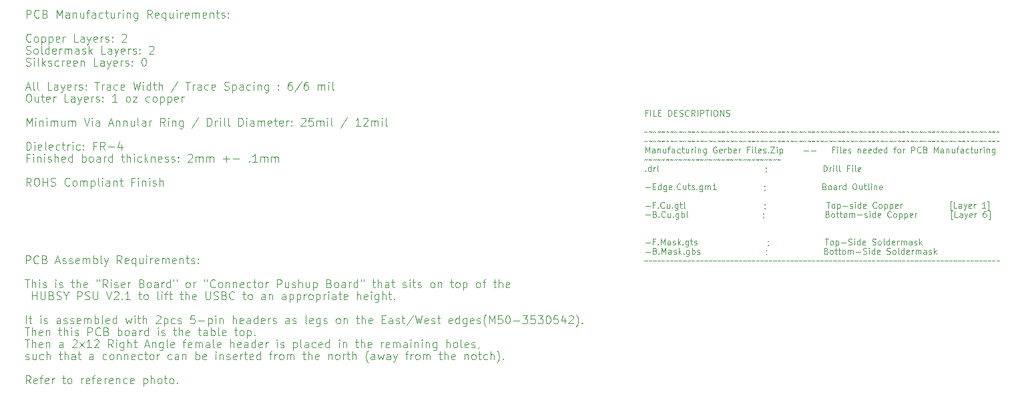
<source format=gbr>
G04 #@! TF.FileFunction,Drawing*
%FSLAX46Y46*%
G04 Gerber Fmt 4.6, Leading zero omitted, Abs format (unit mm)*
G04 Created by KiCad (PCBNEW 4.0.2-stable) date 1/4/2018 3:46:39 PM*
%MOMM*%
G01*
G04 APERTURE LIST*
%ADD10C,0.050000*%
%ADD11C,0.101600*%
G04 APERTURE END LIST*
D10*
D11*
X98746129Y-27428371D02*
X98492129Y-27428371D01*
X98492129Y-27827514D02*
X98492129Y-27065514D01*
X98854986Y-27065514D01*
X99145272Y-27827514D02*
X99145272Y-27065514D01*
X99870986Y-27827514D02*
X99508129Y-27827514D01*
X99508129Y-27065514D01*
X100124986Y-27428371D02*
X100378986Y-27428371D01*
X100487843Y-27827514D02*
X100124986Y-27827514D01*
X100124986Y-27065514D01*
X100487843Y-27065514D01*
X101394986Y-27827514D02*
X101394986Y-27065514D01*
X101576414Y-27065514D01*
X101685271Y-27101800D01*
X101757843Y-27174371D01*
X101794128Y-27246943D01*
X101830414Y-27392086D01*
X101830414Y-27500943D01*
X101794128Y-27646086D01*
X101757843Y-27718657D01*
X101685271Y-27791229D01*
X101576414Y-27827514D01*
X101394986Y-27827514D01*
X102156986Y-27428371D02*
X102410986Y-27428371D01*
X102519843Y-27827514D02*
X102156986Y-27827514D01*
X102156986Y-27065514D01*
X102519843Y-27065514D01*
X102810129Y-27791229D02*
X102918986Y-27827514D01*
X103100415Y-27827514D01*
X103172986Y-27791229D01*
X103209272Y-27754943D01*
X103245557Y-27682371D01*
X103245557Y-27609800D01*
X103209272Y-27537229D01*
X103172986Y-27500943D01*
X103100415Y-27464657D01*
X102955272Y-27428371D01*
X102882700Y-27392086D01*
X102846415Y-27355800D01*
X102810129Y-27283229D01*
X102810129Y-27210657D01*
X102846415Y-27138086D01*
X102882700Y-27101800D01*
X102955272Y-27065514D01*
X103136700Y-27065514D01*
X103245557Y-27101800D01*
X104007557Y-27754943D02*
X103971271Y-27791229D01*
X103862414Y-27827514D01*
X103789843Y-27827514D01*
X103680986Y-27791229D01*
X103608414Y-27718657D01*
X103572129Y-27646086D01*
X103535843Y-27500943D01*
X103535843Y-27392086D01*
X103572129Y-27246943D01*
X103608414Y-27174371D01*
X103680986Y-27101800D01*
X103789843Y-27065514D01*
X103862414Y-27065514D01*
X103971271Y-27101800D01*
X104007557Y-27138086D01*
X104769557Y-27827514D02*
X104515557Y-27464657D01*
X104334129Y-27827514D02*
X104334129Y-27065514D01*
X104624414Y-27065514D01*
X104696986Y-27101800D01*
X104733271Y-27138086D01*
X104769557Y-27210657D01*
X104769557Y-27319514D01*
X104733271Y-27392086D01*
X104696986Y-27428371D01*
X104624414Y-27464657D01*
X104334129Y-27464657D01*
X105096129Y-27827514D02*
X105096129Y-27065514D01*
X105458986Y-27827514D02*
X105458986Y-27065514D01*
X105749271Y-27065514D01*
X105821843Y-27101800D01*
X105858128Y-27138086D01*
X105894414Y-27210657D01*
X105894414Y-27319514D01*
X105858128Y-27392086D01*
X105821843Y-27428371D01*
X105749271Y-27464657D01*
X105458986Y-27464657D01*
X106112128Y-27065514D02*
X106547557Y-27065514D01*
X106329843Y-27827514D02*
X106329843Y-27065514D01*
X106801557Y-27827514D02*
X106801557Y-27065514D01*
X107309556Y-27065514D02*
X107454699Y-27065514D01*
X107527271Y-27101800D01*
X107599842Y-27174371D01*
X107636128Y-27319514D01*
X107636128Y-27573514D01*
X107599842Y-27718657D01*
X107527271Y-27791229D01*
X107454699Y-27827514D01*
X107309556Y-27827514D01*
X107236985Y-27791229D01*
X107164414Y-27718657D01*
X107128128Y-27573514D01*
X107128128Y-27319514D01*
X107164414Y-27174371D01*
X107236985Y-27101800D01*
X107309556Y-27065514D01*
X107962700Y-27827514D02*
X107962700Y-27065514D01*
X108398128Y-27827514D01*
X108398128Y-27065514D01*
X108724700Y-27791229D02*
X108833557Y-27827514D01*
X109014986Y-27827514D01*
X109087557Y-27791229D01*
X109123843Y-27754943D01*
X109160128Y-27682371D01*
X109160128Y-27609800D01*
X109123843Y-27537229D01*
X109087557Y-27500943D01*
X109014986Y-27464657D01*
X108869843Y-27428371D01*
X108797271Y-27392086D01*
X108760986Y-27355800D01*
X108724700Y-27283229D01*
X108724700Y-27210657D01*
X108760986Y-27138086D01*
X108797271Y-27101800D01*
X108869843Y-27065514D01*
X109051271Y-27065514D01*
X109160128Y-27101800D01*
X98383271Y-29874029D02*
X98419557Y-29837743D01*
X98492129Y-29801457D01*
X98637271Y-29874029D01*
X98709843Y-29837743D01*
X98746129Y-29801457D01*
X98927557Y-29874029D02*
X98963843Y-29837743D01*
X99036415Y-29801457D01*
X99181557Y-29874029D01*
X99254129Y-29837743D01*
X99290415Y-29801457D01*
X99471843Y-29874029D02*
X99508129Y-29837743D01*
X99580701Y-29801457D01*
X99725843Y-29874029D01*
X99798415Y-29837743D01*
X99834701Y-29801457D01*
X100016129Y-29874029D02*
X100052415Y-29837743D01*
X100124987Y-29801457D01*
X100270129Y-29874029D01*
X100342701Y-29837743D01*
X100378987Y-29801457D01*
X100560415Y-29874029D02*
X100596701Y-29837743D01*
X100669273Y-29801457D01*
X100814415Y-29874029D01*
X100886987Y-29837743D01*
X100923273Y-29801457D01*
X101104701Y-29874029D02*
X101140987Y-29837743D01*
X101213559Y-29801457D01*
X101358701Y-29874029D01*
X101431273Y-29837743D01*
X101467559Y-29801457D01*
X101648987Y-29874029D02*
X101685273Y-29837743D01*
X101757845Y-29801457D01*
X101902987Y-29874029D01*
X101975559Y-29837743D01*
X102011845Y-29801457D01*
X102193273Y-29874029D02*
X102229559Y-29837743D01*
X102302131Y-29801457D01*
X102447273Y-29874029D01*
X102519845Y-29837743D01*
X102556131Y-29801457D01*
X102737559Y-29874029D02*
X102773845Y-29837743D01*
X102846417Y-29801457D01*
X102991559Y-29874029D01*
X103064131Y-29837743D01*
X103100417Y-29801457D01*
X103281845Y-29874029D02*
X103318131Y-29837743D01*
X103390703Y-29801457D01*
X103535845Y-29874029D01*
X103608417Y-29837743D01*
X103644703Y-29801457D01*
X103826131Y-29874029D02*
X103862417Y-29837743D01*
X103934989Y-29801457D01*
X104080131Y-29874029D01*
X104152703Y-29837743D01*
X104188989Y-29801457D01*
X104370417Y-29874029D02*
X104406703Y-29837743D01*
X104479275Y-29801457D01*
X104624417Y-29874029D01*
X104696989Y-29837743D01*
X104733275Y-29801457D01*
X104914703Y-29874029D02*
X104950989Y-29837743D01*
X105023561Y-29801457D01*
X105168703Y-29874029D01*
X105241275Y-29837743D01*
X105277561Y-29801457D01*
X105458989Y-29874029D02*
X105495275Y-29837743D01*
X105567847Y-29801457D01*
X105712989Y-29874029D01*
X105785561Y-29837743D01*
X105821847Y-29801457D01*
X106003275Y-29874029D02*
X106039561Y-29837743D01*
X106112133Y-29801457D01*
X106257275Y-29874029D01*
X106329847Y-29837743D01*
X106366133Y-29801457D01*
X106547561Y-29874029D02*
X106583847Y-29837743D01*
X106656419Y-29801457D01*
X106801561Y-29874029D01*
X106874133Y-29837743D01*
X106910419Y-29801457D01*
X107091847Y-29874029D02*
X107128133Y-29837743D01*
X107200705Y-29801457D01*
X107345847Y-29874029D01*
X107418419Y-29837743D01*
X107454705Y-29801457D01*
X107636133Y-29874029D02*
X107672419Y-29837743D01*
X107744991Y-29801457D01*
X107890133Y-29874029D01*
X107962705Y-29837743D01*
X107998991Y-29801457D01*
X108180419Y-29874029D02*
X108216705Y-29837743D01*
X108289277Y-29801457D01*
X108434419Y-29874029D01*
X108506991Y-29837743D01*
X108543277Y-29801457D01*
X108724705Y-29874029D02*
X108760991Y-29837743D01*
X108833563Y-29801457D01*
X108978705Y-29874029D01*
X109051277Y-29837743D01*
X109087563Y-29801457D01*
X109268991Y-29874029D02*
X109305277Y-29837743D01*
X109377849Y-29801457D01*
X109522991Y-29874029D01*
X109595563Y-29837743D01*
X109631849Y-29801457D01*
X109813277Y-29874029D02*
X109849563Y-29837743D01*
X109922135Y-29801457D01*
X110067277Y-29874029D01*
X110139849Y-29837743D01*
X110176135Y-29801457D01*
X110357563Y-29874029D02*
X110393849Y-29837743D01*
X110466421Y-29801457D01*
X110611563Y-29874029D01*
X110684135Y-29837743D01*
X110720421Y-29801457D01*
X110901849Y-29874029D02*
X110938135Y-29837743D01*
X111010707Y-29801457D01*
X111155849Y-29874029D01*
X111228421Y-29837743D01*
X111264707Y-29801457D01*
X111446135Y-29874029D02*
X111482421Y-29837743D01*
X111554993Y-29801457D01*
X111700135Y-29874029D01*
X111772707Y-29837743D01*
X111808993Y-29801457D01*
X111990421Y-29874029D02*
X112026707Y-29837743D01*
X112099279Y-29801457D01*
X112244421Y-29874029D01*
X112316993Y-29837743D01*
X112353279Y-29801457D01*
X112534707Y-29874029D02*
X112570993Y-29837743D01*
X112643565Y-29801457D01*
X112788707Y-29874029D01*
X112861279Y-29837743D01*
X112897565Y-29801457D01*
X113078993Y-29874029D02*
X113115279Y-29837743D01*
X113187851Y-29801457D01*
X113332993Y-29874029D01*
X113405565Y-29837743D01*
X113441851Y-29801457D01*
X113623279Y-29874029D02*
X113659565Y-29837743D01*
X113732137Y-29801457D01*
X113877279Y-29874029D01*
X113949851Y-29837743D01*
X113986137Y-29801457D01*
X114167565Y-29874029D02*
X114203851Y-29837743D01*
X114276423Y-29801457D01*
X114421565Y-29874029D01*
X114494137Y-29837743D01*
X114530423Y-29801457D01*
X114711851Y-29874029D02*
X114748137Y-29837743D01*
X114820709Y-29801457D01*
X114965851Y-29874029D01*
X115038423Y-29837743D01*
X115074709Y-29801457D01*
X115256137Y-29874029D02*
X115292423Y-29837743D01*
X115364995Y-29801457D01*
X115510137Y-29874029D01*
X115582709Y-29837743D01*
X115618995Y-29801457D01*
X115800423Y-29874029D02*
X115836709Y-29837743D01*
X115909281Y-29801457D01*
X116054423Y-29874029D01*
X116126995Y-29837743D01*
X116163281Y-29801457D01*
X116344709Y-29874029D02*
X116380995Y-29837743D01*
X116453567Y-29801457D01*
X116598709Y-29874029D01*
X116671281Y-29837743D01*
X116707567Y-29801457D01*
X116888995Y-29874029D02*
X116925281Y-29837743D01*
X116997853Y-29801457D01*
X117142995Y-29874029D01*
X117215567Y-29837743D01*
X117251853Y-29801457D01*
X117433281Y-29874029D02*
X117469567Y-29837743D01*
X117542139Y-29801457D01*
X117687281Y-29874029D01*
X117759853Y-29837743D01*
X117796139Y-29801457D01*
X117977567Y-29874029D02*
X118013853Y-29837743D01*
X118086425Y-29801457D01*
X118231567Y-29874029D01*
X118304139Y-29837743D01*
X118340425Y-29801457D01*
X118521853Y-29874029D02*
X118558139Y-29837743D01*
X118630711Y-29801457D01*
X118775853Y-29874029D01*
X118848425Y-29837743D01*
X118884711Y-29801457D01*
X119066139Y-29874029D02*
X119102425Y-29837743D01*
X119174997Y-29801457D01*
X119320139Y-29874029D01*
X119392711Y-29837743D01*
X119428997Y-29801457D01*
X119610425Y-29874029D02*
X119646711Y-29837743D01*
X119719283Y-29801457D01*
X119864425Y-29874029D01*
X119936997Y-29837743D01*
X119973283Y-29801457D01*
X120154711Y-29874029D02*
X120190997Y-29837743D01*
X120263569Y-29801457D01*
X120408711Y-29874029D01*
X120481283Y-29837743D01*
X120517569Y-29801457D01*
X120698997Y-29874029D02*
X120735283Y-29837743D01*
X120807855Y-29801457D01*
X120952997Y-29874029D01*
X121025569Y-29837743D01*
X121061855Y-29801457D01*
X121243283Y-29874029D02*
X121279569Y-29837743D01*
X121352141Y-29801457D01*
X121497283Y-29874029D01*
X121569855Y-29837743D01*
X121606141Y-29801457D01*
X121787569Y-29874029D02*
X121823855Y-29837743D01*
X121896427Y-29801457D01*
X122041569Y-29874029D01*
X122114141Y-29837743D01*
X122150427Y-29801457D01*
X122331855Y-29874029D02*
X122368141Y-29837743D01*
X122440713Y-29801457D01*
X122585855Y-29874029D01*
X122658427Y-29837743D01*
X122694713Y-29801457D01*
X122876141Y-29874029D02*
X122912427Y-29837743D01*
X122984999Y-29801457D01*
X123130141Y-29874029D01*
X123202713Y-29837743D01*
X123238999Y-29801457D01*
X123420427Y-29874029D02*
X123456713Y-29837743D01*
X123529285Y-29801457D01*
X123674427Y-29874029D01*
X123746999Y-29837743D01*
X123783285Y-29801457D01*
X123964713Y-29874029D02*
X124000999Y-29837743D01*
X124073571Y-29801457D01*
X124218713Y-29874029D01*
X124291285Y-29837743D01*
X124327571Y-29801457D01*
X124508999Y-29874029D02*
X124545285Y-29837743D01*
X124617857Y-29801457D01*
X124762999Y-29874029D01*
X124835571Y-29837743D01*
X124871857Y-29801457D01*
X125053285Y-29874029D02*
X125089571Y-29837743D01*
X125162143Y-29801457D01*
X125307285Y-29874029D01*
X125379857Y-29837743D01*
X125416143Y-29801457D01*
X125597571Y-29874029D02*
X125633857Y-29837743D01*
X125706429Y-29801457D01*
X125851571Y-29874029D01*
X125924143Y-29837743D01*
X125960429Y-29801457D01*
X126141857Y-29874029D02*
X126178143Y-29837743D01*
X126250715Y-29801457D01*
X126395857Y-29874029D01*
X126468429Y-29837743D01*
X126504715Y-29801457D01*
X126686143Y-29874029D02*
X126722429Y-29837743D01*
X126795001Y-29801457D01*
X126940143Y-29874029D01*
X127012715Y-29837743D01*
X127049001Y-29801457D01*
X127230429Y-29874029D02*
X127266715Y-29837743D01*
X127339287Y-29801457D01*
X127484429Y-29874029D01*
X127557001Y-29837743D01*
X127593287Y-29801457D01*
X127774715Y-29874029D02*
X127811001Y-29837743D01*
X127883573Y-29801457D01*
X128028715Y-29874029D01*
X128101287Y-29837743D01*
X128137573Y-29801457D01*
X128319001Y-29874029D02*
X128355287Y-29837743D01*
X128427859Y-29801457D01*
X128573001Y-29874029D01*
X128645573Y-29837743D01*
X128681859Y-29801457D01*
X128863287Y-29874029D02*
X128899573Y-29837743D01*
X128972145Y-29801457D01*
X129117287Y-29874029D01*
X129189859Y-29837743D01*
X129226145Y-29801457D01*
X129407573Y-29874029D02*
X129443859Y-29837743D01*
X129516431Y-29801457D01*
X129661573Y-29874029D01*
X129734145Y-29837743D01*
X129770431Y-29801457D01*
X129951859Y-29874029D02*
X129988145Y-29837743D01*
X130060717Y-29801457D01*
X130205859Y-29874029D01*
X130278431Y-29837743D01*
X130314717Y-29801457D01*
X130496145Y-29874029D02*
X130532431Y-29837743D01*
X130605003Y-29801457D01*
X130750145Y-29874029D01*
X130822717Y-29837743D01*
X130859003Y-29801457D01*
X131040431Y-29874029D02*
X131076717Y-29837743D01*
X131149289Y-29801457D01*
X131294431Y-29874029D01*
X131367003Y-29837743D01*
X131403289Y-29801457D01*
X131584717Y-29874029D02*
X131621003Y-29837743D01*
X131693575Y-29801457D01*
X131838717Y-29874029D01*
X131911289Y-29837743D01*
X131947575Y-29801457D01*
X132129003Y-29874029D02*
X132165289Y-29837743D01*
X132237861Y-29801457D01*
X132383003Y-29874029D01*
X132455575Y-29837743D01*
X132491861Y-29801457D01*
X132673289Y-29874029D02*
X132709575Y-29837743D01*
X132782147Y-29801457D01*
X132927289Y-29874029D01*
X132999861Y-29837743D01*
X133036147Y-29801457D01*
X133217575Y-29874029D02*
X133253861Y-29837743D01*
X133326433Y-29801457D01*
X133471575Y-29874029D01*
X133544147Y-29837743D01*
X133580433Y-29801457D01*
X133761861Y-29874029D02*
X133798147Y-29837743D01*
X133870719Y-29801457D01*
X134015861Y-29874029D01*
X134088433Y-29837743D01*
X134124719Y-29801457D01*
X134306147Y-29874029D02*
X134342433Y-29837743D01*
X134415005Y-29801457D01*
X134560147Y-29874029D01*
X134632719Y-29837743D01*
X134669005Y-29801457D01*
X134850433Y-29874029D02*
X134886719Y-29837743D01*
X134959291Y-29801457D01*
X135104433Y-29874029D01*
X135177005Y-29837743D01*
X135213291Y-29801457D01*
X135394719Y-29874029D02*
X135431005Y-29837743D01*
X135503577Y-29801457D01*
X135648719Y-29874029D01*
X135721291Y-29837743D01*
X135757577Y-29801457D01*
X135939005Y-29874029D02*
X135975291Y-29837743D01*
X136047863Y-29801457D01*
X136193005Y-29874029D01*
X136265577Y-29837743D01*
X136301863Y-29801457D01*
X136483291Y-29874029D02*
X136519577Y-29837743D01*
X136592149Y-29801457D01*
X136737291Y-29874029D01*
X136809863Y-29837743D01*
X136846149Y-29801457D01*
X137027577Y-29874029D02*
X137063863Y-29837743D01*
X137136435Y-29801457D01*
X137281577Y-29874029D01*
X137354149Y-29837743D01*
X137390435Y-29801457D01*
X137571863Y-29874029D02*
X137608149Y-29837743D01*
X137680721Y-29801457D01*
X137825863Y-29874029D01*
X137898435Y-29837743D01*
X137934721Y-29801457D01*
X138116149Y-29874029D02*
X138152435Y-29837743D01*
X138225007Y-29801457D01*
X138370149Y-29874029D01*
X138442721Y-29837743D01*
X138479007Y-29801457D01*
X138660435Y-29874029D02*
X138696721Y-29837743D01*
X138769293Y-29801457D01*
X138914435Y-29874029D01*
X138987007Y-29837743D01*
X139023293Y-29801457D01*
X139204721Y-29874029D02*
X139241007Y-29837743D01*
X139313579Y-29801457D01*
X139458721Y-29874029D01*
X139531293Y-29837743D01*
X139567579Y-29801457D01*
X139749007Y-29874029D02*
X139785293Y-29837743D01*
X139857865Y-29801457D01*
X140003007Y-29874029D01*
X140075579Y-29837743D01*
X140111865Y-29801457D01*
X140293293Y-29874029D02*
X140329579Y-29837743D01*
X140402151Y-29801457D01*
X140547293Y-29874029D01*
X140619865Y-29837743D01*
X140656151Y-29801457D01*
X140837579Y-29874029D02*
X140873865Y-29837743D01*
X140946437Y-29801457D01*
X141091579Y-29874029D01*
X141164151Y-29837743D01*
X141200437Y-29801457D01*
X141381865Y-29874029D02*
X141418151Y-29837743D01*
X141490723Y-29801457D01*
X141635865Y-29874029D01*
X141708437Y-29837743D01*
X141744723Y-29801457D01*
X141926151Y-29874029D02*
X141962437Y-29837743D01*
X142035009Y-29801457D01*
X142180151Y-29874029D01*
X142252723Y-29837743D01*
X142289009Y-29801457D01*
X142470437Y-29874029D02*
X142506723Y-29837743D01*
X142579295Y-29801457D01*
X142724437Y-29874029D01*
X142797009Y-29837743D01*
X142833295Y-29801457D01*
X143014723Y-29874029D02*
X143051009Y-29837743D01*
X143123581Y-29801457D01*
X143268723Y-29874029D01*
X143341295Y-29837743D01*
X143377581Y-29801457D01*
X98383271Y-31042429D02*
X98419557Y-31006143D01*
X98492129Y-30969857D01*
X98637271Y-31042429D01*
X98709843Y-31006143D01*
X98746129Y-30969857D01*
X98927557Y-31042429D02*
X98963843Y-31006143D01*
X99036415Y-30969857D01*
X99181557Y-31042429D01*
X99254129Y-31006143D01*
X99290415Y-30969857D01*
X99471843Y-31042429D02*
X99508129Y-31006143D01*
X99580701Y-30969857D01*
X99725843Y-31042429D01*
X99798415Y-31006143D01*
X99834701Y-30969857D01*
X100016129Y-31042429D02*
X100052415Y-31006143D01*
X100124987Y-30969857D01*
X100270129Y-31042429D01*
X100342701Y-31006143D01*
X100378987Y-30969857D01*
X100560415Y-31042429D02*
X100596701Y-31006143D01*
X100669273Y-30969857D01*
X100814415Y-31042429D01*
X100886987Y-31006143D01*
X100923273Y-30969857D01*
X101104701Y-31042429D02*
X101140987Y-31006143D01*
X101213559Y-30969857D01*
X101358701Y-31042429D01*
X101431273Y-31006143D01*
X101467559Y-30969857D01*
X101648987Y-31042429D02*
X101685273Y-31006143D01*
X101757845Y-30969857D01*
X101902987Y-31042429D01*
X101975559Y-31006143D01*
X102011845Y-30969857D01*
X102193273Y-31042429D02*
X102229559Y-31006143D01*
X102302131Y-30969857D01*
X102447273Y-31042429D01*
X102519845Y-31006143D01*
X102556131Y-30969857D01*
X102737559Y-31042429D02*
X102773845Y-31006143D01*
X102846417Y-30969857D01*
X102991559Y-31042429D01*
X103064131Y-31006143D01*
X103100417Y-30969857D01*
X103281845Y-31042429D02*
X103318131Y-31006143D01*
X103390703Y-30969857D01*
X103535845Y-31042429D01*
X103608417Y-31006143D01*
X103644703Y-30969857D01*
X103826131Y-31042429D02*
X103862417Y-31006143D01*
X103934989Y-30969857D01*
X104080131Y-31042429D01*
X104152703Y-31006143D01*
X104188989Y-30969857D01*
X104370417Y-31042429D02*
X104406703Y-31006143D01*
X104479275Y-30969857D01*
X104624417Y-31042429D01*
X104696989Y-31006143D01*
X104733275Y-30969857D01*
X104914703Y-31042429D02*
X104950989Y-31006143D01*
X105023561Y-30969857D01*
X105168703Y-31042429D01*
X105241275Y-31006143D01*
X105277561Y-30969857D01*
X105458989Y-31042429D02*
X105495275Y-31006143D01*
X105567847Y-30969857D01*
X105712989Y-31042429D01*
X105785561Y-31006143D01*
X105821847Y-30969857D01*
X106003275Y-31042429D02*
X106039561Y-31006143D01*
X106112133Y-30969857D01*
X106257275Y-31042429D01*
X106329847Y-31006143D01*
X106366133Y-30969857D01*
X106547561Y-31042429D02*
X106583847Y-31006143D01*
X106656419Y-30969857D01*
X106801561Y-31042429D01*
X106874133Y-31006143D01*
X106910419Y-30969857D01*
X107091847Y-31042429D02*
X107128133Y-31006143D01*
X107200705Y-30969857D01*
X107345847Y-31042429D01*
X107418419Y-31006143D01*
X107454705Y-30969857D01*
X107636133Y-31042429D02*
X107672419Y-31006143D01*
X107744991Y-30969857D01*
X107890133Y-31042429D01*
X107962705Y-31006143D01*
X107998991Y-30969857D01*
X108180419Y-31042429D02*
X108216705Y-31006143D01*
X108289277Y-30969857D01*
X108434419Y-31042429D01*
X108506991Y-31006143D01*
X108543277Y-30969857D01*
X108724705Y-31042429D02*
X108760991Y-31006143D01*
X108833563Y-30969857D01*
X108978705Y-31042429D01*
X109051277Y-31006143D01*
X109087563Y-30969857D01*
X109268991Y-31042429D02*
X109305277Y-31006143D01*
X109377849Y-30969857D01*
X109522991Y-31042429D01*
X109595563Y-31006143D01*
X109631849Y-30969857D01*
X109813277Y-31042429D02*
X109849563Y-31006143D01*
X109922135Y-30969857D01*
X110067277Y-31042429D01*
X110139849Y-31006143D01*
X110176135Y-30969857D01*
X110357563Y-31042429D02*
X110393849Y-31006143D01*
X110466421Y-30969857D01*
X110611563Y-31042429D01*
X110684135Y-31006143D01*
X110720421Y-30969857D01*
X110901849Y-31042429D02*
X110938135Y-31006143D01*
X111010707Y-30969857D01*
X111155849Y-31042429D01*
X111228421Y-31006143D01*
X111264707Y-30969857D01*
X111446135Y-31042429D02*
X111482421Y-31006143D01*
X111554993Y-30969857D01*
X111700135Y-31042429D01*
X111772707Y-31006143D01*
X111808993Y-30969857D01*
X111990421Y-31042429D02*
X112026707Y-31006143D01*
X112099279Y-30969857D01*
X112244421Y-31042429D01*
X112316993Y-31006143D01*
X112353279Y-30969857D01*
X112534707Y-31042429D02*
X112570993Y-31006143D01*
X112643565Y-30969857D01*
X112788707Y-31042429D01*
X112861279Y-31006143D01*
X112897565Y-30969857D01*
X113078993Y-31042429D02*
X113115279Y-31006143D01*
X113187851Y-30969857D01*
X113332993Y-31042429D01*
X113405565Y-31006143D01*
X113441851Y-30969857D01*
X113623279Y-31042429D02*
X113659565Y-31006143D01*
X113732137Y-30969857D01*
X113877279Y-31042429D01*
X113949851Y-31006143D01*
X113986137Y-30969857D01*
X114167565Y-31042429D02*
X114203851Y-31006143D01*
X114276423Y-30969857D01*
X114421565Y-31042429D01*
X114494137Y-31006143D01*
X114530423Y-30969857D01*
X114711851Y-31042429D02*
X114748137Y-31006143D01*
X114820709Y-30969857D01*
X114965851Y-31042429D01*
X115038423Y-31006143D01*
X115074709Y-30969857D01*
X115256137Y-31042429D02*
X115292423Y-31006143D01*
X115364995Y-30969857D01*
X115510137Y-31042429D01*
X115582709Y-31006143D01*
X115618995Y-30969857D01*
X115800423Y-31042429D02*
X115836709Y-31006143D01*
X115909281Y-30969857D01*
X116054423Y-31042429D01*
X116126995Y-31006143D01*
X116163281Y-30969857D01*
X116344709Y-31042429D02*
X116380995Y-31006143D01*
X116453567Y-30969857D01*
X116598709Y-31042429D01*
X116671281Y-31006143D01*
X116707567Y-30969857D01*
X116888995Y-31042429D02*
X116925281Y-31006143D01*
X116997853Y-30969857D01*
X117142995Y-31042429D01*
X117215567Y-31006143D01*
X117251853Y-30969857D01*
X117433281Y-31042429D02*
X117469567Y-31006143D01*
X117542139Y-30969857D01*
X117687281Y-31042429D01*
X117759853Y-31006143D01*
X117796139Y-30969857D01*
X117977567Y-31042429D02*
X118013853Y-31006143D01*
X118086425Y-30969857D01*
X118231567Y-31042429D01*
X118304139Y-31006143D01*
X118340425Y-30969857D01*
X118521853Y-31042429D02*
X118558139Y-31006143D01*
X118630711Y-30969857D01*
X118775853Y-31042429D01*
X118848425Y-31006143D01*
X118884711Y-30969857D01*
X119066139Y-31042429D02*
X119102425Y-31006143D01*
X119174997Y-30969857D01*
X119320139Y-31042429D01*
X119392711Y-31006143D01*
X119428997Y-30969857D01*
X119610425Y-31042429D02*
X119646711Y-31006143D01*
X119719283Y-30969857D01*
X119864425Y-31042429D01*
X119936997Y-31006143D01*
X119973283Y-30969857D01*
X120154711Y-31042429D02*
X120190997Y-31006143D01*
X120263569Y-30969857D01*
X120408711Y-31042429D01*
X120481283Y-31006143D01*
X120517569Y-30969857D01*
X120698997Y-31042429D02*
X120735283Y-31006143D01*
X120807855Y-30969857D01*
X120952997Y-31042429D01*
X121025569Y-31006143D01*
X121061855Y-30969857D01*
X121243283Y-31042429D02*
X121279569Y-31006143D01*
X121352141Y-30969857D01*
X121497283Y-31042429D01*
X121569855Y-31006143D01*
X121606141Y-30969857D01*
X121787569Y-31042429D02*
X121823855Y-31006143D01*
X121896427Y-30969857D01*
X122041569Y-31042429D01*
X122114141Y-31006143D01*
X122150427Y-30969857D01*
X122331855Y-31042429D02*
X122368141Y-31006143D01*
X122440713Y-30969857D01*
X122585855Y-31042429D01*
X122658427Y-31006143D01*
X122694713Y-30969857D01*
X122876141Y-31042429D02*
X122912427Y-31006143D01*
X122984999Y-30969857D01*
X123130141Y-31042429D01*
X123202713Y-31006143D01*
X123238999Y-30969857D01*
X123420427Y-31042429D02*
X123456713Y-31006143D01*
X123529285Y-30969857D01*
X123674427Y-31042429D01*
X123746999Y-31006143D01*
X123783285Y-30969857D01*
X123964713Y-31042429D02*
X124000999Y-31006143D01*
X124073571Y-30969857D01*
X124218713Y-31042429D01*
X124291285Y-31006143D01*
X124327571Y-30969857D01*
X124508999Y-31042429D02*
X124545285Y-31006143D01*
X124617857Y-30969857D01*
X124762999Y-31042429D01*
X124835571Y-31006143D01*
X124871857Y-30969857D01*
X125053285Y-31042429D02*
X125089571Y-31006143D01*
X125162143Y-30969857D01*
X125307285Y-31042429D01*
X125379857Y-31006143D01*
X125416143Y-30969857D01*
X125597571Y-31042429D02*
X125633857Y-31006143D01*
X125706429Y-30969857D01*
X125851571Y-31042429D01*
X125924143Y-31006143D01*
X125960429Y-30969857D01*
X126141857Y-31042429D02*
X126178143Y-31006143D01*
X126250715Y-30969857D01*
X126395857Y-31042429D01*
X126468429Y-31006143D01*
X126504715Y-30969857D01*
X126686143Y-31042429D02*
X126722429Y-31006143D01*
X126795001Y-30969857D01*
X126940143Y-31042429D01*
X127012715Y-31006143D01*
X127049001Y-30969857D01*
X127230429Y-31042429D02*
X127266715Y-31006143D01*
X127339287Y-30969857D01*
X127484429Y-31042429D01*
X127557001Y-31006143D01*
X127593287Y-30969857D01*
X127774715Y-31042429D02*
X127811001Y-31006143D01*
X127883573Y-30969857D01*
X128028715Y-31042429D01*
X128101287Y-31006143D01*
X128137573Y-30969857D01*
X128319001Y-31042429D02*
X128355287Y-31006143D01*
X128427859Y-30969857D01*
X128573001Y-31042429D01*
X128645573Y-31006143D01*
X128681859Y-30969857D01*
X128863287Y-31042429D02*
X128899573Y-31006143D01*
X128972145Y-30969857D01*
X129117287Y-31042429D01*
X129189859Y-31006143D01*
X129226145Y-30969857D01*
X129407573Y-31042429D02*
X129443859Y-31006143D01*
X129516431Y-30969857D01*
X129661573Y-31042429D01*
X129734145Y-31006143D01*
X129770431Y-30969857D01*
X129951859Y-31042429D02*
X129988145Y-31006143D01*
X130060717Y-30969857D01*
X130205859Y-31042429D01*
X130278431Y-31006143D01*
X130314717Y-30969857D01*
X130496145Y-31042429D02*
X130532431Y-31006143D01*
X130605003Y-30969857D01*
X130750145Y-31042429D01*
X130822717Y-31006143D01*
X130859003Y-30969857D01*
X131040431Y-31042429D02*
X131076717Y-31006143D01*
X131149289Y-30969857D01*
X131294431Y-31042429D01*
X131367003Y-31006143D01*
X131403289Y-30969857D01*
X131584717Y-31042429D02*
X131621003Y-31006143D01*
X131693575Y-30969857D01*
X131838717Y-31042429D01*
X131911289Y-31006143D01*
X131947575Y-30969857D01*
X132129003Y-31042429D02*
X132165289Y-31006143D01*
X132237861Y-30969857D01*
X132383003Y-31042429D01*
X132455575Y-31006143D01*
X132491861Y-30969857D01*
X132673289Y-31042429D02*
X132709575Y-31006143D01*
X132782147Y-30969857D01*
X132927289Y-31042429D01*
X132999861Y-31006143D01*
X133036147Y-30969857D01*
X133217575Y-31042429D02*
X133253861Y-31006143D01*
X133326433Y-30969857D01*
X133471575Y-31042429D01*
X133544147Y-31006143D01*
X133580433Y-30969857D01*
X133761861Y-31042429D02*
X133798147Y-31006143D01*
X133870719Y-30969857D01*
X134015861Y-31042429D01*
X134088433Y-31006143D01*
X134124719Y-30969857D01*
X134306147Y-31042429D02*
X134342433Y-31006143D01*
X134415005Y-30969857D01*
X134560147Y-31042429D01*
X134632719Y-31006143D01*
X134669005Y-30969857D01*
X134850433Y-31042429D02*
X134886719Y-31006143D01*
X134959291Y-30969857D01*
X135104433Y-31042429D01*
X135177005Y-31006143D01*
X135213291Y-30969857D01*
X135394719Y-31042429D02*
X135431005Y-31006143D01*
X135503577Y-30969857D01*
X135648719Y-31042429D01*
X135721291Y-31006143D01*
X135757577Y-30969857D01*
X135939005Y-31042429D02*
X135975291Y-31006143D01*
X136047863Y-30969857D01*
X136193005Y-31042429D01*
X136265577Y-31006143D01*
X136301863Y-30969857D01*
X136483291Y-31042429D02*
X136519577Y-31006143D01*
X136592149Y-30969857D01*
X136737291Y-31042429D01*
X136809863Y-31006143D01*
X136846149Y-30969857D01*
X137027577Y-31042429D02*
X137063863Y-31006143D01*
X137136435Y-30969857D01*
X137281577Y-31042429D01*
X137354149Y-31006143D01*
X137390435Y-30969857D01*
X137571863Y-31042429D02*
X137608149Y-31006143D01*
X137680721Y-30969857D01*
X137825863Y-31042429D01*
X137898435Y-31006143D01*
X137934721Y-30969857D01*
X138116149Y-31042429D02*
X138152435Y-31006143D01*
X138225007Y-30969857D01*
X138370149Y-31042429D01*
X138442721Y-31006143D01*
X138479007Y-30969857D01*
X138660435Y-31042429D02*
X138696721Y-31006143D01*
X138769293Y-30969857D01*
X138914435Y-31042429D01*
X138987007Y-31006143D01*
X139023293Y-30969857D01*
X139204721Y-31042429D02*
X139241007Y-31006143D01*
X139313579Y-30969857D01*
X139458721Y-31042429D01*
X139531293Y-31006143D01*
X139567579Y-30969857D01*
X139749007Y-31042429D02*
X139785293Y-31006143D01*
X139857865Y-30969857D01*
X140003007Y-31042429D01*
X140075579Y-31006143D01*
X140111865Y-30969857D01*
X140293293Y-31042429D02*
X140329579Y-31006143D01*
X140402151Y-30969857D01*
X140547293Y-31042429D01*
X140619865Y-31006143D01*
X140656151Y-30969857D01*
X140837579Y-31042429D02*
X140873865Y-31006143D01*
X140946437Y-30969857D01*
X141091579Y-31042429D01*
X141164151Y-31006143D01*
X141200437Y-30969857D01*
X141381865Y-31042429D02*
X141418151Y-31006143D01*
X141490723Y-30969857D01*
X141635865Y-31042429D01*
X141708437Y-31006143D01*
X141744723Y-30969857D01*
X141926151Y-31042429D02*
X141962437Y-31006143D01*
X142035009Y-30969857D01*
X142180151Y-31042429D01*
X142252723Y-31006143D01*
X142289009Y-30969857D01*
X142470437Y-31042429D02*
X142506723Y-31006143D01*
X142579295Y-30969857D01*
X142724437Y-31042429D01*
X142797009Y-31006143D01*
X142833295Y-30969857D01*
X143014723Y-31042429D02*
X143051009Y-31006143D01*
X143123581Y-30969857D01*
X143268723Y-31042429D01*
X143341295Y-31006143D01*
X143377581Y-30969857D01*
X98492129Y-32501114D02*
X98492129Y-31739114D01*
X98746129Y-32283400D01*
X99000129Y-31739114D01*
X99000129Y-32501114D01*
X99689557Y-32501114D02*
X99689557Y-32101971D01*
X99653271Y-32029400D01*
X99580700Y-31993114D01*
X99435557Y-31993114D01*
X99362986Y-32029400D01*
X99689557Y-32464829D02*
X99616986Y-32501114D01*
X99435557Y-32501114D01*
X99362986Y-32464829D01*
X99326700Y-32392257D01*
X99326700Y-32319686D01*
X99362986Y-32247114D01*
X99435557Y-32210829D01*
X99616986Y-32210829D01*
X99689557Y-32174543D01*
X100052415Y-31993114D02*
X100052415Y-32501114D01*
X100052415Y-32065686D02*
X100088700Y-32029400D01*
X100161272Y-31993114D01*
X100270129Y-31993114D01*
X100342700Y-32029400D01*
X100378986Y-32101971D01*
X100378986Y-32501114D01*
X101068415Y-31993114D02*
X101068415Y-32501114D01*
X100741844Y-31993114D02*
X100741844Y-32392257D01*
X100778129Y-32464829D01*
X100850701Y-32501114D01*
X100959558Y-32501114D01*
X101032129Y-32464829D01*
X101068415Y-32428543D01*
X101322415Y-31993114D02*
X101612701Y-31993114D01*
X101431273Y-32501114D02*
X101431273Y-31847971D01*
X101467558Y-31775400D01*
X101540130Y-31739114D01*
X101612701Y-31739114D01*
X102193273Y-32501114D02*
X102193273Y-32101971D01*
X102156987Y-32029400D01*
X102084416Y-31993114D01*
X101939273Y-31993114D01*
X101866702Y-32029400D01*
X102193273Y-32464829D02*
X102120702Y-32501114D01*
X101939273Y-32501114D01*
X101866702Y-32464829D01*
X101830416Y-32392257D01*
X101830416Y-32319686D01*
X101866702Y-32247114D01*
X101939273Y-32210829D01*
X102120702Y-32210829D01*
X102193273Y-32174543D01*
X102882702Y-32464829D02*
X102810131Y-32501114D01*
X102664988Y-32501114D01*
X102592416Y-32464829D01*
X102556131Y-32428543D01*
X102519845Y-32355971D01*
X102519845Y-32138257D01*
X102556131Y-32065686D01*
X102592416Y-32029400D01*
X102664988Y-31993114D01*
X102810131Y-31993114D01*
X102882702Y-32029400D01*
X103100416Y-31993114D02*
X103390702Y-31993114D01*
X103209274Y-31739114D02*
X103209274Y-32392257D01*
X103245559Y-32464829D01*
X103318131Y-32501114D01*
X103390702Y-32501114D01*
X103971274Y-31993114D02*
X103971274Y-32501114D01*
X103644703Y-31993114D02*
X103644703Y-32392257D01*
X103680988Y-32464829D01*
X103753560Y-32501114D01*
X103862417Y-32501114D01*
X103934988Y-32464829D01*
X103971274Y-32428543D01*
X104334132Y-32501114D02*
X104334132Y-31993114D01*
X104334132Y-32138257D02*
X104370417Y-32065686D01*
X104406703Y-32029400D01*
X104479274Y-31993114D01*
X104551846Y-31993114D01*
X104805846Y-32501114D02*
X104805846Y-31993114D01*
X104805846Y-31739114D02*
X104769560Y-31775400D01*
X104805846Y-31811686D01*
X104842131Y-31775400D01*
X104805846Y-31739114D01*
X104805846Y-31811686D01*
X105168703Y-31993114D02*
X105168703Y-32501114D01*
X105168703Y-32065686D02*
X105204988Y-32029400D01*
X105277560Y-31993114D01*
X105386417Y-31993114D01*
X105458988Y-32029400D01*
X105495274Y-32101971D01*
X105495274Y-32501114D01*
X106184703Y-31993114D02*
X106184703Y-32609971D01*
X106148417Y-32682543D01*
X106112132Y-32718829D01*
X106039560Y-32755114D01*
X105930703Y-32755114D01*
X105858132Y-32718829D01*
X106184703Y-32464829D02*
X106112132Y-32501114D01*
X105966989Y-32501114D01*
X105894417Y-32464829D01*
X105858132Y-32428543D01*
X105821846Y-32355971D01*
X105821846Y-32138257D01*
X105858132Y-32065686D01*
X105894417Y-32029400D01*
X105966989Y-31993114D01*
X106112132Y-31993114D01*
X106184703Y-32029400D01*
X107527274Y-31775400D02*
X107454703Y-31739114D01*
X107345846Y-31739114D01*
X107236989Y-31775400D01*
X107164417Y-31847971D01*
X107128132Y-31920543D01*
X107091846Y-32065686D01*
X107091846Y-32174543D01*
X107128132Y-32319686D01*
X107164417Y-32392257D01*
X107236989Y-32464829D01*
X107345846Y-32501114D01*
X107418417Y-32501114D01*
X107527274Y-32464829D01*
X107563560Y-32428543D01*
X107563560Y-32174543D01*
X107418417Y-32174543D01*
X108180417Y-32464829D02*
X108107846Y-32501114D01*
X107962703Y-32501114D01*
X107890132Y-32464829D01*
X107853846Y-32392257D01*
X107853846Y-32101971D01*
X107890132Y-32029400D01*
X107962703Y-31993114D01*
X108107846Y-31993114D01*
X108180417Y-32029400D01*
X108216703Y-32101971D01*
X108216703Y-32174543D01*
X107853846Y-32247114D01*
X108543275Y-32501114D02*
X108543275Y-31993114D01*
X108543275Y-32138257D02*
X108579560Y-32065686D01*
X108615846Y-32029400D01*
X108688417Y-31993114D01*
X108760989Y-31993114D01*
X109014989Y-32501114D02*
X109014989Y-31739114D01*
X109014989Y-32029400D02*
X109087560Y-31993114D01*
X109232703Y-31993114D01*
X109305274Y-32029400D01*
X109341560Y-32065686D01*
X109377846Y-32138257D01*
X109377846Y-32355971D01*
X109341560Y-32428543D01*
X109305274Y-32464829D01*
X109232703Y-32501114D01*
X109087560Y-32501114D01*
X109014989Y-32464829D01*
X109994703Y-32464829D02*
X109922132Y-32501114D01*
X109776989Y-32501114D01*
X109704418Y-32464829D01*
X109668132Y-32392257D01*
X109668132Y-32101971D01*
X109704418Y-32029400D01*
X109776989Y-31993114D01*
X109922132Y-31993114D01*
X109994703Y-32029400D01*
X110030989Y-32101971D01*
X110030989Y-32174543D01*
X109668132Y-32247114D01*
X110357561Y-32501114D02*
X110357561Y-31993114D01*
X110357561Y-32138257D02*
X110393846Y-32065686D01*
X110430132Y-32029400D01*
X110502703Y-31993114D01*
X110575275Y-31993114D01*
X111663846Y-32101971D02*
X111409846Y-32101971D01*
X111409846Y-32501114D02*
X111409846Y-31739114D01*
X111772703Y-31739114D01*
X112062989Y-32501114D02*
X112062989Y-31993114D01*
X112062989Y-31739114D02*
X112026703Y-31775400D01*
X112062989Y-31811686D01*
X112099274Y-31775400D01*
X112062989Y-31739114D01*
X112062989Y-31811686D01*
X112534703Y-32501114D02*
X112462131Y-32464829D01*
X112425846Y-32392257D01*
X112425846Y-31739114D01*
X113115274Y-32464829D02*
X113042703Y-32501114D01*
X112897560Y-32501114D01*
X112824989Y-32464829D01*
X112788703Y-32392257D01*
X112788703Y-32101971D01*
X112824989Y-32029400D01*
X112897560Y-31993114D01*
X113042703Y-31993114D01*
X113115274Y-32029400D01*
X113151560Y-32101971D01*
X113151560Y-32174543D01*
X112788703Y-32247114D01*
X113441846Y-32464829D02*
X113514417Y-32501114D01*
X113659560Y-32501114D01*
X113732132Y-32464829D01*
X113768417Y-32392257D01*
X113768417Y-32355971D01*
X113732132Y-32283400D01*
X113659560Y-32247114D01*
X113550703Y-32247114D01*
X113478132Y-32210829D01*
X113441846Y-32138257D01*
X113441846Y-32101971D01*
X113478132Y-32029400D01*
X113550703Y-31993114D01*
X113659560Y-31993114D01*
X113732132Y-32029400D01*
X114094989Y-32428543D02*
X114131274Y-32464829D01*
X114094989Y-32501114D01*
X114058703Y-32464829D01*
X114094989Y-32428543D01*
X114094989Y-32501114D01*
X114385274Y-31739114D02*
X114893274Y-31739114D01*
X114385274Y-32501114D01*
X114893274Y-32501114D01*
X115183560Y-32501114D02*
X115183560Y-31993114D01*
X115183560Y-31739114D02*
X115147274Y-31775400D01*
X115183560Y-31811686D01*
X115219845Y-31775400D01*
X115183560Y-31739114D01*
X115183560Y-31811686D01*
X115546417Y-31993114D02*
X115546417Y-32755114D01*
X115546417Y-32029400D02*
X115618988Y-31993114D01*
X115764131Y-31993114D01*
X115836702Y-32029400D01*
X115872988Y-32065686D01*
X115909274Y-32138257D01*
X115909274Y-32355971D01*
X115872988Y-32428543D01*
X115836702Y-32464829D01*
X115764131Y-32501114D01*
X115618988Y-32501114D01*
X115546417Y-32464829D01*
X118558130Y-32210829D02*
X119138701Y-32210829D01*
X119501559Y-32210829D02*
X120082130Y-32210829D01*
X122440701Y-32101971D02*
X122186701Y-32101971D01*
X122186701Y-32501114D02*
X122186701Y-31739114D01*
X122549558Y-31739114D01*
X122839844Y-32501114D02*
X122839844Y-31993114D01*
X122839844Y-31739114D02*
X122803558Y-31775400D01*
X122839844Y-31811686D01*
X122876129Y-31775400D01*
X122839844Y-31739114D01*
X122839844Y-31811686D01*
X123311558Y-32501114D02*
X123238986Y-32464829D01*
X123202701Y-32392257D01*
X123202701Y-31739114D01*
X123892129Y-32464829D02*
X123819558Y-32501114D01*
X123674415Y-32501114D01*
X123601844Y-32464829D01*
X123565558Y-32392257D01*
X123565558Y-32101971D01*
X123601844Y-32029400D01*
X123674415Y-31993114D01*
X123819558Y-31993114D01*
X123892129Y-32029400D01*
X123928415Y-32101971D01*
X123928415Y-32174543D01*
X123565558Y-32247114D01*
X124218701Y-32464829D02*
X124291272Y-32501114D01*
X124436415Y-32501114D01*
X124508987Y-32464829D01*
X124545272Y-32392257D01*
X124545272Y-32355971D01*
X124508987Y-32283400D01*
X124436415Y-32247114D01*
X124327558Y-32247114D01*
X124254987Y-32210829D01*
X124218701Y-32138257D01*
X124218701Y-32101971D01*
X124254987Y-32029400D01*
X124327558Y-31993114D01*
X124436415Y-31993114D01*
X124508987Y-32029400D01*
X125452415Y-31993114D02*
X125452415Y-32501114D01*
X125452415Y-32065686D02*
X125488700Y-32029400D01*
X125561272Y-31993114D01*
X125670129Y-31993114D01*
X125742700Y-32029400D01*
X125778986Y-32101971D01*
X125778986Y-32501114D01*
X126432129Y-32464829D02*
X126359558Y-32501114D01*
X126214415Y-32501114D01*
X126141844Y-32464829D01*
X126105558Y-32392257D01*
X126105558Y-32101971D01*
X126141844Y-32029400D01*
X126214415Y-31993114D01*
X126359558Y-31993114D01*
X126432129Y-32029400D01*
X126468415Y-32101971D01*
X126468415Y-32174543D01*
X126105558Y-32247114D01*
X127085272Y-32464829D02*
X127012701Y-32501114D01*
X126867558Y-32501114D01*
X126794987Y-32464829D01*
X126758701Y-32392257D01*
X126758701Y-32101971D01*
X126794987Y-32029400D01*
X126867558Y-31993114D01*
X127012701Y-31993114D01*
X127085272Y-32029400D01*
X127121558Y-32101971D01*
X127121558Y-32174543D01*
X126758701Y-32247114D01*
X127774701Y-32501114D02*
X127774701Y-31739114D01*
X127774701Y-32464829D02*
X127702130Y-32501114D01*
X127556987Y-32501114D01*
X127484415Y-32464829D01*
X127448130Y-32428543D01*
X127411844Y-32355971D01*
X127411844Y-32138257D01*
X127448130Y-32065686D01*
X127484415Y-32029400D01*
X127556987Y-31993114D01*
X127702130Y-31993114D01*
X127774701Y-32029400D01*
X128427844Y-32464829D02*
X128355273Y-32501114D01*
X128210130Y-32501114D01*
X128137559Y-32464829D01*
X128101273Y-32392257D01*
X128101273Y-32101971D01*
X128137559Y-32029400D01*
X128210130Y-31993114D01*
X128355273Y-31993114D01*
X128427844Y-32029400D01*
X128464130Y-32101971D01*
X128464130Y-32174543D01*
X128101273Y-32247114D01*
X129117273Y-32501114D02*
X129117273Y-31739114D01*
X129117273Y-32464829D02*
X129044702Y-32501114D01*
X128899559Y-32501114D01*
X128826987Y-32464829D01*
X128790702Y-32428543D01*
X128754416Y-32355971D01*
X128754416Y-32138257D01*
X128790702Y-32065686D01*
X128826987Y-32029400D01*
X128899559Y-31993114D01*
X129044702Y-31993114D01*
X129117273Y-32029400D01*
X129951844Y-31993114D02*
X130242130Y-31993114D01*
X130060702Y-32501114D02*
X130060702Y-31847971D01*
X130096987Y-31775400D01*
X130169559Y-31739114D01*
X130242130Y-31739114D01*
X130604988Y-32501114D02*
X130532416Y-32464829D01*
X130496131Y-32428543D01*
X130459845Y-32355971D01*
X130459845Y-32138257D01*
X130496131Y-32065686D01*
X130532416Y-32029400D01*
X130604988Y-31993114D01*
X130713845Y-31993114D01*
X130786416Y-32029400D01*
X130822702Y-32065686D01*
X130858988Y-32138257D01*
X130858988Y-32355971D01*
X130822702Y-32428543D01*
X130786416Y-32464829D01*
X130713845Y-32501114D01*
X130604988Y-32501114D01*
X131185560Y-32501114D02*
X131185560Y-31993114D01*
X131185560Y-32138257D02*
X131221845Y-32065686D01*
X131258131Y-32029400D01*
X131330702Y-31993114D01*
X131403274Y-31993114D01*
X132237845Y-32501114D02*
X132237845Y-31739114D01*
X132528130Y-31739114D01*
X132600702Y-31775400D01*
X132636987Y-31811686D01*
X132673273Y-31884257D01*
X132673273Y-31993114D01*
X132636987Y-32065686D01*
X132600702Y-32101971D01*
X132528130Y-32138257D01*
X132237845Y-32138257D01*
X133435273Y-32428543D02*
X133398987Y-32464829D01*
X133290130Y-32501114D01*
X133217559Y-32501114D01*
X133108702Y-32464829D01*
X133036130Y-32392257D01*
X132999845Y-32319686D01*
X132963559Y-32174543D01*
X132963559Y-32065686D01*
X132999845Y-31920543D01*
X133036130Y-31847971D01*
X133108702Y-31775400D01*
X133217559Y-31739114D01*
X133290130Y-31739114D01*
X133398987Y-31775400D01*
X133435273Y-31811686D01*
X134015845Y-32101971D02*
X134124702Y-32138257D01*
X134160987Y-32174543D01*
X134197273Y-32247114D01*
X134197273Y-32355971D01*
X134160987Y-32428543D01*
X134124702Y-32464829D01*
X134052130Y-32501114D01*
X133761845Y-32501114D01*
X133761845Y-31739114D01*
X134015845Y-31739114D01*
X134088416Y-31775400D01*
X134124702Y-31811686D01*
X134160987Y-31884257D01*
X134160987Y-31956829D01*
X134124702Y-32029400D01*
X134088416Y-32065686D01*
X134015845Y-32101971D01*
X133761845Y-32101971D01*
X135104416Y-32501114D02*
X135104416Y-31739114D01*
X135358416Y-32283400D01*
X135612416Y-31739114D01*
X135612416Y-32501114D01*
X136301844Y-32501114D02*
X136301844Y-32101971D01*
X136265558Y-32029400D01*
X136192987Y-31993114D01*
X136047844Y-31993114D01*
X135975273Y-32029400D01*
X136301844Y-32464829D02*
X136229273Y-32501114D01*
X136047844Y-32501114D01*
X135975273Y-32464829D01*
X135938987Y-32392257D01*
X135938987Y-32319686D01*
X135975273Y-32247114D01*
X136047844Y-32210829D01*
X136229273Y-32210829D01*
X136301844Y-32174543D01*
X136664702Y-31993114D02*
X136664702Y-32501114D01*
X136664702Y-32065686D02*
X136700987Y-32029400D01*
X136773559Y-31993114D01*
X136882416Y-31993114D01*
X136954987Y-32029400D01*
X136991273Y-32101971D01*
X136991273Y-32501114D01*
X137680702Y-31993114D02*
X137680702Y-32501114D01*
X137354131Y-31993114D02*
X137354131Y-32392257D01*
X137390416Y-32464829D01*
X137462988Y-32501114D01*
X137571845Y-32501114D01*
X137644416Y-32464829D01*
X137680702Y-32428543D01*
X137934702Y-31993114D02*
X138224988Y-31993114D01*
X138043560Y-32501114D02*
X138043560Y-31847971D01*
X138079845Y-31775400D01*
X138152417Y-31739114D01*
X138224988Y-31739114D01*
X138805560Y-32501114D02*
X138805560Y-32101971D01*
X138769274Y-32029400D01*
X138696703Y-31993114D01*
X138551560Y-31993114D01*
X138478989Y-32029400D01*
X138805560Y-32464829D02*
X138732989Y-32501114D01*
X138551560Y-32501114D01*
X138478989Y-32464829D01*
X138442703Y-32392257D01*
X138442703Y-32319686D01*
X138478989Y-32247114D01*
X138551560Y-32210829D01*
X138732989Y-32210829D01*
X138805560Y-32174543D01*
X139494989Y-32464829D02*
X139422418Y-32501114D01*
X139277275Y-32501114D01*
X139204703Y-32464829D01*
X139168418Y-32428543D01*
X139132132Y-32355971D01*
X139132132Y-32138257D01*
X139168418Y-32065686D01*
X139204703Y-32029400D01*
X139277275Y-31993114D01*
X139422418Y-31993114D01*
X139494989Y-32029400D01*
X139712703Y-31993114D02*
X140002989Y-31993114D01*
X139821561Y-31739114D02*
X139821561Y-32392257D01*
X139857846Y-32464829D01*
X139930418Y-32501114D01*
X140002989Y-32501114D01*
X140583561Y-31993114D02*
X140583561Y-32501114D01*
X140256990Y-31993114D02*
X140256990Y-32392257D01*
X140293275Y-32464829D01*
X140365847Y-32501114D01*
X140474704Y-32501114D01*
X140547275Y-32464829D01*
X140583561Y-32428543D01*
X140946419Y-32501114D02*
X140946419Y-31993114D01*
X140946419Y-32138257D02*
X140982704Y-32065686D01*
X141018990Y-32029400D01*
X141091561Y-31993114D01*
X141164133Y-31993114D01*
X141418133Y-32501114D02*
X141418133Y-31993114D01*
X141418133Y-31739114D02*
X141381847Y-31775400D01*
X141418133Y-31811686D01*
X141454418Y-31775400D01*
X141418133Y-31739114D01*
X141418133Y-31811686D01*
X141780990Y-31993114D02*
X141780990Y-32501114D01*
X141780990Y-32065686D02*
X141817275Y-32029400D01*
X141889847Y-31993114D01*
X141998704Y-31993114D01*
X142071275Y-32029400D01*
X142107561Y-32101971D01*
X142107561Y-32501114D01*
X142796990Y-31993114D02*
X142796990Y-32609971D01*
X142760704Y-32682543D01*
X142724419Y-32718829D01*
X142651847Y-32755114D01*
X142542990Y-32755114D01*
X142470419Y-32718829D01*
X142796990Y-32464829D02*
X142724419Y-32501114D01*
X142579276Y-32501114D01*
X142506704Y-32464829D01*
X142470419Y-32428543D01*
X142434133Y-32355971D01*
X142434133Y-32138257D01*
X142470419Y-32065686D01*
X142506704Y-32029400D01*
X142579276Y-31993114D01*
X142724419Y-31993114D01*
X142796990Y-32029400D01*
X98383271Y-33379229D02*
X98419557Y-33342943D01*
X98492129Y-33306657D01*
X98637271Y-33379229D01*
X98709843Y-33342943D01*
X98746129Y-33306657D01*
X98927557Y-33379229D02*
X98963843Y-33342943D01*
X99036415Y-33306657D01*
X99181557Y-33379229D01*
X99254129Y-33342943D01*
X99290415Y-33306657D01*
X99471843Y-33379229D02*
X99508129Y-33342943D01*
X99580701Y-33306657D01*
X99725843Y-33379229D01*
X99798415Y-33342943D01*
X99834701Y-33306657D01*
X100016129Y-33379229D02*
X100052415Y-33342943D01*
X100124987Y-33306657D01*
X100270129Y-33379229D01*
X100342701Y-33342943D01*
X100378987Y-33306657D01*
X100560415Y-33379229D02*
X100596701Y-33342943D01*
X100669273Y-33306657D01*
X100814415Y-33379229D01*
X100886987Y-33342943D01*
X100923273Y-33306657D01*
X101104701Y-33379229D02*
X101140987Y-33342943D01*
X101213559Y-33306657D01*
X101358701Y-33379229D01*
X101431273Y-33342943D01*
X101467559Y-33306657D01*
X101648987Y-33379229D02*
X101685273Y-33342943D01*
X101757845Y-33306657D01*
X101902987Y-33379229D01*
X101975559Y-33342943D01*
X102011845Y-33306657D01*
X102193273Y-33379229D02*
X102229559Y-33342943D01*
X102302131Y-33306657D01*
X102447273Y-33379229D01*
X102519845Y-33342943D01*
X102556131Y-33306657D01*
X102737559Y-33379229D02*
X102773845Y-33342943D01*
X102846417Y-33306657D01*
X102991559Y-33379229D01*
X103064131Y-33342943D01*
X103100417Y-33306657D01*
X103281845Y-33379229D02*
X103318131Y-33342943D01*
X103390703Y-33306657D01*
X103535845Y-33379229D01*
X103608417Y-33342943D01*
X103644703Y-33306657D01*
X103826131Y-33379229D02*
X103862417Y-33342943D01*
X103934989Y-33306657D01*
X104080131Y-33379229D01*
X104152703Y-33342943D01*
X104188989Y-33306657D01*
X104370417Y-33379229D02*
X104406703Y-33342943D01*
X104479275Y-33306657D01*
X104624417Y-33379229D01*
X104696989Y-33342943D01*
X104733275Y-33306657D01*
X104914703Y-33379229D02*
X104950989Y-33342943D01*
X105023561Y-33306657D01*
X105168703Y-33379229D01*
X105241275Y-33342943D01*
X105277561Y-33306657D01*
X105458989Y-33379229D02*
X105495275Y-33342943D01*
X105567847Y-33306657D01*
X105712989Y-33379229D01*
X105785561Y-33342943D01*
X105821847Y-33306657D01*
X106003275Y-33379229D02*
X106039561Y-33342943D01*
X106112133Y-33306657D01*
X106257275Y-33379229D01*
X106329847Y-33342943D01*
X106366133Y-33306657D01*
X106547561Y-33379229D02*
X106583847Y-33342943D01*
X106656419Y-33306657D01*
X106801561Y-33379229D01*
X106874133Y-33342943D01*
X106910419Y-33306657D01*
X107091847Y-33379229D02*
X107128133Y-33342943D01*
X107200705Y-33306657D01*
X107345847Y-33379229D01*
X107418419Y-33342943D01*
X107454705Y-33306657D01*
X107636133Y-33379229D02*
X107672419Y-33342943D01*
X107744991Y-33306657D01*
X107890133Y-33379229D01*
X107962705Y-33342943D01*
X107998991Y-33306657D01*
X108180419Y-33379229D02*
X108216705Y-33342943D01*
X108289277Y-33306657D01*
X108434419Y-33379229D01*
X108506991Y-33342943D01*
X108543277Y-33306657D01*
X108724705Y-33379229D02*
X108760991Y-33342943D01*
X108833563Y-33306657D01*
X108978705Y-33379229D01*
X109051277Y-33342943D01*
X109087563Y-33306657D01*
X109268991Y-33379229D02*
X109305277Y-33342943D01*
X109377849Y-33306657D01*
X109522991Y-33379229D01*
X109595563Y-33342943D01*
X109631849Y-33306657D01*
X109813277Y-33379229D02*
X109849563Y-33342943D01*
X109922135Y-33306657D01*
X110067277Y-33379229D01*
X110139849Y-33342943D01*
X110176135Y-33306657D01*
X110357563Y-33379229D02*
X110393849Y-33342943D01*
X110466421Y-33306657D01*
X110611563Y-33379229D01*
X110684135Y-33342943D01*
X110720421Y-33306657D01*
X110901849Y-33379229D02*
X110938135Y-33342943D01*
X111010707Y-33306657D01*
X111155849Y-33379229D01*
X111228421Y-33342943D01*
X111264707Y-33306657D01*
X111446135Y-33379229D02*
X111482421Y-33342943D01*
X111554993Y-33306657D01*
X111700135Y-33379229D01*
X111772707Y-33342943D01*
X111808993Y-33306657D01*
X111990421Y-33379229D02*
X112026707Y-33342943D01*
X112099279Y-33306657D01*
X112244421Y-33379229D01*
X112316993Y-33342943D01*
X112353279Y-33306657D01*
X112534707Y-33379229D02*
X112570993Y-33342943D01*
X112643565Y-33306657D01*
X112788707Y-33379229D01*
X112861279Y-33342943D01*
X112897565Y-33306657D01*
X113078993Y-33379229D02*
X113115279Y-33342943D01*
X113187851Y-33306657D01*
X113332993Y-33379229D01*
X113405565Y-33342943D01*
X113441851Y-33306657D01*
X113623279Y-33379229D02*
X113659565Y-33342943D01*
X113732137Y-33306657D01*
X113877279Y-33379229D01*
X113949851Y-33342943D01*
X113986137Y-33306657D01*
X114167565Y-33379229D02*
X114203851Y-33342943D01*
X114276423Y-33306657D01*
X114421565Y-33379229D01*
X114494137Y-33342943D01*
X114530423Y-33306657D01*
X114711851Y-33379229D02*
X114748137Y-33342943D01*
X114820709Y-33306657D01*
X114965851Y-33379229D01*
X115038423Y-33342943D01*
X115074709Y-33306657D01*
X115256137Y-33379229D02*
X115292423Y-33342943D01*
X115364995Y-33306657D01*
X115510137Y-33379229D01*
X115582709Y-33342943D01*
X115618995Y-33306657D01*
X98492129Y-34765343D02*
X98528414Y-34801629D01*
X98492129Y-34837914D01*
X98455843Y-34801629D01*
X98492129Y-34765343D01*
X98492129Y-34837914D01*
X99181557Y-34837914D02*
X99181557Y-34075914D01*
X99181557Y-34801629D02*
X99108986Y-34837914D01*
X98963843Y-34837914D01*
X98891271Y-34801629D01*
X98854986Y-34765343D01*
X98818700Y-34692771D01*
X98818700Y-34475057D01*
X98854986Y-34402486D01*
X98891271Y-34366200D01*
X98963843Y-34329914D01*
X99108986Y-34329914D01*
X99181557Y-34366200D01*
X99544415Y-34837914D02*
X99544415Y-34329914D01*
X99544415Y-34475057D02*
X99580700Y-34402486D01*
X99616986Y-34366200D01*
X99689557Y-34329914D01*
X99762129Y-34329914D01*
X100124986Y-34837914D02*
X100052414Y-34801629D01*
X100016129Y-34729057D01*
X100016129Y-34075914D01*
X113804690Y-34801629D02*
X113804690Y-34837914D01*
X113768405Y-34910486D01*
X113732119Y-34946771D01*
X113768405Y-34366200D02*
X113804690Y-34402486D01*
X113768405Y-34438771D01*
X113732119Y-34402486D01*
X113768405Y-34366200D01*
X113768405Y-34438771D01*
X121098114Y-34837914D02*
X121098114Y-34075914D01*
X121279542Y-34075914D01*
X121388399Y-34112200D01*
X121460971Y-34184771D01*
X121497256Y-34257343D01*
X121533542Y-34402486D01*
X121533542Y-34511343D01*
X121497256Y-34656486D01*
X121460971Y-34729057D01*
X121388399Y-34801629D01*
X121279542Y-34837914D01*
X121098114Y-34837914D01*
X121860114Y-34837914D02*
X121860114Y-34329914D01*
X121860114Y-34475057D02*
X121896399Y-34402486D01*
X121932685Y-34366200D01*
X122005256Y-34329914D01*
X122077828Y-34329914D01*
X122331828Y-34837914D02*
X122331828Y-34329914D01*
X122331828Y-34075914D02*
X122295542Y-34112200D01*
X122331828Y-34148486D01*
X122368113Y-34112200D01*
X122331828Y-34075914D01*
X122331828Y-34148486D01*
X122803542Y-34837914D02*
X122730970Y-34801629D01*
X122694685Y-34729057D01*
X122694685Y-34075914D01*
X123202685Y-34837914D02*
X123130113Y-34801629D01*
X123093828Y-34729057D01*
X123093828Y-34075914D01*
X124327542Y-34438771D02*
X124073542Y-34438771D01*
X124073542Y-34837914D02*
X124073542Y-34075914D01*
X124436399Y-34075914D01*
X124726685Y-34837914D02*
X124726685Y-34329914D01*
X124726685Y-34075914D02*
X124690399Y-34112200D01*
X124726685Y-34148486D01*
X124762970Y-34112200D01*
X124726685Y-34075914D01*
X124726685Y-34148486D01*
X125198399Y-34837914D02*
X125125827Y-34801629D01*
X125089542Y-34729057D01*
X125089542Y-34075914D01*
X125778970Y-34801629D02*
X125706399Y-34837914D01*
X125561256Y-34837914D01*
X125488685Y-34801629D01*
X125452399Y-34729057D01*
X125452399Y-34438771D01*
X125488685Y-34366200D01*
X125561256Y-34329914D01*
X125706399Y-34329914D01*
X125778970Y-34366200D01*
X125815256Y-34438771D01*
X125815256Y-34511343D01*
X125452399Y-34583914D01*
X98492129Y-36884429D02*
X99072700Y-36884429D01*
X99435558Y-36775571D02*
X99689558Y-36775571D01*
X99798415Y-37174714D02*
X99435558Y-37174714D01*
X99435558Y-36412714D01*
X99798415Y-36412714D01*
X100451558Y-37174714D02*
X100451558Y-36412714D01*
X100451558Y-37138429D02*
X100378987Y-37174714D01*
X100233844Y-37174714D01*
X100161272Y-37138429D01*
X100124987Y-37102143D01*
X100088701Y-37029571D01*
X100088701Y-36811857D01*
X100124987Y-36739286D01*
X100161272Y-36703000D01*
X100233844Y-36666714D01*
X100378987Y-36666714D01*
X100451558Y-36703000D01*
X101140987Y-36666714D02*
X101140987Y-37283571D01*
X101104701Y-37356143D01*
X101068416Y-37392429D01*
X100995844Y-37428714D01*
X100886987Y-37428714D01*
X100814416Y-37392429D01*
X101140987Y-37138429D02*
X101068416Y-37174714D01*
X100923273Y-37174714D01*
X100850701Y-37138429D01*
X100814416Y-37102143D01*
X100778130Y-37029571D01*
X100778130Y-36811857D01*
X100814416Y-36739286D01*
X100850701Y-36703000D01*
X100923273Y-36666714D01*
X101068416Y-36666714D01*
X101140987Y-36703000D01*
X101794130Y-37138429D02*
X101721559Y-37174714D01*
X101576416Y-37174714D01*
X101503845Y-37138429D01*
X101467559Y-37065857D01*
X101467559Y-36775571D01*
X101503845Y-36703000D01*
X101576416Y-36666714D01*
X101721559Y-36666714D01*
X101794130Y-36703000D01*
X101830416Y-36775571D01*
X101830416Y-36848143D01*
X101467559Y-36920714D01*
X102156988Y-37102143D02*
X102193273Y-37138429D01*
X102156988Y-37174714D01*
X102120702Y-37138429D01*
X102156988Y-37102143D01*
X102156988Y-37174714D01*
X102955273Y-37102143D02*
X102918987Y-37138429D01*
X102810130Y-37174714D01*
X102737559Y-37174714D01*
X102628702Y-37138429D01*
X102556130Y-37065857D01*
X102519845Y-36993286D01*
X102483559Y-36848143D01*
X102483559Y-36739286D01*
X102519845Y-36594143D01*
X102556130Y-36521571D01*
X102628702Y-36449000D01*
X102737559Y-36412714D01*
X102810130Y-36412714D01*
X102918987Y-36449000D01*
X102955273Y-36485286D01*
X103608416Y-36666714D02*
X103608416Y-37174714D01*
X103281845Y-36666714D02*
X103281845Y-37065857D01*
X103318130Y-37138429D01*
X103390702Y-37174714D01*
X103499559Y-37174714D01*
X103572130Y-37138429D01*
X103608416Y-37102143D01*
X103862416Y-36666714D02*
X104152702Y-36666714D01*
X103971274Y-36412714D02*
X103971274Y-37065857D01*
X104007559Y-37138429D01*
X104080131Y-37174714D01*
X104152702Y-37174714D01*
X104370417Y-37138429D02*
X104442988Y-37174714D01*
X104588131Y-37174714D01*
X104660703Y-37138429D01*
X104696988Y-37065857D01*
X104696988Y-37029571D01*
X104660703Y-36957000D01*
X104588131Y-36920714D01*
X104479274Y-36920714D01*
X104406703Y-36884429D01*
X104370417Y-36811857D01*
X104370417Y-36775571D01*
X104406703Y-36703000D01*
X104479274Y-36666714D01*
X104588131Y-36666714D01*
X104660703Y-36703000D01*
X105023560Y-37102143D02*
X105059845Y-37138429D01*
X105023560Y-37174714D01*
X104987274Y-37138429D01*
X105023560Y-37102143D01*
X105023560Y-37174714D01*
X105712988Y-36666714D02*
X105712988Y-37283571D01*
X105676702Y-37356143D01*
X105640417Y-37392429D01*
X105567845Y-37428714D01*
X105458988Y-37428714D01*
X105386417Y-37392429D01*
X105712988Y-37138429D02*
X105640417Y-37174714D01*
X105495274Y-37174714D01*
X105422702Y-37138429D01*
X105386417Y-37102143D01*
X105350131Y-37029571D01*
X105350131Y-36811857D01*
X105386417Y-36739286D01*
X105422702Y-36703000D01*
X105495274Y-36666714D01*
X105640417Y-36666714D01*
X105712988Y-36703000D01*
X106075846Y-37174714D02*
X106075846Y-36666714D01*
X106075846Y-36739286D02*
X106112131Y-36703000D01*
X106184703Y-36666714D01*
X106293560Y-36666714D01*
X106366131Y-36703000D01*
X106402417Y-36775571D01*
X106402417Y-37174714D01*
X106402417Y-36775571D02*
X106438703Y-36703000D01*
X106511274Y-36666714D01*
X106620131Y-36666714D01*
X106692703Y-36703000D01*
X106728988Y-36775571D01*
X106728988Y-37174714D01*
X107490988Y-37174714D02*
X107055560Y-37174714D01*
X107273274Y-37174714D02*
X107273274Y-36412714D01*
X107200703Y-36521571D01*
X107128131Y-36594143D01*
X107055560Y-36630429D01*
X113659555Y-37138429D02*
X113659555Y-37174714D01*
X113623270Y-37247286D01*
X113586984Y-37283571D01*
X113623270Y-36703000D02*
X113659555Y-36739286D01*
X113623270Y-36775571D01*
X113586984Y-36739286D01*
X113623270Y-36703000D01*
X113623270Y-36775571D01*
X121206979Y-36775571D02*
X121315836Y-36811857D01*
X121352121Y-36848143D01*
X121388407Y-36920714D01*
X121388407Y-37029571D01*
X121352121Y-37102143D01*
X121315836Y-37138429D01*
X121243264Y-37174714D01*
X120952979Y-37174714D01*
X120952979Y-36412714D01*
X121206979Y-36412714D01*
X121279550Y-36449000D01*
X121315836Y-36485286D01*
X121352121Y-36557857D01*
X121352121Y-36630429D01*
X121315836Y-36703000D01*
X121279550Y-36739286D01*
X121206979Y-36775571D01*
X120952979Y-36775571D01*
X121823836Y-37174714D02*
X121751264Y-37138429D01*
X121714979Y-37102143D01*
X121678693Y-37029571D01*
X121678693Y-36811857D01*
X121714979Y-36739286D01*
X121751264Y-36703000D01*
X121823836Y-36666714D01*
X121932693Y-36666714D01*
X122005264Y-36703000D01*
X122041550Y-36739286D01*
X122077836Y-36811857D01*
X122077836Y-37029571D01*
X122041550Y-37102143D01*
X122005264Y-37138429D01*
X121932693Y-37174714D01*
X121823836Y-37174714D01*
X122730979Y-37174714D02*
X122730979Y-36775571D01*
X122694693Y-36703000D01*
X122622122Y-36666714D01*
X122476979Y-36666714D01*
X122404408Y-36703000D01*
X122730979Y-37138429D02*
X122658408Y-37174714D01*
X122476979Y-37174714D01*
X122404408Y-37138429D01*
X122368122Y-37065857D01*
X122368122Y-36993286D01*
X122404408Y-36920714D01*
X122476979Y-36884429D01*
X122658408Y-36884429D01*
X122730979Y-36848143D01*
X123093837Y-37174714D02*
X123093837Y-36666714D01*
X123093837Y-36811857D02*
X123130122Y-36739286D01*
X123166408Y-36703000D01*
X123238979Y-36666714D01*
X123311551Y-36666714D01*
X123892122Y-37174714D02*
X123892122Y-36412714D01*
X123892122Y-37138429D02*
X123819551Y-37174714D01*
X123674408Y-37174714D01*
X123601836Y-37138429D01*
X123565551Y-37102143D01*
X123529265Y-37029571D01*
X123529265Y-36811857D01*
X123565551Y-36739286D01*
X123601836Y-36703000D01*
X123674408Y-36666714D01*
X123819551Y-36666714D01*
X123892122Y-36703000D01*
X124980693Y-36412714D02*
X125125836Y-36412714D01*
X125198408Y-36449000D01*
X125270979Y-36521571D01*
X125307265Y-36666714D01*
X125307265Y-36920714D01*
X125270979Y-37065857D01*
X125198408Y-37138429D01*
X125125836Y-37174714D01*
X124980693Y-37174714D01*
X124908122Y-37138429D01*
X124835551Y-37065857D01*
X124799265Y-36920714D01*
X124799265Y-36666714D01*
X124835551Y-36521571D01*
X124908122Y-36449000D01*
X124980693Y-36412714D01*
X125960408Y-36666714D02*
X125960408Y-37174714D01*
X125633837Y-36666714D02*
X125633837Y-37065857D01*
X125670122Y-37138429D01*
X125742694Y-37174714D01*
X125851551Y-37174714D01*
X125924122Y-37138429D01*
X125960408Y-37102143D01*
X126214408Y-36666714D02*
X126504694Y-36666714D01*
X126323266Y-36412714D02*
X126323266Y-37065857D01*
X126359551Y-37138429D01*
X126432123Y-37174714D01*
X126504694Y-37174714D01*
X126867552Y-37174714D02*
X126794980Y-37138429D01*
X126758695Y-37065857D01*
X126758695Y-36412714D01*
X127157838Y-37174714D02*
X127157838Y-36666714D01*
X127157838Y-36412714D02*
X127121552Y-36449000D01*
X127157838Y-36485286D01*
X127194123Y-36449000D01*
X127157838Y-36412714D01*
X127157838Y-36485286D01*
X127520695Y-36666714D02*
X127520695Y-37174714D01*
X127520695Y-36739286D02*
X127556980Y-36703000D01*
X127629552Y-36666714D01*
X127738409Y-36666714D01*
X127810980Y-36703000D01*
X127847266Y-36775571D01*
X127847266Y-37174714D01*
X128500409Y-37138429D02*
X128427838Y-37174714D01*
X128282695Y-37174714D01*
X128210124Y-37138429D01*
X128173838Y-37065857D01*
X128173838Y-36775571D01*
X128210124Y-36703000D01*
X128282695Y-36666714D01*
X128427838Y-36666714D01*
X128500409Y-36703000D01*
X128536695Y-36775571D01*
X128536695Y-36848143D01*
X128173838Y-36920714D01*
X98492129Y-39221229D02*
X99072700Y-39221229D01*
X99689558Y-39112371D02*
X99435558Y-39112371D01*
X99435558Y-39511514D02*
X99435558Y-38749514D01*
X99798415Y-38749514D01*
X100088701Y-39438943D02*
X100124986Y-39475229D01*
X100088701Y-39511514D01*
X100052415Y-39475229D01*
X100088701Y-39438943D01*
X100088701Y-39511514D01*
X100886986Y-39438943D02*
X100850700Y-39475229D01*
X100741843Y-39511514D01*
X100669272Y-39511514D01*
X100560415Y-39475229D01*
X100487843Y-39402657D01*
X100451558Y-39330086D01*
X100415272Y-39184943D01*
X100415272Y-39076086D01*
X100451558Y-38930943D01*
X100487843Y-38858371D01*
X100560415Y-38785800D01*
X100669272Y-38749514D01*
X100741843Y-38749514D01*
X100850700Y-38785800D01*
X100886986Y-38822086D01*
X101540129Y-39003514D02*
X101540129Y-39511514D01*
X101213558Y-39003514D02*
X101213558Y-39402657D01*
X101249843Y-39475229D01*
X101322415Y-39511514D01*
X101431272Y-39511514D01*
X101503843Y-39475229D01*
X101540129Y-39438943D01*
X101902987Y-39438943D02*
X101939272Y-39475229D01*
X101902987Y-39511514D01*
X101866701Y-39475229D01*
X101902987Y-39438943D01*
X101902987Y-39511514D01*
X102592415Y-39003514D02*
X102592415Y-39620371D01*
X102556129Y-39692943D01*
X102519844Y-39729229D01*
X102447272Y-39765514D01*
X102338415Y-39765514D01*
X102265844Y-39729229D01*
X102592415Y-39475229D02*
X102519844Y-39511514D01*
X102374701Y-39511514D01*
X102302129Y-39475229D01*
X102265844Y-39438943D01*
X102229558Y-39366371D01*
X102229558Y-39148657D01*
X102265844Y-39076086D01*
X102302129Y-39039800D01*
X102374701Y-39003514D01*
X102519844Y-39003514D01*
X102592415Y-39039800D01*
X102846415Y-39003514D02*
X103136701Y-39003514D01*
X102955273Y-38749514D02*
X102955273Y-39402657D01*
X102991558Y-39475229D01*
X103064130Y-39511514D01*
X103136701Y-39511514D01*
X103499559Y-39511514D02*
X103426987Y-39475229D01*
X103390702Y-39402657D01*
X103390702Y-38749514D01*
X113695837Y-39475229D02*
X113695837Y-39511514D01*
X113659552Y-39584086D01*
X113623266Y-39620371D01*
X113659552Y-39039800D02*
X113695837Y-39076086D01*
X113659552Y-39112371D01*
X113623266Y-39076086D01*
X113659552Y-39039800D01*
X113659552Y-39112371D01*
X121460974Y-38749514D02*
X121896403Y-38749514D01*
X121678689Y-39511514D02*
X121678689Y-38749514D01*
X122259260Y-39511514D02*
X122186688Y-39475229D01*
X122150403Y-39438943D01*
X122114117Y-39366371D01*
X122114117Y-39148657D01*
X122150403Y-39076086D01*
X122186688Y-39039800D01*
X122259260Y-39003514D01*
X122368117Y-39003514D01*
X122440688Y-39039800D01*
X122476974Y-39076086D01*
X122513260Y-39148657D01*
X122513260Y-39366371D01*
X122476974Y-39438943D01*
X122440688Y-39475229D01*
X122368117Y-39511514D01*
X122259260Y-39511514D01*
X122839832Y-39003514D02*
X122839832Y-39765514D01*
X122839832Y-39039800D02*
X122912403Y-39003514D01*
X123057546Y-39003514D01*
X123130117Y-39039800D01*
X123166403Y-39076086D01*
X123202689Y-39148657D01*
X123202689Y-39366371D01*
X123166403Y-39438943D01*
X123130117Y-39475229D01*
X123057546Y-39511514D01*
X122912403Y-39511514D01*
X122839832Y-39475229D01*
X123529261Y-39221229D02*
X124109832Y-39221229D01*
X124436404Y-39475229D02*
X124508975Y-39511514D01*
X124654118Y-39511514D01*
X124726690Y-39475229D01*
X124762975Y-39402657D01*
X124762975Y-39366371D01*
X124726690Y-39293800D01*
X124654118Y-39257514D01*
X124545261Y-39257514D01*
X124472690Y-39221229D01*
X124436404Y-39148657D01*
X124436404Y-39112371D01*
X124472690Y-39039800D01*
X124545261Y-39003514D01*
X124654118Y-39003514D01*
X124726690Y-39039800D01*
X125089547Y-39511514D02*
X125089547Y-39003514D01*
X125089547Y-38749514D02*
X125053261Y-38785800D01*
X125089547Y-38822086D01*
X125125832Y-38785800D01*
X125089547Y-38749514D01*
X125089547Y-38822086D01*
X125778975Y-39511514D02*
X125778975Y-38749514D01*
X125778975Y-39475229D02*
X125706404Y-39511514D01*
X125561261Y-39511514D01*
X125488689Y-39475229D01*
X125452404Y-39438943D01*
X125416118Y-39366371D01*
X125416118Y-39148657D01*
X125452404Y-39076086D01*
X125488689Y-39039800D01*
X125561261Y-39003514D01*
X125706404Y-39003514D01*
X125778975Y-39039800D01*
X126432118Y-39475229D02*
X126359547Y-39511514D01*
X126214404Y-39511514D01*
X126141833Y-39475229D01*
X126105547Y-39402657D01*
X126105547Y-39112371D01*
X126141833Y-39039800D01*
X126214404Y-39003514D01*
X126359547Y-39003514D01*
X126432118Y-39039800D01*
X126468404Y-39112371D01*
X126468404Y-39184943D01*
X126105547Y-39257514D01*
X127810975Y-39438943D02*
X127774689Y-39475229D01*
X127665832Y-39511514D01*
X127593261Y-39511514D01*
X127484404Y-39475229D01*
X127411832Y-39402657D01*
X127375547Y-39330086D01*
X127339261Y-39184943D01*
X127339261Y-39076086D01*
X127375547Y-38930943D01*
X127411832Y-38858371D01*
X127484404Y-38785800D01*
X127593261Y-38749514D01*
X127665832Y-38749514D01*
X127774689Y-38785800D01*
X127810975Y-38822086D01*
X128246404Y-39511514D02*
X128173832Y-39475229D01*
X128137547Y-39438943D01*
X128101261Y-39366371D01*
X128101261Y-39148657D01*
X128137547Y-39076086D01*
X128173832Y-39039800D01*
X128246404Y-39003514D01*
X128355261Y-39003514D01*
X128427832Y-39039800D01*
X128464118Y-39076086D01*
X128500404Y-39148657D01*
X128500404Y-39366371D01*
X128464118Y-39438943D01*
X128427832Y-39475229D01*
X128355261Y-39511514D01*
X128246404Y-39511514D01*
X128826976Y-39003514D02*
X128826976Y-39765514D01*
X128826976Y-39039800D02*
X128899547Y-39003514D01*
X129044690Y-39003514D01*
X129117261Y-39039800D01*
X129153547Y-39076086D01*
X129189833Y-39148657D01*
X129189833Y-39366371D01*
X129153547Y-39438943D01*
X129117261Y-39475229D01*
X129044690Y-39511514D01*
X128899547Y-39511514D01*
X128826976Y-39475229D01*
X129516405Y-39003514D02*
X129516405Y-39765514D01*
X129516405Y-39039800D02*
X129588976Y-39003514D01*
X129734119Y-39003514D01*
X129806690Y-39039800D01*
X129842976Y-39076086D01*
X129879262Y-39148657D01*
X129879262Y-39366371D01*
X129842976Y-39438943D01*
X129806690Y-39475229D01*
X129734119Y-39511514D01*
X129588976Y-39511514D01*
X129516405Y-39475229D01*
X130496119Y-39475229D02*
X130423548Y-39511514D01*
X130278405Y-39511514D01*
X130205834Y-39475229D01*
X130169548Y-39402657D01*
X130169548Y-39112371D01*
X130205834Y-39039800D01*
X130278405Y-39003514D01*
X130423548Y-39003514D01*
X130496119Y-39039800D01*
X130532405Y-39112371D01*
X130532405Y-39184943D01*
X130169548Y-39257514D01*
X130858977Y-39511514D02*
X130858977Y-39003514D01*
X130858977Y-39148657D02*
X130895262Y-39076086D01*
X130931548Y-39039800D01*
X131004119Y-39003514D01*
X131076691Y-39003514D01*
X137354115Y-39765514D02*
X137172686Y-39765514D01*
X137172686Y-38676943D01*
X137354115Y-38676943D01*
X138007258Y-39511514D02*
X137644401Y-39511514D01*
X137644401Y-38749514D01*
X138587829Y-39511514D02*
X138587829Y-39112371D01*
X138551543Y-39039800D01*
X138478972Y-39003514D01*
X138333829Y-39003514D01*
X138261258Y-39039800D01*
X138587829Y-39475229D02*
X138515258Y-39511514D01*
X138333829Y-39511514D01*
X138261258Y-39475229D01*
X138224972Y-39402657D01*
X138224972Y-39330086D01*
X138261258Y-39257514D01*
X138333829Y-39221229D01*
X138515258Y-39221229D01*
X138587829Y-39184943D01*
X138878115Y-39003514D02*
X139059544Y-39511514D01*
X139240972Y-39003514D02*
X139059544Y-39511514D01*
X138986972Y-39692943D01*
X138950687Y-39729229D01*
X138878115Y-39765514D01*
X139821543Y-39475229D02*
X139748972Y-39511514D01*
X139603829Y-39511514D01*
X139531258Y-39475229D01*
X139494972Y-39402657D01*
X139494972Y-39112371D01*
X139531258Y-39039800D01*
X139603829Y-39003514D01*
X139748972Y-39003514D01*
X139821543Y-39039800D01*
X139857829Y-39112371D01*
X139857829Y-39184943D01*
X139494972Y-39257514D01*
X140184401Y-39511514D02*
X140184401Y-39003514D01*
X140184401Y-39148657D02*
X140220686Y-39076086D01*
X140256972Y-39039800D01*
X140329543Y-39003514D01*
X140402115Y-39003514D01*
X141635828Y-39511514D02*
X141200400Y-39511514D01*
X141418114Y-39511514D02*
X141418114Y-38749514D01*
X141345543Y-38858371D01*
X141272971Y-38930943D01*
X141200400Y-38967229D01*
X141889828Y-39765514D02*
X142071257Y-39765514D01*
X142071257Y-38676943D01*
X141889828Y-38676943D01*
X98492129Y-40389629D02*
X99072700Y-40389629D01*
X99689558Y-40280771D02*
X99798415Y-40317057D01*
X99834700Y-40353343D01*
X99870986Y-40425914D01*
X99870986Y-40534771D01*
X99834700Y-40607343D01*
X99798415Y-40643629D01*
X99725843Y-40679914D01*
X99435558Y-40679914D01*
X99435558Y-39917914D01*
X99689558Y-39917914D01*
X99762129Y-39954200D01*
X99798415Y-39990486D01*
X99834700Y-40063057D01*
X99834700Y-40135629D01*
X99798415Y-40208200D01*
X99762129Y-40244486D01*
X99689558Y-40280771D01*
X99435558Y-40280771D01*
X100197558Y-40607343D02*
X100233843Y-40643629D01*
X100197558Y-40679914D01*
X100161272Y-40643629D01*
X100197558Y-40607343D01*
X100197558Y-40679914D01*
X100995843Y-40607343D02*
X100959557Y-40643629D01*
X100850700Y-40679914D01*
X100778129Y-40679914D01*
X100669272Y-40643629D01*
X100596700Y-40571057D01*
X100560415Y-40498486D01*
X100524129Y-40353343D01*
X100524129Y-40244486D01*
X100560415Y-40099343D01*
X100596700Y-40026771D01*
X100669272Y-39954200D01*
X100778129Y-39917914D01*
X100850700Y-39917914D01*
X100959557Y-39954200D01*
X100995843Y-39990486D01*
X101648986Y-40171914D02*
X101648986Y-40679914D01*
X101322415Y-40171914D02*
X101322415Y-40571057D01*
X101358700Y-40643629D01*
X101431272Y-40679914D01*
X101540129Y-40679914D01*
X101612700Y-40643629D01*
X101648986Y-40607343D01*
X102011844Y-40607343D02*
X102048129Y-40643629D01*
X102011844Y-40679914D01*
X101975558Y-40643629D01*
X102011844Y-40607343D01*
X102011844Y-40679914D01*
X102701272Y-40171914D02*
X102701272Y-40788771D01*
X102664986Y-40861343D01*
X102628701Y-40897629D01*
X102556129Y-40933914D01*
X102447272Y-40933914D01*
X102374701Y-40897629D01*
X102701272Y-40643629D02*
X102628701Y-40679914D01*
X102483558Y-40679914D01*
X102410986Y-40643629D01*
X102374701Y-40607343D01*
X102338415Y-40534771D01*
X102338415Y-40317057D01*
X102374701Y-40244486D01*
X102410986Y-40208200D01*
X102483558Y-40171914D01*
X102628701Y-40171914D01*
X102701272Y-40208200D01*
X103064130Y-40679914D02*
X103064130Y-39917914D01*
X103064130Y-40208200D02*
X103136701Y-40171914D01*
X103281844Y-40171914D01*
X103354415Y-40208200D01*
X103390701Y-40244486D01*
X103426987Y-40317057D01*
X103426987Y-40534771D01*
X103390701Y-40607343D01*
X103354415Y-40643629D01*
X103281844Y-40679914D01*
X103136701Y-40679914D01*
X103064130Y-40643629D01*
X103862416Y-40679914D02*
X103789844Y-40643629D01*
X103753559Y-40571057D01*
X103753559Y-39917914D01*
X113478123Y-40643629D02*
X113478123Y-40679914D01*
X113441838Y-40752486D01*
X113405552Y-40788771D01*
X113441838Y-40208200D02*
X113478123Y-40244486D01*
X113441838Y-40280771D01*
X113405552Y-40244486D01*
X113441838Y-40208200D01*
X113441838Y-40280771D01*
X121606118Y-40280771D02*
X121714975Y-40317057D01*
X121751260Y-40353343D01*
X121787546Y-40425914D01*
X121787546Y-40534771D01*
X121751260Y-40607343D01*
X121714975Y-40643629D01*
X121642403Y-40679914D01*
X121352118Y-40679914D01*
X121352118Y-39917914D01*
X121606118Y-39917914D01*
X121678689Y-39954200D01*
X121714975Y-39990486D01*
X121751260Y-40063057D01*
X121751260Y-40135629D01*
X121714975Y-40208200D01*
X121678689Y-40244486D01*
X121606118Y-40280771D01*
X121352118Y-40280771D01*
X122222975Y-40679914D02*
X122150403Y-40643629D01*
X122114118Y-40607343D01*
X122077832Y-40534771D01*
X122077832Y-40317057D01*
X122114118Y-40244486D01*
X122150403Y-40208200D01*
X122222975Y-40171914D01*
X122331832Y-40171914D01*
X122404403Y-40208200D01*
X122440689Y-40244486D01*
X122476975Y-40317057D01*
X122476975Y-40534771D01*
X122440689Y-40607343D01*
X122404403Y-40643629D01*
X122331832Y-40679914D01*
X122222975Y-40679914D01*
X122694689Y-40171914D02*
X122984975Y-40171914D01*
X122803547Y-39917914D02*
X122803547Y-40571057D01*
X122839832Y-40643629D01*
X122912404Y-40679914D01*
X122984975Y-40679914D01*
X123130118Y-40171914D02*
X123420404Y-40171914D01*
X123238976Y-39917914D02*
X123238976Y-40571057D01*
X123275261Y-40643629D01*
X123347833Y-40679914D01*
X123420404Y-40679914D01*
X123783262Y-40679914D02*
X123710690Y-40643629D01*
X123674405Y-40607343D01*
X123638119Y-40534771D01*
X123638119Y-40317057D01*
X123674405Y-40244486D01*
X123710690Y-40208200D01*
X123783262Y-40171914D01*
X123892119Y-40171914D01*
X123964690Y-40208200D01*
X124000976Y-40244486D01*
X124037262Y-40317057D01*
X124037262Y-40534771D01*
X124000976Y-40607343D01*
X123964690Y-40643629D01*
X123892119Y-40679914D01*
X123783262Y-40679914D01*
X124363834Y-40679914D02*
X124363834Y-40171914D01*
X124363834Y-40244486D02*
X124400119Y-40208200D01*
X124472691Y-40171914D01*
X124581548Y-40171914D01*
X124654119Y-40208200D01*
X124690405Y-40280771D01*
X124690405Y-40679914D01*
X124690405Y-40280771D02*
X124726691Y-40208200D01*
X124799262Y-40171914D01*
X124908119Y-40171914D01*
X124980691Y-40208200D01*
X125016976Y-40280771D01*
X125016976Y-40679914D01*
X125379834Y-40389629D02*
X125960405Y-40389629D01*
X126286977Y-40643629D02*
X126359548Y-40679914D01*
X126504691Y-40679914D01*
X126577263Y-40643629D01*
X126613548Y-40571057D01*
X126613548Y-40534771D01*
X126577263Y-40462200D01*
X126504691Y-40425914D01*
X126395834Y-40425914D01*
X126323263Y-40389629D01*
X126286977Y-40317057D01*
X126286977Y-40280771D01*
X126323263Y-40208200D01*
X126395834Y-40171914D01*
X126504691Y-40171914D01*
X126577263Y-40208200D01*
X126940120Y-40679914D02*
X126940120Y-40171914D01*
X126940120Y-39917914D02*
X126903834Y-39954200D01*
X126940120Y-39990486D01*
X126976405Y-39954200D01*
X126940120Y-39917914D01*
X126940120Y-39990486D01*
X127629548Y-40679914D02*
X127629548Y-39917914D01*
X127629548Y-40643629D02*
X127556977Y-40679914D01*
X127411834Y-40679914D01*
X127339262Y-40643629D01*
X127302977Y-40607343D01*
X127266691Y-40534771D01*
X127266691Y-40317057D01*
X127302977Y-40244486D01*
X127339262Y-40208200D01*
X127411834Y-40171914D01*
X127556977Y-40171914D01*
X127629548Y-40208200D01*
X128282691Y-40643629D02*
X128210120Y-40679914D01*
X128064977Y-40679914D01*
X127992406Y-40643629D01*
X127956120Y-40571057D01*
X127956120Y-40280771D01*
X127992406Y-40208200D01*
X128064977Y-40171914D01*
X128210120Y-40171914D01*
X128282691Y-40208200D01*
X128318977Y-40280771D01*
X128318977Y-40353343D01*
X127956120Y-40425914D01*
X129661548Y-40607343D02*
X129625262Y-40643629D01*
X129516405Y-40679914D01*
X129443834Y-40679914D01*
X129334977Y-40643629D01*
X129262405Y-40571057D01*
X129226120Y-40498486D01*
X129189834Y-40353343D01*
X129189834Y-40244486D01*
X129226120Y-40099343D01*
X129262405Y-40026771D01*
X129334977Y-39954200D01*
X129443834Y-39917914D01*
X129516405Y-39917914D01*
X129625262Y-39954200D01*
X129661548Y-39990486D01*
X130096977Y-40679914D02*
X130024405Y-40643629D01*
X129988120Y-40607343D01*
X129951834Y-40534771D01*
X129951834Y-40317057D01*
X129988120Y-40244486D01*
X130024405Y-40208200D01*
X130096977Y-40171914D01*
X130205834Y-40171914D01*
X130278405Y-40208200D01*
X130314691Y-40244486D01*
X130350977Y-40317057D01*
X130350977Y-40534771D01*
X130314691Y-40607343D01*
X130278405Y-40643629D01*
X130205834Y-40679914D01*
X130096977Y-40679914D01*
X130677549Y-40171914D02*
X130677549Y-40933914D01*
X130677549Y-40208200D02*
X130750120Y-40171914D01*
X130895263Y-40171914D01*
X130967834Y-40208200D01*
X131004120Y-40244486D01*
X131040406Y-40317057D01*
X131040406Y-40534771D01*
X131004120Y-40607343D01*
X130967834Y-40643629D01*
X130895263Y-40679914D01*
X130750120Y-40679914D01*
X130677549Y-40643629D01*
X131366978Y-40171914D02*
X131366978Y-40933914D01*
X131366978Y-40208200D02*
X131439549Y-40171914D01*
X131584692Y-40171914D01*
X131657263Y-40208200D01*
X131693549Y-40244486D01*
X131729835Y-40317057D01*
X131729835Y-40534771D01*
X131693549Y-40607343D01*
X131657263Y-40643629D01*
X131584692Y-40679914D01*
X131439549Y-40679914D01*
X131366978Y-40643629D01*
X132346692Y-40643629D02*
X132274121Y-40679914D01*
X132128978Y-40679914D01*
X132056407Y-40643629D01*
X132020121Y-40571057D01*
X132020121Y-40280771D01*
X132056407Y-40208200D01*
X132128978Y-40171914D01*
X132274121Y-40171914D01*
X132346692Y-40208200D01*
X132382978Y-40280771D01*
X132382978Y-40353343D01*
X132020121Y-40425914D01*
X132709550Y-40679914D02*
X132709550Y-40171914D01*
X132709550Y-40317057D02*
X132745835Y-40244486D01*
X132782121Y-40208200D01*
X132854692Y-40171914D01*
X132927264Y-40171914D01*
X137462975Y-40933914D02*
X137281546Y-40933914D01*
X137281546Y-39845343D01*
X137462975Y-39845343D01*
X138116118Y-40679914D02*
X137753261Y-40679914D01*
X137753261Y-39917914D01*
X138696689Y-40679914D02*
X138696689Y-40280771D01*
X138660403Y-40208200D01*
X138587832Y-40171914D01*
X138442689Y-40171914D01*
X138370118Y-40208200D01*
X138696689Y-40643629D02*
X138624118Y-40679914D01*
X138442689Y-40679914D01*
X138370118Y-40643629D01*
X138333832Y-40571057D01*
X138333832Y-40498486D01*
X138370118Y-40425914D01*
X138442689Y-40389629D01*
X138624118Y-40389629D01*
X138696689Y-40353343D01*
X138986975Y-40171914D02*
X139168404Y-40679914D01*
X139349832Y-40171914D02*
X139168404Y-40679914D01*
X139095832Y-40861343D01*
X139059547Y-40897629D01*
X138986975Y-40933914D01*
X139930403Y-40643629D02*
X139857832Y-40679914D01*
X139712689Y-40679914D01*
X139640118Y-40643629D01*
X139603832Y-40571057D01*
X139603832Y-40280771D01*
X139640118Y-40208200D01*
X139712689Y-40171914D01*
X139857832Y-40171914D01*
X139930403Y-40208200D01*
X139966689Y-40280771D01*
X139966689Y-40353343D01*
X139603832Y-40425914D01*
X140293261Y-40679914D02*
X140293261Y-40171914D01*
X140293261Y-40317057D02*
X140329546Y-40244486D01*
X140365832Y-40208200D01*
X140438403Y-40171914D01*
X140510975Y-40171914D01*
X141672117Y-39917914D02*
X141526974Y-39917914D01*
X141454403Y-39954200D01*
X141418117Y-39990486D01*
X141345546Y-40099343D01*
X141309260Y-40244486D01*
X141309260Y-40534771D01*
X141345546Y-40607343D01*
X141381831Y-40643629D01*
X141454403Y-40679914D01*
X141599546Y-40679914D01*
X141672117Y-40643629D01*
X141708403Y-40607343D01*
X141744688Y-40534771D01*
X141744688Y-40353343D01*
X141708403Y-40280771D01*
X141672117Y-40244486D01*
X141599546Y-40208200D01*
X141454403Y-40208200D01*
X141381831Y-40244486D01*
X141345546Y-40280771D01*
X141309260Y-40353343D01*
X141998688Y-40933914D02*
X142180117Y-40933914D01*
X142180117Y-39845343D01*
X141998688Y-39845343D01*
X98492129Y-43894829D02*
X99072700Y-43894829D01*
X99689558Y-43785971D02*
X99435558Y-43785971D01*
X99435558Y-44185114D02*
X99435558Y-43423114D01*
X99798415Y-43423114D01*
X100088701Y-44112543D02*
X100124986Y-44148829D01*
X100088701Y-44185114D01*
X100052415Y-44148829D01*
X100088701Y-44112543D01*
X100088701Y-44185114D01*
X100451558Y-44185114D02*
X100451558Y-43423114D01*
X100705558Y-43967400D01*
X100959558Y-43423114D01*
X100959558Y-44185114D01*
X101648986Y-44185114D02*
X101648986Y-43785971D01*
X101612700Y-43713400D01*
X101540129Y-43677114D01*
X101394986Y-43677114D01*
X101322415Y-43713400D01*
X101648986Y-44148829D02*
X101576415Y-44185114D01*
X101394986Y-44185114D01*
X101322415Y-44148829D01*
X101286129Y-44076257D01*
X101286129Y-44003686D01*
X101322415Y-43931114D01*
X101394986Y-43894829D01*
X101576415Y-43894829D01*
X101648986Y-43858543D01*
X101975558Y-44148829D02*
X102048129Y-44185114D01*
X102193272Y-44185114D01*
X102265844Y-44148829D01*
X102302129Y-44076257D01*
X102302129Y-44039971D01*
X102265844Y-43967400D01*
X102193272Y-43931114D01*
X102084415Y-43931114D01*
X102011844Y-43894829D01*
X101975558Y-43822257D01*
X101975558Y-43785971D01*
X102011844Y-43713400D01*
X102084415Y-43677114D01*
X102193272Y-43677114D01*
X102265844Y-43713400D01*
X102628701Y-44185114D02*
X102628701Y-43423114D01*
X102701272Y-43894829D02*
X102918986Y-44185114D01*
X102918986Y-43677114D02*
X102628701Y-43967400D01*
X103245558Y-44112543D02*
X103281843Y-44148829D01*
X103245558Y-44185114D01*
X103209272Y-44148829D01*
X103245558Y-44112543D01*
X103245558Y-44185114D01*
X103934986Y-43677114D02*
X103934986Y-44293971D01*
X103898700Y-44366543D01*
X103862415Y-44402829D01*
X103789843Y-44439114D01*
X103680986Y-44439114D01*
X103608415Y-44402829D01*
X103934986Y-44148829D02*
X103862415Y-44185114D01*
X103717272Y-44185114D01*
X103644700Y-44148829D01*
X103608415Y-44112543D01*
X103572129Y-44039971D01*
X103572129Y-43822257D01*
X103608415Y-43749686D01*
X103644700Y-43713400D01*
X103717272Y-43677114D01*
X103862415Y-43677114D01*
X103934986Y-43713400D01*
X104188986Y-43677114D02*
X104479272Y-43677114D01*
X104297844Y-43423114D02*
X104297844Y-44076257D01*
X104334129Y-44148829D01*
X104406701Y-44185114D01*
X104479272Y-44185114D01*
X104696987Y-44148829D02*
X104769558Y-44185114D01*
X104914701Y-44185114D01*
X104987273Y-44148829D01*
X105023558Y-44076257D01*
X105023558Y-44039971D01*
X104987273Y-43967400D01*
X104914701Y-43931114D01*
X104805844Y-43931114D01*
X104733273Y-43894829D01*
X104696987Y-43822257D01*
X104696987Y-43785971D01*
X104733273Y-43713400D01*
X104805844Y-43677114D01*
X104914701Y-43677114D01*
X104987273Y-43713400D01*
X114094980Y-44148829D02*
X114094980Y-44185114D01*
X114058695Y-44257686D01*
X114022409Y-44293971D01*
X114058695Y-43713400D02*
X114094980Y-43749686D01*
X114058695Y-43785971D01*
X114022409Y-43749686D01*
X114058695Y-43713400D01*
X114058695Y-43785971D01*
X121279546Y-43423114D02*
X121714975Y-43423114D01*
X121497261Y-44185114D02*
X121497261Y-43423114D01*
X122077832Y-44185114D02*
X122005260Y-44148829D01*
X121968975Y-44112543D01*
X121932689Y-44039971D01*
X121932689Y-43822257D01*
X121968975Y-43749686D01*
X122005260Y-43713400D01*
X122077832Y-43677114D01*
X122186689Y-43677114D01*
X122259260Y-43713400D01*
X122295546Y-43749686D01*
X122331832Y-43822257D01*
X122331832Y-44039971D01*
X122295546Y-44112543D01*
X122259260Y-44148829D01*
X122186689Y-44185114D01*
X122077832Y-44185114D01*
X122658404Y-43677114D02*
X122658404Y-44439114D01*
X122658404Y-43713400D02*
X122730975Y-43677114D01*
X122876118Y-43677114D01*
X122948689Y-43713400D01*
X122984975Y-43749686D01*
X123021261Y-43822257D01*
X123021261Y-44039971D01*
X122984975Y-44112543D01*
X122948689Y-44148829D01*
X122876118Y-44185114D01*
X122730975Y-44185114D01*
X122658404Y-44148829D01*
X123347833Y-43894829D02*
X123928404Y-43894829D01*
X124254976Y-44148829D02*
X124363833Y-44185114D01*
X124545262Y-44185114D01*
X124617833Y-44148829D01*
X124654119Y-44112543D01*
X124690404Y-44039971D01*
X124690404Y-43967400D01*
X124654119Y-43894829D01*
X124617833Y-43858543D01*
X124545262Y-43822257D01*
X124400119Y-43785971D01*
X124327547Y-43749686D01*
X124291262Y-43713400D01*
X124254976Y-43640829D01*
X124254976Y-43568257D01*
X124291262Y-43495686D01*
X124327547Y-43459400D01*
X124400119Y-43423114D01*
X124581547Y-43423114D01*
X124690404Y-43459400D01*
X125016976Y-44185114D02*
X125016976Y-43677114D01*
X125016976Y-43423114D02*
X124980690Y-43459400D01*
X125016976Y-43495686D01*
X125053261Y-43459400D01*
X125016976Y-43423114D01*
X125016976Y-43495686D01*
X125706404Y-44185114D02*
X125706404Y-43423114D01*
X125706404Y-44148829D02*
X125633833Y-44185114D01*
X125488690Y-44185114D01*
X125416118Y-44148829D01*
X125379833Y-44112543D01*
X125343547Y-44039971D01*
X125343547Y-43822257D01*
X125379833Y-43749686D01*
X125416118Y-43713400D01*
X125488690Y-43677114D01*
X125633833Y-43677114D01*
X125706404Y-43713400D01*
X126359547Y-44148829D02*
X126286976Y-44185114D01*
X126141833Y-44185114D01*
X126069262Y-44148829D01*
X126032976Y-44076257D01*
X126032976Y-43785971D01*
X126069262Y-43713400D01*
X126141833Y-43677114D01*
X126286976Y-43677114D01*
X126359547Y-43713400D01*
X126395833Y-43785971D01*
X126395833Y-43858543D01*
X126032976Y-43931114D01*
X127266690Y-44148829D02*
X127375547Y-44185114D01*
X127556976Y-44185114D01*
X127629547Y-44148829D01*
X127665833Y-44112543D01*
X127702118Y-44039971D01*
X127702118Y-43967400D01*
X127665833Y-43894829D01*
X127629547Y-43858543D01*
X127556976Y-43822257D01*
X127411833Y-43785971D01*
X127339261Y-43749686D01*
X127302976Y-43713400D01*
X127266690Y-43640829D01*
X127266690Y-43568257D01*
X127302976Y-43495686D01*
X127339261Y-43459400D01*
X127411833Y-43423114D01*
X127593261Y-43423114D01*
X127702118Y-43459400D01*
X128137547Y-44185114D02*
X128064975Y-44148829D01*
X128028690Y-44112543D01*
X127992404Y-44039971D01*
X127992404Y-43822257D01*
X128028690Y-43749686D01*
X128064975Y-43713400D01*
X128137547Y-43677114D01*
X128246404Y-43677114D01*
X128318975Y-43713400D01*
X128355261Y-43749686D01*
X128391547Y-43822257D01*
X128391547Y-44039971D01*
X128355261Y-44112543D01*
X128318975Y-44148829D01*
X128246404Y-44185114D01*
X128137547Y-44185114D01*
X128826976Y-44185114D02*
X128754404Y-44148829D01*
X128718119Y-44076257D01*
X128718119Y-43423114D01*
X129443833Y-44185114D02*
X129443833Y-43423114D01*
X129443833Y-44148829D02*
X129371262Y-44185114D01*
X129226119Y-44185114D01*
X129153547Y-44148829D01*
X129117262Y-44112543D01*
X129080976Y-44039971D01*
X129080976Y-43822257D01*
X129117262Y-43749686D01*
X129153547Y-43713400D01*
X129226119Y-43677114D01*
X129371262Y-43677114D01*
X129443833Y-43713400D01*
X130096976Y-44148829D02*
X130024405Y-44185114D01*
X129879262Y-44185114D01*
X129806691Y-44148829D01*
X129770405Y-44076257D01*
X129770405Y-43785971D01*
X129806691Y-43713400D01*
X129879262Y-43677114D01*
X130024405Y-43677114D01*
X130096976Y-43713400D01*
X130133262Y-43785971D01*
X130133262Y-43858543D01*
X129770405Y-43931114D01*
X130459834Y-44185114D02*
X130459834Y-43677114D01*
X130459834Y-43822257D02*
X130496119Y-43749686D01*
X130532405Y-43713400D01*
X130604976Y-43677114D01*
X130677548Y-43677114D01*
X130931548Y-44185114D02*
X130931548Y-43677114D01*
X130931548Y-43749686D02*
X130967833Y-43713400D01*
X131040405Y-43677114D01*
X131149262Y-43677114D01*
X131221833Y-43713400D01*
X131258119Y-43785971D01*
X131258119Y-44185114D01*
X131258119Y-43785971D02*
X131294405Y-43713400D01*
X131366976Y-43677114D01*
X131475833Y-43677114D01*
X131548405Y-43713400D01*
X131584690Y-43785971D01*
X131584690Y-44185114D01*
X132274119Y-44185114D02*
X132274119Y-43785971D01*
X132237833Y-43713400D01*
X132165262Y-43677114D01*
X132020119Y-43677114D01*
X131947548Y-43713400D01*
X132274119Y-44148829D02*
X132201548Y-44185114D01*
X132020119Y-44185114D01*
X131947548Y-44148829D01*
X131911262Y-44076257D01*
X131911262Y-44003686D01*
X131947548Y-43931114D01*
X132020119Y-43894829D01*
X132201548Y-43894829D01*
X132274119Y-43858543D01*
X132600691Y-44148829D02*
X132673262Y-44185114D01*
X132818405Y-44185114D01*
X132890977Y-44148829D01*
X132927262Y-44076257D01*
X132927262Y-44039971D01*
X132890977Y-43967400D01*
X132818405Y-43931114D01*
X132709548Y-43931114D01*
X132636977Y-43894829D01*
X132600691Y-43822257D01*
X132600691Y-43785971D01*
X132636977Y-43713400D01*
X132709548Y-43677114D01*
X132818405Y-43677114D01*
X132890977Y-43713400D01*
X133253834Y-44185114D02*
X133253834Y-43423114D01*
X133326405Y-43894829D02*
X133544119Y-44185114D01*
X133544119Y-43677114D02*
X133253834Y-43967400D01*
X98492129Y-45063229D02*
X99072700Y-45063229D01*
X99689558Y-44954371D02*
X99798415Y-44990657D01*
X99834700Y-45026943D01*
X99870986Y-45099514D01*
X99870986Y-45208371D01*
X99834700Y-45280943D01*
X99798415Y-45317229D01*
X99725843Y-45353514D01*
X99435558Y-45353514D01*
X99435558Y-44591514D01*
X99689558Y-44591514D01*
X99762129Y-44627800D01*
X99798415Y-44664086D01*
X99834700Y-44736657D01*
X99834700Y-44809229D01*
X99798415Y-44881800D01*
X99762129Y-44918086D01*
X99689558Y-44954371D01*
X99435558Y-44954371D01*
X100197558Y-45280943D02*
X100233843Y-45317229D01*
X100197558Y-45353514D01*
X100161272Y-45317229D01*
X100197558Y-45280943D01*
X100197558Y-45353514D01*
X100560415Y-45353514D02*
X100560415Y-44591514D01*
X100814415Y-45135800D01*
X101068415Y-44591514D01*
X101068415Y-45353514D01*
X101757843Y-45353514D02*
X101757843Y-44954371D01*
X101721557Y-44881800D01*
X101648986Y-44845514D01*
X101503843Y-44845514D01*
X101431272Y-44881800D01*
X101757843Y-45317229D02*
X101685272Y-45353514D01*
X101503843Y-45353514D01*
X101431272Y-45317229D01*
X101394986Y-45244657D01*
X101394986Y-45172086D01*
X101431272Y-45099514D01*
X101503843Y-45063229D01*
X101685272Y-45063229D01*
X101757843Y-45026943D01*
X102084415Y-45317229D02*
X102156986Y-45353514D01*
X102302129Y-45353514D01*
X102374701Y-45317229D01*
X102410986Y-45244657D01*
X102410986Y-45208371D01*
X102374701Y-45135800D01*
X102302129Y-45099514D01*
X102193272Y-45099514D01*
X102120701Y-45063229D01*
X102084415Y-44990657D01*
X102084415Y-44954371D01*
X102120701Y-44881800D01*
X102193272Y-44845514D01*
X102302129Y-44845514D01*
X102374701Y-44881800D01*
X102737558Y-45353514D02*
X102737558Y-44591514D01*
X102810129Y-45063229D02*
X103027843Y-45353514D01*
X103027843Y-44845514D02*
X102737558Y-45135800D01*
X103354415Y-45280943D02*
X103390700Y-45317229D01*
X103354415Y-45353514D01*
X103318129Y-45317229D01*
X103354415Y-45280943D01*
X103354415Y-45353514D01*
X104043843Y-44845514D02*
X104043843Y-45462371D01*
X104007557Y-45534943D01*
X103971272Y-45571229D01*
X103898700Y-45607514D01*
X103789843Y-45607514D01*
X103717272Y-45571229D01*
X104043843Y-45317229D02*
X103971272Y-45353514D01*
X103826129Y-45353514D01*
X103753557Y-45317229D01*
X103717272Y-45280943D01*
X103680986Y-45208371D01*
X103680986Y-44990657D01*
X103717272Y-44918086D01*
X103753557Y-44881800D01*
X103826129Y-44845514D01*
X103971272Y-44845514D01*
X104043843Y-44881800D01*
X104406701Y-45353514D02*
X104406701Y-44591514D01*
X104406701Y-44881800D02*
X104479272Y-44845514D01*
X104624415Y-44845514D01*
X104696986Y-44881800D01*
X104733272Y-44918086D01*
X104769558Y-44990657D01*
X104769558Y-45208371D01*
X104733272Y-45280943D01*
X104696986Y-45317229D01*
X104624415Y-45353514D01*
X104479272Y-45353514D01*
X104406701Y-45317229D01*
X105059844Y-45317229D02*
X105132415Y-45353514D01*
X105277558Y-45353514D01*
X105350130Y-45317229D01*
X105386415Y-45244657D01*
X105386415Y-45208371D01*
X105350130Y-45135800D01*
X105277558Y-45099514D01*
X105168701Y-45099514D01*
X105096130Y-45063229D01*
X105059844Y-44990657D01*
X105059844Y-44954371D01*
X105096130Y-44881800D01*
X105168701Y-44845514D01*
X105277558Y-44845514D01*
X105350130Y-44881800D01*
X113877266Y-45317229D02*
X113877266Y-45353514D01*
X113840981Y-45426086D01*
X113804695Y-45462371D01*
X113840981Y-44881800D02*
X113877266Y-44918086D01*
X113840981Y-44954371D01*
X113804695Y-44918086D01*
X113840981Y-44881800D01*
X113840981Y-44954371D01*
X121424690Y-44954371D02*
X121533547Y-44990657D01*
X121569832Y-45026943D01*
X121606118Y-45099514D01*
X121606118Y-45208371D01*
X121569832Y-45280943D01*
X121533547Y-45317229D01*
X121460975Y-45353514D01*
X121170690Y-45353514D01*
X121170690Y-44591514D01*
X121424690Y-44591514D01*
X121497261Y-44627800D01*
X121533547Y-44664086D01*
X121569832Y-44736657D01*
X121569832Y-44809229D01*
X121533547Y-44881800D01*
X121497261Y-44918086D01*
X121424690Y-44954371D01*
X121170690Y-44954371D01*
X122041547Y-45353514D02*
X121968975Y-45317229D01*
X121932690Y-45280943D01*
X121896404Y-45208371D01*
X121896404Y-44990657D01*
X121932690Y-44918086D01*
X121968975Y-44881800D01*
X122041547Y-44845514D01*
X122150404Y-44845514D01*
X122222975Y-44881800D01*
X122259261Y-44918086D01*
X122295547Y-44990657D01*
X122295547Y-45208371D01*
X122259261Y-45280943D01*
X122222975Y-45317229D01*
X122150404Y-45353514D01*
X122041547Y-45353514D01*
X122513261Y-44845514D02*
X122803547Y-44845514D01*
X122622119Y-44591514D02*
X122622119Y-45244657D01*
X122658404Y-45317229D01*
X122730976Y-45353514D01*
X122803547Y-45353514D01*
X122948690Y-44845514D02*
X123238976Y-44845514D01*
X123057548Y-44591514D02*
X123057548Y-45244657D01*
X123093833Y-45317229D01*
X123166405Y-45353514D01*
X123238976Y-45353514D01*
X123601834Y-45353514D02*
X123529262Y-45317229D01*
X123492977Y-45280943D01*
X123456691Y-45208371D01*
X123456691Y-44990657D01*
X123492977Y-44918086D01*
X123529262Y-44881800D01*
X123601834Y-44845514D01*
X123710691Y-44845514D01*
X123783262Y-44881800D01*
X123819548Y-44918086D01*
X123855834Y-44990657D01*
X123855834Y-45208371D01*
X123819548Y-45280943D01*
X123783262Y-45317229D01*
X123710691Y-45353514D01*
X123601834Y-45353514D01*
X124182406Y-45353514D02*
X124182406Y-44845514D01*
X124182406Y-44918086D02*
X124218691Y-44881800D01*
X124291263Y-44845514D01*
X124400120Y-44845514D01*
X124472691Y-44881800D01*
X124508977Y-44954371D01*
X124508977Y-45353514D01*
X124508977Y-44954371D02*
X124545263Y-44881800D01*
X124617834Y-44845514D01*
X124726691Y-44845514D01*
X124799263Y-44881800D01*
X124835548Y-44954371D01*
X124835548Y-45353514D01*
X125198406Y-45063229D02*
X125778977Y-45063229D01*
X126105549Y-45317229D02*
X126214406Y-45353514D01*
X126395835Y-45353514D01*
X126468406Y-45317229D01*
X126504692Y-45280943D01*
X126540977Y-45208371D01*
X126540977Y-45135800D01*
X126504692Y-45063229D01*
X126468406Y-45026943D01*
X126395835Y-44990657D01*
X126250692Y-44954371D01*
X126178120Y-44918086D01*
X126141835Y-44881800D01*
X126105549Y-44809229D01*
X126105549Y-44736657D01*
X126141835Y-44664086D01*
X126178120Y-44627800D01*
X126250692Y-44591514D01*
X126432120Y-44591514D01*
X126540977Y-44627800D01*
X126867549Y-45353514D02*
X126867549Y-44845514D01*
X126867549Y-44591514D02*
X126831263Y-44627800D01*
X126867549Y-44664086D01*
X126903834Y-44627800D01*
X126867549Y-44591514D01*
X126867549Y-44664086D01*
X127556977Y-45353514D02*
X127556977Y-44591514D01*
X127556977Y-45317229D02*
X127484406Y-45353514D01*
X127339263Y-45353514D01*
X127266691Y-45317229D01*
X127230406Y-45280943D01*
X127194120Y-45208371D01*
X127194120Y-44990657D01*
X127230406Y-44918086D01*
X127266691Y-44881800D01*
X127339263Y-44845514D01*
X127484406Y-44845514D01*
X127556977Y-44881800D01*
X128210120Y-45317229D02*
X128137549Y-45353514D01*
X127992406Y-45353514D01*
X127919835Y-45317229D01*
X127883549Y-45244657D01*
X127883549Y-44954371D01*
X127919835Y-44881800D01*
X127992406Y-44845514D01*
X128137549Y-44845514D01*
X128210120Y-44881800D01*
X128246406Y-44954371D01*
X128246406Y-45026943D01*
X127883549Y-45099514D01*
X129117263Y-45317229D02*
X129226120Y-45353514D01*
X129407549Y-45353514D01*
X129480120Y-45317229D01*
X129516406Y-45280943D01*
X129552691Y-45208371D01*
X129552691Y-45135800D01*
X129516406Y-45063229D01*
X129480120Y-45026943D01*
X129407549Y-44990657D01*
X129262406Y-44954371D01*
X129189834Y-44918086D01*
X129153549Y-44881800D01*
X129117263Y-44809229D01*
X129117263Y-44736657D01*
X129153549Y-44664086D01*
X129189834Y-44627800D01*
X129262406Y-44591514D01*
X129443834Y-44591514D01*
X129552691Y-44627800D01*
X129988120Y-45353514D02*
X129915548Y-45317229D01*
X129879263Y-45280943D01*
X129842977Y-45208371D01*
X129842977Y-44990657D01*
X129879263Y-44918086D01*
X129915548Y-44881800D01*
X129988120Y-44845514D01*
X130096977Y-44845514D01*
X130169548Y-44881800D01*
X130205834Y-44918086D01*
X130242120Y-44990657D01*
X130242120Y-45208371D01*
X130205834Y-45280943D01*
X130169548Y-45317229D01*
X130096977Y-45353514D01*
X129988120Y-45353514D01*
X130677549Y-45353514D02*
X130604977Y-45317229D01*
X130568692Y-45244657D01*
X130568692Y-44591514D01*
X131294406Y-45353514D02*
X131294406Y-44591514D01*
X131294406Y-45317229D02*
X131221835Y-45353514D01*
X131076692Y-45353514D01*
X131004120Y-45317229D01*
X130967835Y-45280943D01*
X130931549Y-45208371D01*
X130931549Y-44990657D01*
X130967835Y-44918086D01*
X131004120Y-44881800D01*
X131076692Y-44845514D01*
X131221835Y-44845514D01*
X131294406Y-44881800D01*
X131947549Y-45317229D02*
X131874978Y-45353514D01*
X131729835Y-45353514D01*
X131657264Y-45317229D01*
X131620978Y-45244657D01*
X131620978Y-44954371D01*
X131657264Y-44881800D01*
X131729835Y-44845514D01*
X131874978Y-44845514D01*
X131947549Y-44881800D01*
X131983835Y-44954371D01*
X131983835Y-45026943D01*
X131620978Y-45099514D01*
X132310407Y-45353514D02*
X132310407Y-44845514D01*
X132310407Y-44990657D02*
X132346692Y-44918086D01*
X132382978Y-44881800D01*
X132455549Y-44845514D01*
X132528121Y-44845514D01*
X132782121Y-45353514D02*
X132782121Y-44845514D01*
X132782121Y-44918086D02*
X132818406Y-44881800D01*
X132890978Y-44845514D01*
X132999835Y-44845514D01*
X133072406Y-44881800D01*
X133108692Y-44954371D01*
X133108692Y-45353514D01*
X133108692Y-44954371D02*
X133144978Y-44881800D01*
X133217549Y-44845514D01*
X133326406Y-44845514D01*
X133398978Y-44881800D01*
X133435263Y-44954371D01*
X133435263Y-45353514D01*
X134124692Y-45353514D02*
X134124692Y-44954371D01*
X134088406Y-44881800D01*
X134015835Y-44845514D01*
X133870692Y-44845514D01*
X133798121Y-44881800D01*
X134124692Y-45317229D02*
X134052121Y-45353514D01*
X133870692Y-45353514D01*
X133798121Y-45317229D01*
X133761835Y-45244657D01*
X133761835Y-45172086D01*
X133798121Y-45099514D01*
X133870692Y-45063229D01*
X134052121Y-45063229D01*
X134124692Y-45026943D01*
X134451264Y-45317229D02*
X134523835Y-45353514D01*
X134668978Y-45353514D01*
X134741550Y-45317229D01*
X134777835Y-45244657D01*
X134777835Y-45208371D01*
X134741550Y-45135800D01*
X134668978Y-45099514D01*
X134560121Y-45099514D01*
X134487550Y-45063229D01*
X134451264Y-44990657D01*
X134451264Y-44954371D01*
X134487550Y-44881800D01*
X134560121Y-44845514D01*
X134668978Y-44845514D01*
X134741550Y-44881800D01*
X135104407Y-45353514D02*
X135104407Y-44591514D01*
X135176978Y-45063229D02*
X135394692Y-45353514D01*
X135394692Y-44845514D02*
X135104407Y-45135800D01*
X98383271Y-46231629D02*
X98419557Y-46195343D01*
X98492129Y-46159057D01*
X98637271Y-46231629D01*
X98709843Y-46195343D01*
X98746129Y-46159057D01*
X98927557Y-46231629D02*
X98963843Y-46195343D01*
X99036415Y-46159057D01*
X99181557Y-46231629D01*
X99254129Y-46195343D01*
X99290415Y-46159057D01*
X99471843Y-46231629D02*
X99508129Y-46195343D01*
X99580701Y-46159057D01*
X99725843Y-46231629D01*
X99798415Y-46195343D01*
X99834701Y-46159057D01*
X100016129Y-46231629D02*
X100052415Y-46195343D01*
X100124987Y-46159057D01*
X100270129Y-46231629D01*
X100342701Y-46195343D01*
X100378987Y-46159057D01*
X100560415Y-46231629D02*
X100596701Y-46195343D01*
X100669273Y-46159057D01*
X100814415Y-46231629D01*
X100886987Y-46195343D01*
X100923273Y-46159057D01*
X101104701Y-46231629D02*
X101140987Y-46195343D01*
X101213559Y-46159057D01*
X101358701Y-46231629D01*
X101431273Y-46195343D01*
X101467559Y-46159057D01*
X101648987Y-46231629D02*
X101685273Y-46195343D01*
X101757845Y-46159057D01*
X101902987Y-46231629D01*
X101975559Y-46195343D01*
X102011845Y-46159057D01*
X102193273Y-46231629D02*
X102229559Y-46195343D01*
X102302131Y-46159057D01*
X102447273Y-46231629D01*
X102519845Y-46195343D01*
X102556131Y-46159057D01*
X102737559Y-46231629D02*
X102773845Y-46195343D01*
X102846417Y-46159057D01*
X102991559Y-46231629D01*
X103064131Y-46195343D01*
X103100417Y-46159057D01*
X103281845Y-46231629D02*
X103318131Y-46195343D01*
X103390703Y-46159057D01*
X103535845Y-46231629D01*
X103608417Y-46195343D01*
X103644703Y-46159057D01*
X103826131Y-46231629D02*
X103862417Y-46195343D01*
X103934989Y-46159057D01*
X104080131Y-46231629D01*
X104152703Y-46195343D01*
X104188989Y-46159057D01*
X104370417Y-46231629D02*
X104406703Y-46195343D01*
X104479275Y-46159057D01*
X104624417Y-46231629D01*
X104696989Y-46195343D01*
X104733275Y-46159057D01*
X104914703Y-46231629D02*
X104950989Y-46195343D01*
X105023561Y-46159057D01*
X105168703Y-46231629D01*
X105241275Y-46195343D01*
X105277561Y-46159057D01*
X105458989Y-46231629D02*
X105495275Y-46195343D01*
X105567847Y-46159057D01*
X105712989Y-46231629D01*
X105785561Y-46195343D01*
X105821847Y-46159057D01*
X106003275Y-46231629D02*
X106039561Y-46195343D01*
X106112133Y-46159057D01*
X106257275Y-46231629D01*
X106329847Y-46195343D01*
X106366133Y-46159057D01*
X106547561Y-46231629D02*
X106583847Y-46195343D01*
X106656419Y-46159057D01*
X106801561Y-46231629D01*
X106874133Y-46195343D01*
X106910419Y-46159057D01*
X107091847Y-46231629D02*
X107128133Y-46195343D01*
X107200705Y-46159057D01*
X107345847Y-46231629D01*
X107418419Y-46195343D01*
X107454705Y-46159057D01*
X107636133Y-46231629D02*
X107672419Y-46195343D01*
X107744991Y-46159057D01*
X107890133Y-46231629D01*
X107962705Y-46195343D01*
X107998991Y-46159057D01*
X108180419Y-46231629D02*
X108216705Y-46195343D01*
X108289277Y-46159057D01*
X108434419Y-46231629D01*
X108506991Y-46195343D01*
X108543277Y-46159057D01*
X108724705Y-46231629D02*
X108760991Y-46195343D01*
X108833563Y-46159057D01*
X108978705Y-46231629D01*
X109051277Y-46195343D01*
X109087563Y-46159057D01*
X109268991Y-46231629D02*
X109305277Y-46195343D01*
X109377849Y-46159057D01*
X109522991Y-46231629D01*
X109595563Y-46195343D01*
X109631849Y-46159057D01*
X109813277Y-46231629D02*
X109849563Y-46195343D01*
X109922135Y-46159057D01*
X110067277Y-46231629D01*
X110139849Y-46195343D01*
X110176135Y-46159057D01*
X110357563Y-46231629D02*
X110393849Y-46195343D01*
X110466421Y-46159057D01*
X110611563Y-46231629D01*
X110684135Y-46195343D01*
X110720421Y-46159057D01*
X110901849Y-46231629D02*
X110938135Y-46195343D01*
X111010707Y-46159057D01*
X111155849Y-46231629D01*
X111228421Y-46195343D01*
X111264707Y-46159057D01*
X111446135Y-46231629D02*
X111482421Y-46195343D01*
X111554993Y-46159057D01*
X111700135Y-46231629D01*
X111772707Y-46195343D01*
X111808993Y-46159057D01*
X111990421Y-46231629D02*
X112026707Y-46195343D01*
X112099279Y-46159057D01*
X112244421Y-46231629D01*
X112316993Y-46195343D01*
X112353279Y-46159057D01*
X112534707Y-46231629D02*
X112570993Y-46195343D01*
X112643565Y-46159057D01*
X112788707Y-46231629D01*
X112861279Y-46195343D01*
X112897565Y-46159057D01*
X113078993Y-46231629D02*
X113115279Y-46195343D01*
X113187851Y-46159057D01*
X113332993Y-46231629D01*
X113405565Y-46195343D01*
X113441851Y-46159057D01*
X113623279Y-46231629D02*
X113659565Y-46195343D01*
X113732137Y-46159057D01*
X113877279Y-46231629D01*
X113949851Y-46195343D01*
X113986137Y-46159057D01*
X114167565Y-46231629D02*
X114203851Y-46195343D01*
X114276423Y-46159057D01*
X114421565Y-46231629D01*
X114494137Y-46195343D01*
X114530423Y-46159057D01*
X114711851Y-46231629D02*
X114748137Y-46195343D01*
X114820709Y-46159057D01*
X114965851Y-46231629D01*
X115038423Y-46195343D01*
X115074709Y-46159057D01*
X115256137Y-46231629D02*
X115292423Y-46195343D01*
X115364995Y-46159057D01*
X115510137Y-46231629D01*
X115582709Y-46195343D01*
X115618995Y-46159057D01*
X115800423Y-46231629D02*
X115836709Y-46195343D01*
X115909281Y-46159057D01*
X116054423Y-46231629D01*
X116126995Y-46195343D01*
X116163281Y-46159057D01*
X116344709Y-46231629D02*
X116380995Y-46195343D01*
X116453567Y-46159057D01*
X116598709Y-46231629D01*
X116671281Y-46195343D01*
X116707567Y-46159057D01*
X116888995Y-46231629D02*
X116925281Y-46195343D01*
X116997853Y-46159057D01*
X117142995Y-46231629D01*
X117215567Y-46195343D01*
X117251853Y-46159057D01*
X117433281Y-46231629D02*
X117469567Y-46195343D01*
X117542139Y-46159057D01*
X117687281Y-46231629D01*
X117759853Y-46195343D01*
X117796139Y-46159057D01*
X117977567Y-46231629D02*
X118013853Y-46195343D01*
X118086425Y-46159057D01*
X118231567Y-46231629D01*
X118304139Y-46195343D01*
X118340425Y-46159057D01*
X118521853Y-46231629D02*
X118558139Y-46195343D01*
X118630711Y-46159057D01*
X118775853Y-46231629D01*
X118848425Y-46195343D01*
X118884711Y-46159057D01*
X119066139Y-46231629D02*
X119102425Y-46195343D01*
X119174997Y-46159057D01*
X119320139Y-46231629D01*
X119392711Y-46195343D01*
X119428997Y-46159057D01*
X119610425Y-46231629D02*
X119646711Y-46195343D01*
X119719283Y-46159057D01*
X119864425Y-46231629D01*
X119936997Y-46195343D01*
X119973283Y-46159057D01*
X120154711Y-46231629D02*
X120190997Y-46195343D01*
X120263569Y-46159057D01*
X120408711Y-46231629D01*
X120481283Y-46195343D01*
X120517569Y-46159057D01*
X120698997Y-46231629D02*
X120735283Y-46195343D01*
X120807855Y-46159057D01*
X120952997Y-46231629D01*
X121025569Y-46195343D01*
X121061855Y-46159057D01*
X121243283Y-46231629D02*
X121279569Y-46195343D01*
X121352141Y-46159057D01*
X121497283Y-46231629D01*
X121569855Y-46195343D01*
X121606141Y-46159057D01*
X121787569Y-46231629D02*
X121823855Y-46195343D01*
X121896427Y-46159057D01*
X122041569Y-46231629D01*
X122114141Y-46195343D01*
X122150427Y-46159057D01*
X122331855Y-46231629D02*
X122368141Y-46195343D01*
X122440713Y-46159057D01*
X122585855Y-46231629D01*
X122658427Y-46195343D01*
X122694713Y-46159057D01*
X122876141Y-46231629D02*
X122912427Y-46195343D01*
X122984999Y-46159057D01*
X123130141Y-46231629D01*
X123202713Y-46195343D01*
X123238999Y-46159057D01*
X123420427Y-46231629D02*
X123456713Y-46195343D01*
X123529285Y-46159057D01*
X123674427Y-46231629D01*
X123746999Y-46195343D01*
X123783285Y-46159057D01*
X123964713Y-46231629D02*
X124000999Y-46195343D01*
X124073571Y-46159057D01*
X124218713Y-46231629D01*
X124291285Y-46195343D01*
X124327571Y-46159057D01*
X124508999Y-46231629D02*
X124545285Y-46195343D01*
X124617857Y-46159057D01*
X124762999Y-46231629D01*
X124835571Y-46195343D01*
X124871857Y-46159057D01*
X125053285Y-46231629D02*
X125089571Y-46195343D01*
X125162143Y-46159057D01*
X125307285Y-46231629D01*
X125379857Y-46195343D01*
X125416143Y-46159057D01*
X125597571Y-46231629D02*
X125633857Y-46195343D01*
X125706429Y-46159057D01*
X125851571Y-46231629D01*
X125924143Y-46195343D01*
X125960429Y-46159057D01*
X126141857Y-46231629D02*
X126178143Y-46195343D01*
X126250715Y-46159057D01*
X126395857Y-46231629D01*
X126468429Y-46195343D01*
X126504715Y-46159057D01*
X126686143Y-46231629D02*
X126722429Y-46195343D01*
X126795001Y-46159057D01*
X126940143Y-46231629D01*
X127012715Y-46195343D01*
X127049001Y-46159057D01*
X127230429Y-46231629D02*
X127266715Y-46195343D01*
X127339287Y-46159057D01*
X127484429Y-46231629D01*
X127557001Y-46195343D01*
X127593287Y-46159057D01*
X127774715Y-46231629D02*
X127811001Y-46195343D01*
X127883573Y-46159057D01*
X128028715Y-46231629D01*
X128101287Y-46195343D01*
X128137573Y-46159057D01*
X128319001Y-46231629D02*
X128355287Y-46195343D01*
X128427859Y-46159057D01*
X128573001Y-46231629D01*
X128645573Y-46195343D01*
X128681859Y-46159057D01*
X128863287Y-46231629D02*
X128899573Y-46195343D01*
X128972145Y-46159057D01*
X129117287Y-46231629D01*
X129189859Y-46195343D01*
X129226145Y-46159057D01*
X129407573Y-46231629D02*
X129443859Y-46195343D01*
X129516431Y-46159057D01*
X129661573Y-46231629D01*
X129734145Y-46195343D01*
X129770431Y-46159057D01*
X129951859Y-46231629D02*
X129988145Y-46195343D01*
X130060717Y-46159057D01*
X130205859Y-46231629D01*
X130278431Y-46195343D01*
X130314717Y-46159057D01*
X130496145Y-46231629D02*
X130532431Y-46195343D01*
X130605003Y-46159057D01*
X130750145Y-46231629D01*
X130822717Y-46195343D01*
X130859003Y-46159057D01*
X131040431Y-46231629D02*
X131076717Y-46195343D01*
X131149289Y-46159057D01*
X131294431Y-46231629D01*
X131367003Y-46195343D01*
X131403289Y-46159057D01*
X131584717Y-46231629D02*
X131621003Y-46195343D01*
X131693575Y-46159057D01*
X131838717Y-46231629D01*
X131911289Y-46195343D01*
X131947575Y-46159057D01*
X132129003Y-46231629D02*
X132165289Y-46195343D01*
X132237861Y-46159057D01*
X132383003Y-46231629D01*
X132455575Y-46195343D01*
X132491861Y-46159057D01*
X132673289Y-46231629D02*
X132709575Y-46195343D01*
X132782147Y-46159057D01*
X132927289Y-46231629D01*
X132999861Y-46195343D01*
X133036147Y-46159057D01*
X133217575Y-46231629D02*
X133253861Y-46195343D01*
X133326433Y-46159057D01*
X133471575Y-46231629D01*
X133544147Y-46195343D01*
X133580433Y-46159057D01*
X133761861Y-46231629D02*
X133798147Y-46195343D01*
X133870719Y-46159057D01*
X134015861Y-46231629D01*
X134088433Y-46195343D01*
X134124719Y-46159057D01*
X134306147Y-46231629D02*
X134342433Y-46195343D01*
X134415005Y-46159057D01*
X134560147Y-46231629D01*
X134632719Y-46195343D01*
X134669005Y-46159057D01*
X134850433Y-46231629D02*
X134886719Y-46195343D01*
X134959291Y-46159057D01*
X135104433Y-46231629D01*
X135177005Y-46195343D01*
X135213291Y-46159057D01*
X135394719Y-46231629D02*
X135431005Y-46195343D01*
X135503577Y-46159057D01*
X135648719Y-46231629D01*
X135721291Y-46195343D01*
X135757577Y-46159057D01*
X135939005Y-46231629D02*
X135975291Y-46195343D01*
X136047863Y-46159057D01*
X136193005Y-46231629D01*
X136265577Y-46195343D01*
X136301863Y-46159057D01*
X136483291Y-46231629D02*
X136519577Y-46195343D01*
X136592149Y-46159057D01*
X136737291Y-46231629D01*
X136809863Y-46195343D01*
X136846149Y-46159057D01*
X137027577Y-46231629D02*
X137063863Y-46195343D01*
X137136435Y-46159057D01*
X137281577Y-46231629D01*
X137354149Y-46195343D01*
X137390435Y-46159057D01*
X137571863Y-46231629D02*
X137608149Y-46195343D01*
X137680721Y-46159057D01*
X137825863Y-46231629D01*
X137898435Y-46195343D01*
X137934721Y-46159057D01*
X138116149Y-46231629D02*
X138152435Y-46195343D01*
X138225007Y-46159057D01*
X138370149Y-46231629D01*
X138442721Y-46195343D01*
X138479007Y-46159057D01*
X138660435Y-46231629D02*
X138696721Y-46195343D01*
X138769293Y-46159057D01*
X138914435Y-46231629D01*
X138987007Y-46195343D01*
X139023293Y-46159057D01*
X139204721Y-46231629D02*
X139241007Y-46195343D01*
X139313579Y-46159057D01*
X139458721Y-46231629D01*
X139531293Y-46195343D01*
X139567579Y-46159057D01*
X139749007Y-46231629D02*
X139785293Y-46195343D01*
X139857865Y-46159057D01*
X140003007Y-46231629D01*
X140075579Y-46195343D01*
X140111865Y-46159057D01*
X140293293Y-46231629D02*
X140329579Y-46195343D01*
X140402151Y-46159057D01*
X140547293Y-46231629D01*
X140619865Y-46195343D01*
X140656151Y-46159057D01*
X140837579Y-46231629D02*
X140873865Y-46195343D01*
X140946437Y-46159057D01*
X141091579Y-46231629D01*
X141164151Y-46195343D01*
X141200437Y-46159057D01*
X141381865Y-46231629D02*
X141418151Y-46195343D01*
X141490723Y-46159057D01*
X141635865Y-46231629D01*
X141708437Y-46195343D01*
X141744723Y-46159057D01*
X141926151Y-46231629D02*
X141962437Y-46195343D01*
X142035009Y-46159057D01*
X142180151Y-46231629D01*
X142252723Y-46195343D01*
X142289009Y-46159057D01*
X142470437Y-46231629D02*
X142506723Y-46195343D01*
X142579295Y-46159057D01*
X142724437Y-46231629D01*
X142797009Y-46195343D01*
X142833295Y-46159057D01*
X143014723Y-46231629D02*
X143051009Y-46195343D01*
X143123581Y-46159057D01*
X143268723Y-46231629D01*
X143341295Y-46195343D01*
X143377581Y-46159057D01*
X19926905Y-46560619D02*
X19926905Y-45544619D01*
X20313952Y-45544619D01*
X20410714Y-45593000D01*
X20459095Y-45641381D01*
X20507476Y-45738143D01*
X20507476Y-45883286D01*
X20459095Y-45980048D01*
X20410714Y-46028429D01*
X20313952Y-46076810D01*
X19926905Y-46076810D01*
X21523476Y-46463857D02*
X21475095Y-46512238D01*
X21329952Y-46560619D01*
X21233190Y-46560619D01*
X21088048Y-46512238D01*
X20991286Y-46415476D01*
X20942905Y-46318714D01*
X20894524Y-46125190D01*
X20894524Y-45980048D01*
X20942905Y-45786524D01*
X20991286Y-45689762D01*
X21088048Y-45593000D01*
X21233190Y-45544619D01*
X21329952Y-45544619D01*
X21475095Y-45593000D01*
X21523476Y-45641381D01*
X22297571Y-46028429D02*
X22442714Y-46076810D01*
X22491095Y-46125190D01*
X22539476Y-46221952D01*
X22539476Y-46367095D01*
X22491095Y-46463857D01*
X22442714Y-46512238D01*
X22345952Y-46560619D01*
X21958905Y-46560619D01*
X21958905Y-45544619D01*
X22297571Y-45544619D01*
X22394333Y-45593000D01*
X22442714Y-45641381D01*
X22491095Y-45738143D01*
X22491095Y-45834905D01*
X22442714Y-45931667D01*
X22394333Y-45980048D01*
X22297571Y-46028429D01*
X21958905Y-46028429D01*
X23700619Y-46270333D02*
X24184428Y-46270333D01*
X23603857Y-46560619D02*
X23942524Y-45544619D01*
X24281190Y-46560619D01*
X24571476Y-46512238D02*
X24668238Y-46560619D01*
X24861762Y-46560619D01*
X24958523Y-46512238D01*
X25006904Y-46415476D01*
X25006904Y-46367095D01*
X24958523Y-46270333D01*
X24861762Y-46221952D01*
X24716619Y-46221952D01*
X24619857Y-46173571D01*
X24571476Y-46076810D01*
X24571476Y-46028429D01*
X24619857Y-45931667D01*
X24716619Y-45883286D01*
X24861762Y-45883286D01*
X24958523Y-45931667D01*
X25393952Y-46512238D02*
X25490714Y-46560619D01*
X25684238Y-46560619D01*
X25780999Y-46512238D01*
X25829380Y-46415476D01*
X25829380Y-46367095D01*
X25780999Y-46270333D01*
X25684238Y-46221952D01*
X25539095Y-46221952D01*
X25442333Y-46173571D01*
X25393952Y-46076810D01*
X25393952Y-46028429D01*
X25442333Y-45931667D01*
X25539095Y-45883286D01*
X25684238Y-45883286D01*
X25780999Y-45931667D01*
X26651856Y-46512238D02*
X26555094Y-46560619D01*
X26361571Y-46560619D01*
X26264809Y-46512238D01*
X26216428Y-46415476D01*
X26216428Y-46028429D01*
X26264809Y-45931667D01*
X26361571Y-45883286D01*
X26555094Y-45883286D01*
X26651856Y-45931667D01*
X26700237Y-46028429D01*
X26700237Y-46125190D01*
X26216428Y-46221952D01*
X27135666Y-46560619D02*
X27135666Y-45883286D01*
X27135666Y-45980048D02*
X27184047Y-45931667D01*
X27280809Y-45883286D01*
X27425951Y-45883286D01*
X27522713Y-45931667D01*
X27571094Y-46028429D01*
X27571094Y-46560619D01*
X27571094Y-46028429D02*
X27619475Y-45931667D01*
X27716237Y-45883286D01*
X27861380Y-45883286D01*
X27958142Y-45931667D01*
X28006523Y-46028429D01*
X28006523Y-46560619D01*
X28490333Y-46560619D02*
X28490333Y-45544619D01*
X28490333Y-45931667D02*
X28587095Y-45883286D01*
X28780618Y-45883286D01*
X28877380Y-45931667D01*
X28925761Y-45980048D01*
X28974142Y-46076810D01*
X28974142Y-46367095D01*
X28925761Y-46463857D01*
X28877380Y-46512238D01*
X28780618Y-46560619D01*
X28587095Y-46560619D01*
X28490333Y-46512238D01*
X29554714Y-46560619D02*
X29457952Y-46512238D01*
X29409571Y-46415476D01*
X29409571Y-45544619D01*
X29844999Y-45883286D02*
X30086904Y-46560619D01*
X30328808Y-45883286D02*
X30086904Y-46560619D01*
X29990142Y-46802524D01*
X29941761Y-46850905D01*
X29844999Y-46899286D01*
X32070522Y-46560619D02*
X31731856Y-46076810D01*
X31489951Y-46560619D02*
X31489951Y-45544619D01*
X31876998Y-45544619D01*
X31973760Y-45593000D01*
X32022141Y-45641381D01*
X32070522Y-45738143D01*
X32070522Y-45883286D01*
X32022141Y-45980048D01*
X31973760Y-46028429D01*
X31876998Y-46076810D01*
X31489951Y-46076810D01*
X32892998Y-46512238D02*
X32796236Y-46560619D01*
X32602713Y-46560619D01*
X32505951Y-46512238D01*
X32457570Y-46415476D01*
X32457570Y-46028429D01*
X32505951Y-45931667D01*
X32602713Y-45883286D01*
X32796236Y-45883286D01*
X32892998Y-45931667D01*
X32941379Y-46028429D01*
X32941379Y-46125190D01*
X32457570Y-46221952D01*
X33812236Y-45883286D02*
X33812236Y-46899286D01*
X33812236Y-46512238D02*
X33715474Y-46560619D01*
X33521951Y-46560619D01*
X33425189Y-46512238D01*
X33376808Y-46463857D01*
X33328427Y-46367095D01*
X33328427Y-46076810D01*
X33376808Y-45980048D01*
X33425189Y-45931667D01*
X33521951Y-45883286D01*
X33715474Y-45883286D01*
X33812236Y-45931667D01*
X34731474Y-45883286D02*
X34731474Y-46560619D01*
X34296046Y-45883286D02*
X34296046Y-46415476D01*
X34344427Y-46512238D01*
X34441189Y-46560619D01*
X34586331Y-46560619D01*
X34683093Y-46512238D01*
X34731474Y-46463857D01*
X35215284Y-46560619D02*
X35215284Y-45883286D01*
X35215284Y-45544619D02*
X35166903Y-45593000D01*
X35215284Y-45641381D01*
X35263665Y-45593000D01*
X35215284Y-45544619D01*
X35215284Y-45641381D01*
X35699094Y-46560619D02*
X35699094Y-45883286D01*
X35699094Y-46076810D02*
X35747475Y-45980048D01*
X35795856Y-45931667D01*
X35892618Y-45883286D01*
X35989379Y-45883286D01*
X36715093Y-46512238D02*
X36618331Y-46560619D01*
X36424808Y-46560619D01*
X36328046Y-46512238D01*
X36279665Y-46415476D01*
X36279665Y-46028429D01*
X36328046Y-45931667D01*
X36424808Y-45883286D01*
X36618331Y-45883286D01*
X36715093Y-45931667D01*
X36763474Y-46028429D01*
X36763474Y-46125190D01*
X36279665Y-46221952D01*
X37198903Y-46560619D02*
X37198903Y-45883286D01*
X37198903Y-45980048D02*
X37247284Y-45931667D01*
X37344046Y-45883286D01*
X37489188Y-45883286D01*
X37585950Y-45931667D01*
X37634331Y-46028429D01*
X37634331Y-46560619D01*
X37634331Y-46028429D02*
X37682712Y-45931667D01*
X37779474Y-45883286D01*
X37924617Y-45883286D01*
X38021379Y-45931667D01*
X38069760Y-46028429D01*
X38069760Y-46560619D01*
X38940617Y-46512238D02*
X38843855Y-46560619D01*
X38650332Y-46560619D01*
X38553570Y-46512238D01*
X38505189Y-46415476D01*
X38505189Y-46028429D01*
X38553570Y-45931667D01*
X38650332Y-45883286D01*
X38843855Y-45883286D01*
X38940617Y-45931667D01*
X38988998Y-46028429D01*
X38988998Y-46125190D01*
X38505189Y-46221952D01*
X39424427Y-45883286D02*
X39424427Y-46560619D01*
X39424427Y-45980048D02*
X39472808Y-45931667D01*
X39569570Y-45883286D01*
X39714712Y-45883286D01*
X39811474Y-45931667D01*
X39859855Y-46028429D01*
X39859855Y-46560619D01*
X40198522Y-45883286D02*
X40585570Y-45883286D01*
X40343665Y-45544619D02*
X40343665Y-46415476D01*
X40392046Y-46512238D01*
X40488808Y-46560619D01*
X40585570Y-46560619D01*
X40875855Y-46512238D02*
X40972617Y-46560619D01*
X41166141Y-46560619D01*
X41262902Y-46512238D01*
X41311283Y-46415476D01*
X41311283Y-46367095D01*
X41262902Y-46270333D01*
X41166141Y-46221952D01*
X41020998Y-46221952D01*
X40924236Y-46173571D01*
X40875855Y-46076810D01*
X40875855Y-46028429D01*
X40924236Y-45931667D01*
X41020998Y-45883286D01*
X41166141Y-45883286D01*
X41262902Y-45931667D01*
X41746712Y-46463857D02*
X41795093Y-46512238D01*
X41746712Y-46560619D01*
X41698331Y-46512238D01*
X41746712Y-46463857D01*
X41746712Y-46560619D01*
X41746712Y-45931667D02*
X41795093Y-45980048D01*
X41746712Y-46028429D01*
X41698331Y-45980048D01*
X41746712Y-45931667D01*
X41746712Y-46028429D01*
X19781762Y-48592619D02*
X20362333Y-48592619D01*
X20072048Y-49608619D02*
X20072048Y-48592619D01*
X20701000Y-49608619D02*
X20701000Y-48592619D01*
X21136428Y-49608619D02*
X21136428Y-49076429D01*
X21088047Y-48979667D01*
X20991285Y-48931286D01*
X20846143Y-48931286D01*
X20749381Y-48979667D01*
X20701000Y-49028048D01*
X21620238Y-49608619D02*
X21620238Y-48931286D01*
X21620238Y-48592619D02*
X21571857Y-48641000D01*
X21620238Y-48689381D01*
X21668619Y-48641000D01*
X21620238Y-48592619D01*
X21620238Y-48689381D01*
X22055667Y-49560238D02*
X22152429Y-49608619D01*
X22345953Y-49608619D01*
X22442714Y-49560238D01*
X22491095Y-49463476D01*
X22491095Y-49415095D01*
X22442714Y-49318333D01*
X22345953Y-49269952D01*
X22200810Y-49269952D01*
X22104048Y-49221571D01*
X22055667Y-49124810D01*
X22055667Y-49076429D01*
X22104048Y-48979667D01*
X22200810Y-48931286D01*
X22345953Y-48931286D01*
X22442714Y-48979667D01*
X23700619Y-49608619D02*
X23700619Y-48931286D01*
X23700619Y-48592619D02*
X23652238Y-48641000D01*
X23700619Y-48689381D01*
X23749000Y-48641000D01*
X23700619Y-48592619D01*
X23700619Y-48689381D01*
X24136048Y-49560238D02*
X24232810Y-49608619D01*
X24426334Y-49608619D01*
X24523095Y-49560238D01*
X24571476Y-49463476D01*
X24571476Y-49415095D01*
X24523095Y-49318333D01*
X24426334Y-49269952D01*
X24281191Y-49269952D01*
X24184429Y-49221571D01*
X24136048Y-49124810D01*
X24136048Y-49076429D01*
X24184429Y-48979667D01*
X24281191Y-48931286D01*
X24426334Y-48931286D01*
X24523095Y-48979667D01*
X25635857Y-48931286D02*
X26022905Y-48931286D01*
X25781000Y-48592619D02*
X25781000Y-49463476D01*
X25829381Y-49560238D01*
X25926143Y-49608619D01*
X26022905Y-49608619D01*
X26361571Y-49608619D02*
X26361571Y-48592619D01*
X26796999Y-49608619D02*
X26796999Y-49076429D01*
X26748618Y-48979667D01*
X26651856Y-48931286D01*
X26506714Y-48931286D01*
X26409952Y-48979667D01*
X26361571Y-49028048D01*
X27667856Y-49560238D02*
X27571094Y-49608619D01*
X27377571Y-49608619D01*
X27280809Y-49560238D01*
X27232428Y-49463476D01*
X27232428Y-49076429D01*
X27280809Y-48979667D01*
X27377571Y-48931286D01*
X27571094Y-48931286D01*
X27667856Y-48979667D01*
X27716237Y-49076429D01*
X27716237Y-49173190D01*
X27232428Y-49269952D01*
X28877380Y-48592619D02*
X28877380Y-48786143D01*
X29264427Y-48592619D02*
X29264427Y-48786143D01*
X30280427Y-49608619D02*
X29941761Y-49124810D01*
X29699856Y-49608619D02*
X29699856Y-48592619D01*
X30086903Y-48592619D01*
X30183665Y-48641000D01*
X30232046Y-48689381D01*
X30280427Y-48786143D01*
X30280427Y-48931286D01*
X30232046Y-49028048D01*
X30183665Y-49076429D01*
X30086903Y-49124810D01*
X29699856Y-49124810D01*
X30715856Y-49608619D02*
X30715856Y-48931286D01*
X30715856Y-48592619D02*
X30667475Y-48641000D01*
X30715856Y-48689381D01*
X30764237Y-48641000D01*
X30715856Y-48592619D01*
X30715856Y-48689381D01*
X31151285Y-49560238D02*
X31248047Y-49608619D01*
X31441571Y-49608619D01*
X31538332Y-49560238D01*
X31586713Y-49463476D01*
X31586713Y-49415095D01*
X31538332Y-49318333D01*
X31441571Y-49269952D01*
X31296428Y-49269952D01*
X31199666Y-49221571D01*
X31151285Y-49124810D01*
X31151285Y-49076429D01*
X31199666Y-48979667D01*
X31296428Y-48931286D01*
X31441571Y-48931286D01*
X31538332Y-48979667D01*
X32409189Y-49560238D02*
X32312427Y-49608619D01*
X32118904Y-49608619D01*
X32022142Y-49560238D01*
X31973761Y-49463476D01*
X31973761Y-49076429D01*
X32022142Y-48979667D01*
X32118904Y-48931286D01*
X32312427Y-48931286D01*
X32409189Y-48979667D01*
X32457570Y-49076429D01*
X32457570Y-49173190D01*
X31973761Y-49269952D01*
X32892999Y-49608619D02*
X32892999Y-48931286D01*
X32892999Y-49124810D02*
X32941380Y-49028048D01*
X32989761Y-48979667D01*
X33086523Y-48931286D01*
X33183284Y-48931286D01*
X34634712Y-49076429D02*
X34779855Y-49124810D01*
X34828236Y-49173190D01*
X34876617Y-49269952D01*
X34876617Y-49415095D01*
X34828236Y-49511857D01*
X34779855Y-49560238D01*
X34683093Y-49608619D01*
X34296046Y-49608619D01*
X34296046Y-48592619D01*
X34634712Y-48592619D01*
X34731474Y-48641000D01*
X34779855Y-48689381D01*
X34828236Y-48786143D01*
X34828236Y-48882905D01*
X34779855Y-48979667D01*
X34731474Y-49028048D01*
X34634712Y-49076429D01*
X34296046Y-49076429D01*
X35457189Y-49608619D02*
X35360427Y-49560238D01*
X35312046Y-49511857D01*
X35263665Y-49415095D01*
X35263665Y-49124810D01*
X35312046Y-49028048D01*
X35360427Y-48979667D01*
X35457189Y-48931286D01*
X35602331Y-48931286D01*
X35699093Y-48979667D01*
X35747474Y-49028048D01*
X35795855Y-49124810D01*
X35795855Y-49415095D01*
X35747474Y-49511857D01*
X35699093Y-49560238D01*
X35602331Y-49608619D01*
X35457189Y-49608619D01*
X36666712Y-49608619D02*
X36666712Y-49076429D01*
X36618331Y-48979667D01*
X36521569Y-48931286D01*
X36328046Y-48931286D01*
X36231284Y-48979667D01*
X36666712Y-49560238D02*
X36569950Y-49608619D01*
X36328046Y-49608619D01*
X36231284Y-49560238D01*
X36182903Y-49463476D01*
X36182903Y-49366714D01*
X36231284Y-49269952D01*
X36328046Y-49221571D01*
X36569950Y-49221571D01*
X36666712Y-49173190D01*
X37150522Y-49608619D02*
X37150522Y-48931286D01*
X37150522Y-49124810D02*
X37198903Y-49028048D01*
X37247284Y-48979667D01*
X37344046Y-48931286D01*
X37440807Y-48931286D01*
X38214902Y-49608619D02*
X38214902Y-48592619D01*
X38214902Y-49560238D02*
X38118140Y-49608619D01*
X37924617Y-49608619D01*
X37827855Y-49560238D01*
X37779474Y-49511857D01*
X37731093Y-49415095D01*
X37731093Y-49124810D01*
X37779474Y-49028048D01*
X37827855Y-48979667D01*
X37924617Y-48931286D01*
X38118140Y-48931286D01*
X38214902Y-48979667D01*
X38650331Y-48592619D02*
X38650331Y-48786143D01*
X39037378Y-48592619D02*
X39037378Y-48786143D01*
X40392045Y-49608619D02*
X40295283Y-49560238D01*
X40246902Y-49511857D01*
X40198521Y-49415095D01*
X40198521Y-49124810D01*
X40246902Y-49028048D01*
X40295283Y-48979667D01*
X40392045Y-48931286D01*
X40537187Y-48931286D01*
X40633949Y-48979667D01*
X40682330Y-49028048D01*
X40730711Y-49124810D01*
X40730711Y-49415095D01*
X40682330Y-49511857D01*
X40633949Y-49560238D01*
X40537187Y-49608619D01*
X40392045Y-49608619D01*
X41166140Y-49608619D02*
X41166140Y-48931286D01*
X41166140Y-49124810D02*
X41214521Y-49028048D01*
X41262902Y-48979667D01*
X41359664Y-48931286D01*
X41456425Y-48931286D01*
X42520806Y-48592619D02*
X42520806Y-48786143D01*
X42907853Y-48592619D02*
X42907853Y-48786143D01*
X43923853Y-49511857D02*
X43875472Y-49560238D01*
X43730329Y-49608619D01*
X43633567Y-49608619D01*
X43488425Y-49560238D01*
X43391663Y-49463476D01*
X43343282Y-49366714D01*
X43294901Y-49173190D01*
X43294901Y-49028048D01*
X43343282Y-48834524D01*
X43391663Y-48737762D01*
X43488425Y-48641000D01*
X43633567Y-48592619D01*
X43730329Y-48592619D01*
X43875472Y-48641000D01*
X43923853Y-48689381D01*
X44504425Y-49608619D02*
X44407663Y-49560238D01*
X44359282Y-49511857D01*
X44310901Y-49415095D01*
X44310901Y-49124810D01*
X44359282Y-49028048D01*
X44407663Y-48979667D01*
X44504425Y-48931286D01*
X44649567Y-48931286D01*
X44746329Y-48979667D01*
X44794710Y-49028048D01*
X44843091Y-49124810D01*
X44843091Y-49415095D01*
X44794710Y-49511857D01*
X44746329Y-49560238D01*
X44649567Y-49608619D01*
X44504425Y-49608619D01*
X45278520Y-48931286D02*
X45278520Y-49608619D01*
X45278520Y-49028048D02*
X45326901Y-48979667D01*
X45423663Y-48931286D01*
X45568805Y-48931286D01*
X45665567Y-48979667D01*
X45713948Y-49076429D01*
X45713948Y-49608619D01*
X46197758Y-48931286D02*
X46197758Y-49608619D01*
X46197758Y-49028048D02*
X46246139Y-48979667D01*
X46342901Y-48931286D01*
X46488043Y-48931286D01*
X46584805Y-48979667D01*
X46633186Y-49076429D01*
X46633186Y-49608619D01*
X47504043Y-49560238D02*
X47407281Y-49608619D01*
X47213758Y-49608619D01*
X47116996Y-49560238D01*
X47068615Y-49463476D01*
X47068615Y-49076429D01*
X47116996Y-48979667D01*
X47213758Y-48931286D01*
X47407281Y-48931286D01*
X47504043Y-48979667D01*
X47552424Y-49076429D01*
X47552424Y-49173190D01*
X47068615Y-49269952D01*
X48423281Y-49560238D02*
X48326519Y-49608619D01*
X48132996Y-49608619D01*
X48036234Y-49560238D01*
X47987853Y-49511857D01*
X47939472Y-49415095D01*
X47939472Y-49124810D01*
X47987853Y-49028048D01*
X48036234Y-48979667D01*
X48132996Y-48931286D01*
X48326519Y-48931286D01*
X48423281Y-48979667D01*
X48713567Y-48931286D02*
X49100615Y-48931286D01*
X48858710Y-48592619D02*
X48858710Y-49463476D01*
X48907091Y-49560238D01*
X49003853Y-49608619D01*
X49100615Y-49608619D01*
X49584424Y-49608619D02*
X49487662Y-49560238D01*
X49439281Y-49511857D01*
X49390900Y-49415095D01*
X49390900Y-49124810D01*
X49439281Y-49028048D01*
X49487662Y-48979667D01*
X49584424Y-48931286D01*
X49729566Y-48931286D01*
X49826328Y-48979667D01*
X49874709Y-49028048D01*
X49923090Y-49124810D01*
X49923090Y-49415095D01*
X49874709Y-49511857D01*
X49826328Y-49560238D01*
X49729566Y-49608619D01*
X49584424Y-49608619D01*
X50358519Y-49608619D02*
X50358519Y-48931286D01*
X50358519Y-49124810D02*
X50406900Y-49028048D01*
X50455281Y-48979667D01*
X50552043Y-48931286D01*
X50648804Y-48931286D01*
X51761566Y-49608619D02*
X51761566Y-48592619D01*
X52148613Y-48592619D01*
X52245375Y-48641000D01*
X52293756Y-48689381D01*
X52342137Y-48786143D01*
X52342137Y-48931286D01*
X52293756Y-49028048D01*
X52245375Y-49076429D01*
X52148613Y-49124810D01*
X51761566Y-49124810D01*
X53212994Y-48931286D02*
X53212994Y-49608619D01*
X52777566Y-48931286D02*
X52777566Y-49463476D01*
X52825947Y-49560238D01*
X52922709Y-49608619D01*
X53067851Y-49608619D01*
X53164613Y-49560238D01*
X53212994Y-49511857D01*
X53648423Y-49560238D02*
X53745185Y-49608619D01*
X53938709Y-49608619D01*
X54035470Y-49560238D01*
X54083851Y-49463476D01*
X54083851Y-49415095D01*
X54035470Y-49318333D01*
X53938709Y-49269952D01*
X53793566Y-49269952D01*
X53696804Y-49221571D01*
X53648423Y-49124810D01*
X53648423Y-49076429D01*
X53696804Y-48979667D01*
X53793566Y-48931286D01*
X53938709Y-48931286D01*
X54035470Y-48979667D01*
X54519280Y-49608619D02*
X54519280Y-48592619D01*
X54954708Y-49608619D02*
X54954708Y-49076429D01*
X54906327Y-48979667D01*
X54809565Y-48931286D01*
X54664423Y-48931286D01*
X54567661Y-48979667D01*
X54519280Y-49028048D01*
X55873946Y-48931286D02*
X55873946Y-49608619D01*
X55438518Y-48931286D02*
X55438518Y-49463476D01*
X55486899Y-49560238D01*
X55583661Y-49608619D01*
X55728803Y-49608619D01*
X55825565Y-49560238D01*
X55873946Y-49511857D01*
X56357756Y-48931286D02*
X56357756Y-49947286D01*
X56357756Y-48979667D02*
X56454518Y-48931286D01*
X56648041Y-48931286D01*
X56744803Y-48979667D01*
X56793184Y-49028048D01*
X56841565Y-49124810D01*
X56841565Y-49415095D01*
X56793184Y-49511857D01*
X56744803Y-49560238D01*
X56648041Y-49608619D01*
X56454518Y-49608619D01*
X56357756Y-49560238D01*
X58389755Y-49076429D02*
X58534898Y-49124810D01*
X58583279Y-49173190D01*
X58631660Y-49269952D01*
X58631660Y-49415095D01*
X58583279Y-49511857D01*
X58534898Y-49560238D01*
X58438136Y-49608619D01*
X58051089Y-49608619D01*
X58051089Y-48592619D01*
X58389755Y-48592619D01*
X58486517Y-48641000D01*
X58534898Y-48689381D01*
X58583279Y-48786143D01*
X58583279Y-48882905D01*
X58534898Y-48979667D01*
X58486517Y-49028048D01*
X58389755Y-49076429D01*
X58051089Y-49076429D01*
X59212232Y-49608619D02*
X59115470Y-49560238D01*
X59067089Y-49511857D01*
X59018708Y-49415095D01*
X59018708Y-49124810D01*
X59067089Y-49028048D01*
X59115470Y-48979667D01*
X59212232Y-48931286D01*
X59357374Y-48931286D01*
X59454136Y-48979667D01*
X59502517Y-49028048D01*
X59550898Y-49124810D01*
X59550898Y-49415095D01*
X59502517Y-49511857D01*
X59454136Y-49560238D01*
X59357374Y-49608619D01*
X59212232Y-49608619D01*
X60421755Y-49608619D02*
X60421755Y-49076429D01*
X60373374Y-48979667D01*
X60276612Y-48931286D01*
X60083089Y-48931286D01*
X59986327Y-48979667D01*
X60421755Y-49560238D02*
X60324993Y-49608619D01*
X60083089Y-49608619D01*
X59986327Y-49560238D01*
X59937946Y-49463476D01*
X59937946Y-49366714D01*
X59986327Y-49269952D01*
X60083089Y-49221571D01*
X60324993Y-49221571D01*
X60421755Y-49173190D01*
X60905565Y-49608619D02*
X60905565Y-48931286D01*
X60905565Y-49124810D02*
X60953946Y-49028048D01*
X61002327Y-48979667D01*
X61099089Y-48931286D01*
X61195850Y-48931286D01*
X61969945Y-49608619D02*
X61969945Y-48592619D01*
X61969945Y-49560238D02*
X61873183Y-49608619D01*
X61679660Y-49608619D01*
X61582898Y-49560238D01*
X61534517Y-49511857D01*
X61486136Y-49415095D01*
X61486136Y-49124810D01*
X61534517Y-49028048D01*
X61582898Y-48979667D01*
X61679660Y-48931286D01*
X61873183Y-48931286D01*
X61969945Y-48979667D01*
X62405374Y-48592619D02*
X62405374Y-48786143D01*
X62792421Y-48592619D02*
X62792421Y-48786143D01*
X63856802Y-48931286D02*
X64243850Y-48931286D01*
X64001945Y-48592619D02*
X64001945Y-49463476D01*
X64050326Y-49560238D01*
X64147088Y-49608619D01*
X64243850Y-49608619D01*
X64582516Y-49608619D02*
X64582516Y-48592619D01*
X65017944Y-49608619D02*
X65017944Y-49076429D01*
X64969563Y-48979667D01*
X64872801Y-48931286D01*
X64727659Y-48931286D01*
X64630897Y-48979667D01*
X64582516Y-49028048D01*
X65937182Y-49608619D02*
X65937182Y-49076429D01*
X65888801Y-48979667D01*
X65792039Y-48931286D01*
X65598516Y-48931286D01*
X65501754Y-48979667D01*
X65937182Y-49560238D02*
X65840420Y-49608619D01*
X65598516Y-49608619D01*
X65501754Y-49560238D01*
X65453373Y-49463476D01*
X65453373Y-49366714D01*
X65501754Y-49269952D01*
X65598516Y-49221571D01*
X65840420Y-49221571D01*
X65937182Y-49173190D01*
X66275849Y-48931286D02*
X66662897Y-48931286D01*
X66420992Y-48592619D02*
X66420992Y-49463476D01*
X66469373Y-49560238D01*
X66566135Y-49608619D01*
X66662897Y-49608619D01*
X67727277Y-49560238D02*
X67824039Y-49608619D01*
X68017563Y-49608619D01*
X68114324Y-49560238D01*
X68162705Y-49463476D01*
X68162705Y-49415095D01*
X68114324Y-49318333D01*
X68017563Y-49269952D01*
X67872420Y-49269952D01*
X67775658Y-49221571D01*
X67727277Y-49124810D01*
X67727277Y-49076429D01*
X67775658Y-48979667D01*
X67872420Y-48931286D01*
X68017563Y-48931286D01*
X68114324Y-48979667D01*
X68598134Y-49608619D02*
X68598134Y-48931286D01*
X68598134Y-48592619D02*
X68549753Y-48641000D01*
X68598134Y-48689381D01*
X68646515Y-48641000D01*
X68598134Y-48592619D01*
X68598134Y-48689381D01*
X68936801Y-48931286D02*
X69323849Y-48931286D01*
X69081944Y-48592619D02*
X69081944Y-49463476D01*
X69130325Y-49560238D01*
X69227087Y-49608619D01*
X69323849Y-49608619D01*
X69614134Y-49560238D02*
X69710896Y-49608619D01*
X69904420Y-49608619D01*
X70001181Y-49560238D01*
X70049562Y-49463476D01*
X70049562Y-49415095D01*
X70001181Y-49318333D01*
X69904420Y-49269952D01*
X69759277Y-49269952D01*
X69662515Y-49221571D01*
X69614134Y-49124810D01*
X69614134Y-49076429D01*
X69662515Y-48979667D01*
X69759277Y-48931286D01*
X69904420Y-48931286D01*
X70001181Y-48979667D01*
X71404229Y-49608619D02*
X71307467Y-49560238D01*
X71259086Y-49511857D01*
X71210705Y-49415095D01*
X71210705Y-49124810D01*
X71259086Y-49028048D01*
X71307467Y-48979667D01*
X71404229Y-48931286D01*
X71549371Y-48931286D01*
X71646133Y-48979667D01*
X71694514Y-49028048D01*
X71742895Y-49124810D01*
X71742895Y-49415095D01*
X71694514Y-49511857D01*
X71646133Y-49560238D01*
X71549371Y-49608619D01*
X71404229Y-49608619D01*
X72178324Y-48931286D02*
X72178324Y-49608619D01*
X72178324Y-49028048D02*
X72226705Y-48979667D01*
X72323467Y-48931286D01*
X72468609Y-48931286D01*
X72565371Y-48979667D01*
X72613752Y-49076429D01*
X72613752Y-49608619D01*
X73726514Y-48931286D02*
X74113562Y-48931286D01*
X73871657Y-48592619D02*
X73871657Y-49463476D01*
X73920038Y-49560238D01*
X74016800Y-49608619D01*
X74113562Y-49608619D01*
X74597371Y-49608619D02*
X74500609Y-49560238D01*
X74452228Y-49511857D01*
X74403847Y-49415095D01*
X74403847Y-49124810D01*
X74452228Y-49028048D01*
X74500609Y-48979667D01*
X74597371Y-48931286D01*
X74742513Y-48931286D01*
X74839275Y-48979667D01*
X74887656Y-49028048D01*
X74936037Y-49124810D01*
X74936037Y-49415095D01*
X74887656Y-49511857D01*
X74839275Y-49560238D01*
X74742513Y-49608619D01*
X74597371Y-49608619D01*
X75371466Y-48931286D02*
X75371466Y-49947286D01*
X75371466Y-48979667D02*
X75468228Y-48931286D01*
X75661751Y-48931286D01*
X75758513Y-48979667D01*
X75806894Y-49028048D01*
X75855275Y-49124810D01*
X75855275Y-49415095D01*
X75806894Y-49511857D01*
X75758513Y-49560238D01*
X75661751Y-49608619D01*
X75468228Y-49608619D01*
X75371466Y-49560238D01*
X77209942Y-49608619D02*
X77113180Y-49560238D01*
X77064799Y-49511857D01*
X77016418Y-49415095D01*
X77016418Y-49124810D01*
X77064799Y-49028048D01*
X77113180Y-48979667D01*
X77209942Y-48931286D01*
X77355084Y-48931286D01*
X77451846Y-48979667D01*
X77500227Y-49028048D01*
X77548608Y-49124810D01*
X77548608Y-49415095D01*
X77500227Y-49511857D01*
X77451846Y-49560238D01*
X77355084Y-49608619D01*
X77209942Y-49608619D01*
X77838894Y-48931286D02*
X78225942Y-48931286D01*
X77984037Y-49608619D02*
X77984037Y-48737762D01*
X78032418Y-48641000D01*
X78129180Y-48592619D01*
X78225942Y-48592619D01*
X79193560Y-48931286D02*
X79580608Y-48931286D01*
X79338703Y-48592619D02*
X79338703Y-49463476D01*
X79387084Y-49560238D01*
X79483846Y-49608619D01*
X79580608Y-49608619D01*
X79919274Y-49608619D02*
X79919274Y-48592619D01*
X80354702Y-49608619D02*
X80354702Y-49076429D01*
X80306321Y-48979667D01*
X80209559Y-48931286D01*
X80064417Y-48931286D01*
X79967655Y-48979667D01*
X79919274Y-49028048D01*
X81225559Y-49560238D02*
X81128797Y-49608619D01*
X80935274Y-49608619D01*
X80838512Y-49560238D01*
X80790131Y-49463476D01*
X80790131Y-49076429D01*
X80838512Y-48979667D01*
X80935274Y-48931286D01*
X81128797Y-48931286D01*
X81225559Y-48979667D01*
X81273940Y-49076429D01*
X81273940Y-49173190D01*
X80790131Y-49269952D01*
X20701000Y-51132619D02*
X20701000Y-50116619D01*
X20701000Y-50600429D02*
X21281571Y-50600429D01*
X21281571Y-51132619D02*
X21281571Y-50116619D01*
X21765381Y-50116619D02*
X21765381Y-50939095D01*
X21813762Y-51035857D01*
X21862143Y-51084238D01*
X21958905Y-51132619D01*
X22152428Y-51132619D01*
X22249190Y-51084238D01*
X22297571Y-51035857D01*
X22345952Y-50939095D01*
X22345952Y-50116619D01*
X23168428Y-50600429D02*
X23313571Y-50648810D01*
X23361952Y-50697190D01*
X23410333Y-50793952D01*
X23410333Y-50939095D01*
X23361952Y-51035857D01*
X23313571Y-51084238D01*
X23216809Y-51132619D01*
X22829762Y-51132619D01*
X22829762Y-50116619D01*
X23168428Y-50116619D01*
X23265190Y-50165000D01*
X23313571Y-50213381D01*
X23361952Y-50310143D01*
X23361952Y-50406905D01*
X23313571Y-50503667D01*
X23265190Y-50552048D01*
X23168428Y-50600429D01*
X22829762Y-50600429D01*
X23797381Y-51084238D02*
X23942524Y-51132619D01*
X24184428Y-51132619D01*
X24281190Y-51084238D01*
X24329571Y-51035857D01*
X24377952Y-50939095D01*
X24377952Y-50842333D01*
X24329571Y-50745571D01*
X24281190Y-50697190D01*
X24184428Y-50648810D01*
X23990905Y-50600429D01*
X23894143Y-50552048D01*
X23845762Y-50503667D01*
X23797381Y-50406905D01*
X23797381Y-50310143D01*
X23845762Y-50213381D01*
X23894143Y-50165000D01*
X23990905Y-50116619D01*
X24232809Y-50116619D01*
X24377952Y-50165000D01*
X25006905Y-50648810D02*
X25006905Y-51132619D01*
X24668238Y-50116619D02*
X25006905Y-50648810D01*
X25345571Y-50116619D01*
X26458333Y-51132619D02*
X26458333Y-50116619D01*
X26845380Y-50116619D01*
X26942142Y-50165000D01*
X26990523Y-50213381D01*
X27038904Y-50310143D01*
X27038904Y-50455286D01*
X26990523Y-50552048D01*
X26942142Y-50600429D01*
X26845380Y-50648810D01*
X26458333Y-50648810D01*
X27425952Y-51084238D02*
X27571095Y-51132619D01*
X27812999Y-51132619D01*
X27909761Y-51084238D01*
X27958142Y-51035857D01*
X28006523Y-50939095D01*
X28006523Y-50842333D01*
X27958142Y-50745571D01*
X27909761Y-50697190D01*
X27812999Y-50648810D01*
X27619476Y-50600429D01*
X27522714Y-50552048D01*
X27474333Y-50503667D01*
X27425952Y-50406905D01*
X27425952Y-50310143D01*
X27474333Y-50213381D01*
X27522714Y-50165000D01*
X27619476Y-50116619D01*
X27861380Y-50116619D01*
X28006523Y-50165000D01*
X28441952Y-50116619D02*
X28441952Y-50939095D01*
X28490333Y-51035857D01*
X28538714Y-51084238D01*
X28635476Y-51132619D01*
X28828999Y-51132619D01*
X28925761Y-51084238D01*
X28974142Y-51035857D01*
X29022523Y-50939095D01*
X29022523Y-50116619D01*
X30135285Y-50116619D02*
X30473952Y-51132619D01*
X30812618Y-50116619D01*
X31102904Y-50213381D02*
X31151285Y-50165000D01*
X31248047Y-50116619D01*
X31489951Y-50116619D01*
X31586713Y-50165000D01*
X31635094Y-50213381D01*
X31683475Y-50310143D01*
X31683475Y-50406905D01*
X31635094Y-50552048D01*
X31054523Y-51132619D01*
X31683475Y-51132619D01*
X32118904Y-51035857D02*
X32167285Y-51084238D01*
X32118904Y-51132619D01*
X32070523Y-51084238D01*
X32118904Y-51035857D01*
X32118904Y-51132619D01*
X33134904Y-51132619D02*
X32554333Y-51132619D01*
X32844619Y-51132619D02*
X32844619Y-50116619D01*
X32747857Y-50261762D01*
X32651095Y-50358524D01*
X32554333Y-50406905D01*
X34199285Y-50455286D02*
X34586333Y-50455286D01*
X34344428Y-50116619D02*
X34344428Y-50987476D01*
X34392809Y-51084238D01*
X34489571Y-51132619D01*
X34586333Y-51132619D01*
X35070142Y-51132619D02*
X34973380Y-51084238D01*
X34924999Y-51035857D01*
X34876618Y-50939095D01*
X34876618Y-50648810D01*
X34924999Y-50552048D01*
X34973380Y-50503667D01*
X35070142Y-50455286D01*
X35215284Y-50455286D01*
X35312046Y-50503667D01*
X35360427Y-50552048D01*
X35408808Y-50648810D01*
X35408808Y-50939095D01*
X35360427Y-51035857D01*
X35312046Y-51084238D01*
X35215284Y-51132619D01*
X35070142Y-51132619D01*
X36763475Y-51132619D02*
X36666713Y-51084238D01*
X36618332Y-50987476D01*
X36618332Y-50116619D01*
X37150522Y-51132619D02*
X37150522Y-50455286D01*
X37150522Y-50116619D02*
X37102141Y-50165000D01*
X37150522Y-50213381D01*
X37198903Y-50165000D01*
X37150522Y-50116619D01*
X37150522Y-50213381D01*
X37489189Y-50455286D02*
X37876237Y-50455286D01*
X37634332Y-51132619D02*
X37634332Y-50261762D01*
X37682713Y-50165000D01*
X37779475Y-50116619D01*
X37876237Y-50116619D01*
X38069760Y-50455286D02*
X38456808Y-50455286D01*
X38214903Y-50116619D02*
X38214903Y-50987476D01*
X38263284Y-51084238D01*
X38360046Y-51132619D01*
X38456808Y-51132619D01*
X39424426Y-50455286D02*
X39811474Y-50455286D01*
X39569569Y-50116619D02*
X39569569Y-50987476D01*
X39617950Y-51084238D01*
X39714712Y-51132619D01*
X39811474Y-51132619D01*
X40150140Y-51132619D02*
X40150140Y-50116619D01*
X40585568Y-51132619D02*
X40585568Y-50600429D01*
X40537187Y-50503667D01*
X40440425Y-50455286D01*
X40295283Y-50455286D01*
X40198521Y-50503667D01*
X40150140Y-50552048D01*
X41456425Y-51084238D02*
X41359663Y-51132619D01*
X41166140Y-51132619D01*
X41069378Y-51084238D01*
X41020997Y-50987476D01*
X41020997Y-50600429D01*
X41069378Y-50503667D01*
X41166140Y-50455286D01*
X41359663Y-50455286D01*
X41456425Y-50503667D01*
X41504806Y-50600429D01*
X41504806Y-50697190D01*
X41020997Y-50793952D01*
X42714330Y-50116619D02*
X42714330Y-50939095D01*
X42762711Y-51035857D01*
X42811092Y-51084238D01*
X42907854Y-51132619D01*
X43101377Y-51132619D01*
X43198139Y-51084238D01*
X43246520Y-51035857D01*
X43294901Y-50939095D01*
X43294901Y-50116619D01*
X43730330Y-51084238D02*
X43875473Y-51132619D01*
X44117377Y-51132619D01*
X44214139Y-51084238D01*
X44262520Y-51035857D01*
X44310901Y-50939095D01*
X44310901Y-50842333D01*
X44262520Y-50745571D01*
X44214139Y-50697190D01*
X44117377Y-50648810D01*
X43923854Y-50600429D01*
X43827092Y-50552048D01*
X43778711Y-50503667D01*
X43730330Y-50406905D01*
X43730330Y-50310143D01*
X43778711Y-50213381D01*
X43827092Y-50165000D01*
X43923854Y-50116619D01*
X44165758Y-50116619D01*
X44310901Y-50165000D01*
X45084996Y-50600429D02*
X45230139Y-50648810D01*
X45278520Y-50697190D01*
X45326901Y-50793952D01*
X45326901Y-50939095D01*
X45278520Y-51035857D01*
X45230139Y-51084238D01*
X45133377Y-51132619D01*
X44746330Y-51132619D01*
X44746330Y-50116619D01*
X45084996Y-50116619D01*
X45181758Y-50165000D01*
X45230139Y-50213381D01*
X45278520Y-50310143D01*
X45278520Y-50406905D01*
X45230139Y-50503667D01*
X45181758Y-50552048D01*
X45084996Y-50600429D01*
X44746330Y-50600429D01*
X46342901Y-51035857D02*
X46294520Y-51084238D01*
X46149377Y-51132619D01*
X46052615Y-51132619D01*
X45907473Y-51084238D01*
X45810711Y-50987476D01*
X45762330Y-50890714D01*
X45713949Y-50697190D01*
X45713949Y-50552048D01*
X45762330Y-50358524D01*
X45810711Y-50261762D01*
X45907473Y-50165000D01*
X46052615Y-50116619D01*
X46149377Y-50116619D01*
X46294520Y-50165000D01*
X46342901Y-50213381D01*
X47407282Y-50455286D02*
X47794330Y-50455286D01*
X47552425Y-50116619D02*
X47552425Y-50987476D01*
X47600806Y-51084238D01*
X47697568Y-51132619D01*
X47794330Y-51132619D01*
X48278139Y-51132619D02*
X48181377Y-51084238D01*
X48132996Y-51035857D01*
X48084615Y-50939095D01*
X48084615Y-50648810D01*
X48132996Y-50552048D01*
X48181377Y-50503667D01*
X48278139Y-50455286D01*
X48423281Y-50455286D01*
X48520043Y-50503667D01*
X48568424Y-50552048D01*
X48616805Y-50648810D01*
X48616805Y-50939095D01*
X48568424Y-51035857D01*
X48520043Y-51084238D01*
X48423281Y-51132619D01*
X48278139Y-51132619D01*
X50261757Y-51132619D02*
X50261757Y-50600429D01*
X50213376Y-50503667D01*
X50116614Y-50455286D01*
X49923091Y-50455286D01*
X49826329Y-50503667D01*
X50261757Y-51084238D02*
X50164995Y-51132619D01*
X49923091Y-51132619D01*
X49826329Y-51084238D01*
X49777948Y-50987476D01*
X49777948Y-50890714D01*
X49826329Y-50793952D01*
X49923091Y-50745571D01*
X50164995Y-50745571D01*
X50261757Y-50697190D01*
X50745567Y-50455286D02*
X50745567Y-51132619D01*
X50745567Y-50552048D02*
X50793948Y-50503667D01*
X50890710Y-50455286D01*
X51035852Y-50455286D01*
X51132614Y-50503667D01*
X51180995Y-50600429D01*
X51180995Y-51132619D01*
X52874328Y-51132619D02*
X52874328Y-50600429D01*
X52825947Y-50503667D01*
X52729185Y-50455286D01*
X52535662Y-50455286D01*
X52438900Y-50503667D01*
X52874328Y-51084238D02*
X52777566Y-51132619D01*
X52535662Y-51132619D01*
X52438900Y-51084238D01*
X52390519Y-50987476D01*
X52390519Y-50890714D01*
X52438900Y-50793952D01*
X52535662Y-50745571D01*
X52777566Y-50745571D01*
X52874328Y-50697190D01*
X53358138Y-50455286D02*
X53358138Y-51471286D01*
X53358138Y-50503667D02*
X53454900Y-50455286D01*
X53648423Y-50455286D01*
X53745185Y-50503667D01*
X53793566Y-50552048D01*
X53841947Y-50648810D01*
X53841947Y-50939095D01*
X53793566Y-51035857D01*
X53745185Y-51084238D01*
X53648423Y-51132619D01*
X53454900Y-51132619D01*
X53358138Y-51084238D01*
X54277376Y-50455286D02*
X54277376Y-51471286D01*
X54277376Y-50503667D02*
X54374138Y-50455286D01*
X54567661Y-50455286D01*
X54664423Y-50503667D01*
X54712804Y-50552048D01*
X54761185Y-50648810D01*
X54761185Y-50939095D01*
X54712804Y-51035857D01*
X54664423Y-51084238D01*
X54567661Y-51132619D01*
X54374138Y-51132619D01*
X54277376Y-51084238D01*
X55196614Y-51132619D02*
X55196614Y-50455286D01*
X55196614Y-50648810D02*
X55244995Y-50552048D01*
X55293376Y-50503667D01*
X55390138Y-50455286D01*
X55486899Y-50455286D01*
X55970709Y-51132619D02*
X55873947Y-51084238D01*
X55825566Y-51035857D01*
X55777185Y-50939095D01*
X55777185Y-50648810D01*
X55825566Y-50552048D01*
X55873947Y-50503667D01*
X55970709Y-50455286D01*
X56115851Y-50455286D01*
X56212613Y-50503667D01*
X56260994Y-50552048D01*
X56309375Y-50648810D01*
X56309375Y-50939095D01*
X56260994Y-51035857D01*
X56212613Y-51084238D01*
X56115851Y-51132619D01*
X55970709Y-51132619D01*
X56744804Y-50455286D02*
X56744804Y-51471286D01*
X56744804Y-50503667D02*
X56841566Y-50455286D01*
X57035089Y-50455286D01*
X57131851Y-50503667D01*
X57180232Y-50552048D01*
X57228613Y-50648810D01*
X57228613Y-50939095D01*
X57180232Y-51035857D01*
X57131851Y-51084238D01*
X57035089Y-51132619D01*
X56841566Y-51132619D01*
X56744804Y-51084238D01*
X57664042Y-51132619D02*
X57664042Y-50455286D01*
X57664042Y-50648810D02*
X57712423Y-50552048D01*
X57760804Y-50503667D01*
X57857566Y-50455286D01*
X57954327Y-50455286D01*
X58292994Y-51132619D02*
X58292994Y-50455286D01*
X58292994Y-50116619D02*
X58244613Y-50165000D01*
X58292994Y-50213381D01*
X58341375Y-50165000D01*
X58292994Y-50116619D01*
X58292994Y-50213381D01*
X59212232Y-51132619D02*
X59212232Y-50600429D01*
X59163851Y-50503667D01*
X59067089Y-50455286D01*
X58873566Y-50455286D01*
X58776804Y-50503667D01*
X59212232Y-51084238D02*
X59115470Y-51132619D01*
X58873566Y-51132619D01*
X58776804Y-51084238D01*
X58728423Y-50987476D01*
X58728423Y-50890714D01*
X58776804Y-50793952D01*
X58873566Y-50745571D01*
X59115470Y-50745571D01*
X59212232Y-50697190D01*
X59550899Y-50455286D02*
X59937947Y-50455286D01*
X59696042Y-50116619D02*
X59696042Y-50987476D01*
X59744423Y-51084238D01*
X59841185Y-51132619D01*
X59937947Y-51132619D01*
X60663660Y-51084238D02*
X60566898Y-51132619D01*
X60373375Y-51132619D01*
X60276613Y-51084238D01*
X60228232Y-50987476D01*
X60228232Y-50600429D01*
X60276613Y-50503667D01*
X60373375Y-50455286D01*
X60566898Y-50455286D01*
X60663660Y-50503667D01*
X60712041Y-50600429D01*
X60712041Y-50697190D01*
X60228232Y-50793952D01*
X61921565Y-51132619D02*
X61921565Y-50116619D01*
X62356993Y-51132619D02*
X62356993Y-50600429D01*
X62308612Y-50503667D01*
X62211850Y-50455286D01*
X62066708Y-50455286D01*
X61969946Y-50503667D01*
X61921565Y-50552048D01*
X63227850Y-51084238D02*
X63131088Y-51132619D01*
X62937565Y-51132619D01*
X62840803Y-51084238D01*
X62792422Y-50987476D01*
X62792422Y-50600429D01*
X62840803Y-50503667D01*
X62937565Y-50455286D01*
X63131088Y-50455286D01*
X63227850Y-50503667D01*
X63276231Y-50600429D01*
X63276231Y-50697190D01*
X62792422Y-50793952D01*
X63711660Y-51132619D02*
X63711660Y-50455286D01*
X63711660Y-50116619D02*
X63663279Y-50165000D01*
X63711660Y-50213381D01*
X63760041Y-50165000D01*
X63711660Y-50116619D01*
X63711660Y-50213381D01*
X64630898Y-50455286D02*
X64630898Y-51277762D01*
X64582517Y-51374524D01*
X64534136Y-51422905D01*
X64437375Y-51471286D01*
X64292232Y-51471286D01*
X64195470Y-51422905D01*
X64630898Y-51084238D02*
X64534136Y-51132619D01*
X64340613Y-51132619D01*
X64243851Y-51084238D01*
X64195470Y-51035857D01*
X64147089Y-50939095D01*
X64147089Y-50648810D01*
X64195470Y-50552048D01*
X64243851Y-50503667D01*
X64340613Y-50455286D01*
X64534136Y-50455286D01*
X64630898Y-50503667D01*
X65114708Y-51132619D02*
X65114708Y-50116619D01*
X65550136Y-51132619D02*
X65550136Y-50600429D01*
X65501755Y-50503667D01*
X65404993Y-50455286D01*
X65259851Y-50455286D01*
X65163089Y-50503667D01*
X65114708Y-50552048D01*
X65888803Y-50455286D02*
X66275851Y-50455286D01*
X66033946Y-50116619D02*
X66033946Y-50987476D01*
X66082327Y-51084238D01*
X66179089Y-51132619D01*
X66275851Y-51132619D01*
X66614517Y-51035857D02*
X66662898Y-51084238D01*
X66614517Y-51132619D01*
X66566136Y-51084238D01*
X66614517Y-51035857D01*
X66614517Y-51132619D01*
X19926905Y-54180619D02*
X19926905Y-53164619D01*
X20265572Y-53503286D02*
X20652620Y-53503286D01*
X20410715Y-53164619D02*
X20410715Y-54035476D01*
X20459096Y-54132238D01*
X20555858Y-54180619D01*
X20652620Y-54180619D01*
X21765381Y-54180619D02*
X21765381Y-53503286D01*
X21765381Y-53164619D02*
X21717000Y-53213000D01*
X21765381Y-53261381D01*
X21813762Y-53213000D01*
X21765381Y-53164619D01*
X21765381Y-53261381D01*
X22200810Y-54132238D02*
X22297572Y-54180619D01*
X22491096Y-54180619D01*
X22587857Y-54132238D01*
X22636238Y-54035476D01*
X22636238Y-53987095D01*
X22587857Y-53890333D01*
X22491096Y-53841952D01*
X22345953Y-53841952D01*
X22249191Y-53793571D01*
X22200810Y-53696810D01*
X22200810Y-53648429D01*
X22249191Y-53551667D01*
X22345953Y-53503286D01*
X22491096Y-53503286D01*
X22587857Y-53551667D01*
X24281190Y-54180619D02*
X24281190Y-53648429D01*
X24232809Y-53551667D01*
X24136047Y-53503286D01*
X23942524Y-53503286D01*
X23845762Y-53551667D01*
X24281190Y-54132238D02*
X24184428Y-54180619D01*
X23942524Y-54180619D01*
X23845762Y-54132238D01*
X23797381Y-54035476D01*
X23797381Y-53938714D01*
X23845762Y-53841952D01*
X23942524Y-53793571D01*
X24184428Y-53793571D01*
X24281190Y-53745190D01*
X24716619Y-54132238D02*
X24813381Y-54180619D01*
X25006905Y-54180619D01*
X25103666Y-54132238D01*
X25152047Y-54035476D01*
X25152047Y-53987095D01*
X25103666Y-53890333D01*
X25006905Y-53841952D01*
X24861762Y-53841952D01*
X24765000Y-53793571D01*
X24716619Y-53696810D01*
X24716619Y-53648429D01*
X24765000Y-53551667D01*
X24861762Y-53503286D01*
X25006905Y-53503286D01*
X25103666Y-53551667D01*
X25539095Y-54132238D02*
X25635857Y-54180619D01*
X25829381Y-54180619D01*
X25926142Y-54132238D01*
X25974523Y-54035476D01*
X25974523Y-53987095D01*
X25926142Y-53890333D01*
X25829381Y-53841952D01*
X25684238Y-53841952D01*
X25587476Y-53793571D01*
X25539095Y-53696810D01*
X25539095Y-53648429D01*
X25587476Y-53551667D01*
X25684238Y-53503286D01*
X25829381Y-53503286D01*
X25926142Y-53551667D01*
X26796999Y-54132238D02*
X26700237Y-54180619D01*
X26506714Y-54180619D01*
X26409952Y-54132238D01*
X26361571Y-54035476D01*
X26361571Y-53648429D01*
X26409952Y-53551667D01*
X26506714Y-53503286D01*
X26700237Y-53503286D01*
X26796999Y-53551667D01*
X26845380Y-53648429D01*
X26845380Y-53745190D01*
X26361571Y-53841952D01*
X27280809Y-54180619D02*
X27280809Y-53503286D01*
X27280809Y-53600048D02*
X27329190Y-53551667D01*
X27425952Y-53503286D01*
X27571094Y-53503286D01*
X27667856Y-53551667D01*
X27716237Y-53648429D01*
X27716237Y-54180619D01*
X27716237Y-53648429D02*
X27764618Y-53551667D01*
X27861380Y-53503286D01*
X28006523Y-53503286D01*
X28103285Y-53551667D01*
X28151666Y-53648429D01*
X28151666Y-54180619D01*
X28635476Y-54180619D02*
X28635476Y-53164619D01*
X28635476Y-53551667D02*
X28732238Y-53503286D01*
X28925761Y-53503286D01*
X29022523Y-53551667D01*
X29070904Y-53600048D01*
X29119285Y-53696810D01*
X29119285Y-53987095D01*
X29070904Y-54083857D01*
X29022523Y-54132238D01*
X28925761Y-54180619D01*
X28732238Y-54180619D01*
X28635476Y-54132238D01*
X29699857Y-54180619D02*
X29603095Y-54132238D01*
X29554714Y-54035476D01*
X29554714Y-53164619D01*
X30473951Y-54132238D02*
X30377189Y-54180619D01*
X30183666Y-54180619D01*
X30086904Y-54132238D01*
X30038523Y-54035476D01*
X30038523Y-53648429D01*
X30086904Y-53551667D01*
X30183666Y-53503286D01*
X30377189Y-53503286D01*
X30473951Y-53551667D01*
X30522332Y-53648429D01*
X30522332Y-53745190D01*
X30038523Y-53841952D01*
X31393189Y-54180619D02*
X31393189Y-53164619D01*
X31393189Y-54132238D02*
X31296427Y-54180619D01*
X31102904Y-54180619D01*
X31006142Y-54132238D01*
X30957761Y-54083857D01*
X30909380Y-53987095D01*
X30909380Y-53696810D01*
X30957761Y-53600048D01*
X31006142Y-53551667D01*
X31102904Y-53503286D01*
X31296427Y-53503286D01*
X31393189Y-53551667D01*
X32554332Y-53503286D02*
X32747856Y-54180619D01*
X32941379Y-53696810D01*
X33134903Y-54180619D01*
X33328427Y-53503286D01*
X33715475Y-54180619D02*
X33715475Y-53503286D01*
X33715475Y-53164619D02*
X33667094Y-53213000D01*
X33715475Y-53261381D01*
X33763856Y-53213000D01*
X33715475Y-53164619D01*
X33715475Y-53261381D01*
X34054142Y-53503286D02*
X34441190Y-53503286D01*
X34199285Y-53164619D02*
X34199285Y-54035476D01*
X34247666Y-54132238D01*
X34344428Y-54180619D01*
X34441190Y-54180619D01*
X34779856Y-54180619D02*
X34779856Y-53164619D01*
X35215284Y-54180619D02*
X35215284Y-53648429D01*
X35166903Y-53551667D01*
X35070141Y-53503286D01*
X34924999Y-53503286D01*
X34828237Y-53551667D01*
X34779856Y-53600048D01*
X36424808Y-53261381D02*
X36473189Y-53213000D01*
X36569951Y-53164619D01*
X36811855Y-53164619D01*
X36908617Y-53213000D01*
X36956998Y-53261381D01*
X37005379Y-53358143D01*
X37005379Y-53454905D01*
X36956998Y-53600048D01*
X36376427Y-54180619D01*
X37005379Y-54180619D01*
X37440808Y-53503286D02*
X37440808Y-54519286D01*
X37440808Y-53551667D02*
X37537570Y-53503286D01*
X37731093Y-53503286D01*
X37827855Y-53551667D01*
X37876236Y-53600048D01*
X37924617Y-53696810D01*
X37924617Y-53987095D01*
X37876236Y-54083857D01*
X37827855Y-54132238D01*
X37731093Y-54180619D01*
X37537570Y-54180619D01*
X37440808Y-54132238D01*
X38795474Y-54132238D02*
X38698712Y-54180619D01*
X38505189Y-54180619D01*
X38408427Y-54132238D01*
X38360046Y-54083857D01*
X38311665Y-53987095D01*
X38311665Y-53696810D01*
X38360046Y-53600048D01*
X38408427Y-53551667D01*
X38505189Y-53503286D01*
X38698712Y-53503286D01*
X38795474Y-53551667D01*
X39182522Y-54132238D02*
X39279284Y-54180619D01*
X39472808Y-54180619D01*
X39569569Y-54132238D01*
X39617950Y-54035476D01*
X39617950Y-53987095D01*
X39569569Y-53890333D01*
X39472808Y-53841952D01*
X39327665Y-53841952D01*
X39230903Y-53793571D01*
X39182522Y-53696810D01*
X39182522Y-53648429D01*
X39230903Y-53551667D01*
X39327665Y-53503286D01*
X39472808Y-53503286D01*
X39569569Y-53551667D01*
X41311283Y-53164619D02*
X40827474Y-53164619D01*
X40779093Y-53648429D01*
X40827474Y-53600048D01*
X40924236Y-53551667D01*
X41166140Y-53551667D01*
X41262902Y-53600048D01*
X41311283Y-53648429D01*
X41359664Y-53745190D01*
X41359664Y-53987095D01*
X41311283Y-54083857D01*
X41262902Y-54132238D01*
X41166140Y-54180619D01*
X40924236Y-54180619D01*
X40827474Y-54132238D01*
X40779093Y-54083857D01*
X41795093Y-53793571D02*
X42569188Y-53793571D01*
X43052998Y-53503286D02*
X43052998Y-54519286D01*
X43052998Y-53551667D02*
X43149760Y-53503286D01*
X43343283Y-53503286D01*
X43440045Y-53551667D01*
X43488426Y-53600048D01*
X43536807Y-53696810D01*
X43536807Y-53987095D01*
X43488426Y-54083857D01*
X43440045Y-54132238D01*
X43343283Y-54180619D01*
X43149760Y-54180619D01*
X43052998Y-54132238D01*
X43972236Y-54180619D02*
X43972236Y-53503286D01*
X43972236Y-53164619D02*
X43923855Y-53213000D01*
X43972236Y-53261381D01*
X44020617Y-53213000D01*
X43972236Y-53164619D01*
X43972236Y-53261381D01*
X44456046Y-53503286D02*
X44456046Y-54180619D01*
X44456046Y-53600048D02*
X44504427Y-53551667D01*
X44601189Y-53503286D01*
X44746331Y-53503286D01*
X44843093Y-53551667D01*
X44891474Y-53648429D01*
X44891474Y-54180619D01*
X46149379Y-54180619D02*
X46149379Y-53164619D01*
X46584807Y-54180619D02*
X46584807Y-53648429D01*
X46536426Y-53551667D01*
X46439664Y-53503286D01*
X46294522Y-53503286D01*
X46197760Y-53551667D01*
X46149379Y-53600048D01*
X47455664Y-54132238D02*
X47358902Y-54180619D01*
X47165379Y-54180619D01*
X47068617Y-54132238D01*
X47020236Y-54035476D01*
X47020236Y-53648429D01*
X47068617Y-53551667D01*
X47165379Y-53503286D01*
X47358902Y-53503286D01*
X47455664Y-53551667D01*
X47504045Y-53648429D01*
X47504045Y-53745190D01*
X47020236Y-53841952D01*
X48374902Y-54180619D02*
X48374902Y-53648429D01*
X48326521Y-53551667D01*
X48229759Y-53503286D01*
X48036236Y-53503286D01*
X47939474Y-53551667D01*
X48374902Y-54132238D02*
X48278140Y-54180619D01*
X48036236Y-54180619D01*
X47939474Y-54132238D01*
X47891093Y-54035476D01*
X47891093Y-53938714D01*
X47939474Y-53841952D01*
X48036236Y-53793571D01*
X48278140Y-53793571D01*
X48374902Y-53745190D01*
X49294140Y-54180619D02*
X49294140Y-53164619D01*
X49294140Y-54132238D02*
X49197378Y-54180619D01*
X49003855Y-54180619D01*
X48907093Y-54132238D01*
X48858712Y-54083857D01*
X48810331Y-53987095D01*
X48810331Y-53696810D01*
X48858712Y-53600048D01*
X48907093Y-53551667D01*
X49003855Y-53503286D01*
X49197378Y-53503286D01*
X49294140Y-53551667D01*
X50164997Y-54132238D02*
X50068235Y-54180619D01*
X49874712Y-54180619D01*
X49777950Y-54132238D01*
X49729569Y-54035476D01*
X49729569Y-53648429D01*
X49777950Y-53551667D01*
X49874712Y-53503286D01*
X50068235Y-53503286D01*
X50164997Y-53551667D01*
X50213378Y-53648429D01*
X50213378Y-53745190D01*
X49729569Y-53841952D01*
X50648807Y-54180619D02*
X50648807Y-53503286D01*
X50648807Y-53696810D02*
X50697188Y-53600048D01*
X50745569Y-53551667D01*
X50842331Y-53503286D01*
X50939092Y-53503286D01*
X51229378Y-54132238D02*
X51326140Y-54180619D01*
X51519664Y-54180619D01*
X51616425Y-54132238D01*
X51664806Y-54035476D01*
X51664806Y-53987095D01*
X51616425Y-53890333D01*
X51519664Y-53841952D01*
X51374521Y-53841952D01*
X51277759Y-53793571D01*
X51229378Y-53696810D01*
X51229378Y-53648429D01*
X51277759Y-53551667D01*
X51374521Y-53503286D01*
X51519664Y-53503286D01*
X51616425Y-53551667D01*
X53309758Y-54180619D02*
X53309758Y-53648429D01*
X53261377Y-53551667D01*
X53164615Y-53503286D01*
X52971092Y-53503286D01*
X52874330Y-53551667D01*
X53309758Y-54132238D02*
X53212996Y-54180619D01*
X52971092Y-54180619D01*
X52874330Y-54132238D01*
X52825949Y-54035476D01*
X52825949Y-53938714D01*
X52874330Y-53841952D01*
X52971092Y-53793571D01*
X53212996Y-53793571D01*
X53309758Y-53745190D01*
X53745187Y-54132238D02*
X53841949Y-54180619D01*
X54035473Y-54180619D01*
X54132234Y-54132238D01*
X54180615Y-54035476D01*
X54180615Y-53987095D01*
X54132234Y-53890333D01*
X54035473Y-53841952D01*
X53890330Y-53841952D01*
X53793568Y-53793571D01*
X53745187Y-53696810D01*
X53745187Y-53648429D01*
X53793568Y-53551667D01*
X53890330Y-53503286D01*
X54035473Y-53503286D01*
X54132234Y-53551667D01*
X55535282Y-54180619D02*
X55438520Y-54132238D01*
X55390139Y-54035476D01*
X55390139Y-53164619D01*
X56309376Y-54132238D02*
X56212614Y-54180619D01*
X56019091Y-54180619D01*
X55922329Y-54132238D01*
X55873948Y-54035476D01*
X55873948Y-53648429D01*
X55922329Y-53551667D01*
X56019091Y-53503286D01*
X56212614Y-53503286D01*
X56309376Y-53551667D01*
X56357757Y-53648429D01*
X56357757Y-53745190D01*
X55873948Y-53841952D01*
X57228614Y-53503286D02*
X57228614Y-54325762D01*
X57180233Y-54422524D01*
X57131852Y-54470905D01*
X57035091Y-54519286D01*
X56889948Y-54519286D01*
X56793186Y-54470905D01*
X57228614Y-54132238D02*
X57131852Y-54180619D01*
X56938329Y-54180619D01*
X56841567Y-54132238D01*
X56793186Y-54083857D01*
X56744805Y-53987095D01*
X56744805Y-53696810D01*
X56793186Y-53600048D01*
X56841567Y-53551667D01*
X56938329Y-53503286D01*
X57131852Y-53503286D01*
X57228614Y-53551667D01*
X57664043Y-54132238D02*
X57760805Y-54180619D01*
X57954329Y-54180619D01*
X58051090Y-54132238D01*
X58099471Y-54035476D01*
X58099471Y-53987095D01*
X58051090Y-53890333D01*
X57954329Y-53841952D01*
X57809186Y-53841952D01*
X57712424Y-53793571D01*
X57664043Y-53696810D01*
X57664043Y-53648429D01*
X57712424Y-53551667D01*
X57809186Y-53503286D01*
X57954329Y-53503286D01*
X58051090Y-53551667D01*
X59454138Y-54180619D02*
X59357376Y-54132238D01*
X59308995Y-54083857D01*
X59260614Y-53987095D01*
X59260614Y-53696810D01*
X59308995Y-53600048D01*
X59357376Y-53551667D01*
X59454138Y-53503286D01*
X59599280Y-53503286D01*
X59696042Y-53551667D01*
X59744423Y-53600048D01*
X59792804Y-53696810D01*
X59792804Y-53987095D01*
X59744423Y-54083857D01*
X59696042Y-54132238D01*
X59599280Y-54180619D01*
X59454138Y-54180619D01*
X60228233Y-53503286D02*
X60228233Y-54180619D01*
X60228233Y-53600048D02*
X60276614Y-53551667D01*
X60373376Y-53503286D01*
X60518518Y-53503286D01*
X60615280Y-53551667D01*
X60663661Y-53648429D01*
X60663661Y-54180619D01*
X61776423Y-53503286D02*
X62163471Y-53503286D01*
X61921566Y-53164619D02*
X61921566Y-54035476D01*
X61969947Y-54132238D01*
X62066709Y-54180619D01*
X62163471Y-54180619D01*
X62502137Y-54180619D02*
X62502137Y-53164619D01*
X62937565Y-54180619D02*
X62937565Y-53648429D01*
X62889184Y-53551667D01*
X62792422Y-53503286D01*
X62647280Y-53503286D01*
X62550518Y-53551667D01*
X62502137Y-53600048D01*
X63808422Y-54132238D02*
X63711660Y-54180619D01*
X63518137Y-54180619D01*
X63421375Y-54132238D01*
X63372994Y-54035476D01*
X63372994Y-53648429D01*
X63421375Y-53551667D01*
X63518137Y-53503286D01*
X63711660Y-53503286D01*
X63808422Y-53551667D01*
X63856803Y-53648429D01*
X63856803Y-53745190D01*
X63372994Y-53841952D01*
X65066327Y-53648429D02*
X65404993Y-53648429D01*
X65550136Y-54180619D02*
X65066327Y-54180619D01*
X65066327Y-53164619D01*
X65550136Y-53164619D01*
X66420993Y-54180619D02*
X66420993Y-53648429D01*
X66372612Y-53551667D01*
X66275850Y-53503286D01*
X66082327Y-53503286D01*
X65985565Y-53551667D01*
X66420993Y-54132238D02*
X66324231Y-54180619D01*
X66082327Y-54180619D01*
X65985565Y-54132238D01*
X65937184Y-54035476D01*
X65937184Y-53938714D01*
X65985565Y-53841952D01*
X66082327Y-53793571D01*
X66324231Y-53793571D01*
X66420993Y-53745190D01*
X66856422Y-54132238D02*
X66953184Y-54180619D01*
X67146708Y-54180619D01*
X67243469Y-54132238D01*
X67291850Y-54035476D01*
X67291850Y-53987095D01*
X67243469Y-53890333D01*
X67146708Y-53841952D01*
X67001565Y-53841952D01*
X66904803Y-53793571D01*
X66856422Y-53696810D01*
X66856422Y-53648429D01*
X66904803Y-53551667D01*
X67001565Y-53503286D01*
X67146708Y-53503286D01*
X67243469Y-53551667D01*
X67582136Y-53503286D02*
X67969184Y-53503286D01*
X67727279Y-53164619D02*
X67727279Y-54035476D01*
X67775660Y-54132238D01*
X67872422Y-54180619D01*
X67969184Y-54180619D01*
X69033564Y-53116238D02*
X68162707Y-54422524D01*
X69275469Y-53164619D02*
X69517374Y-54180619D01*
X69710897Y-53454905D01*
X69904421Y-54180619D01*
X70146326Y-53164619D01*
X70920421Y-54132238D02*
X70823659Y-54180619D01*
X70630136Y-54180619D01*
X70533374Y-54132238D01*
X70484993Y-54035476D01*
X70484993Y-53648429D01*
X70533374Y-53551667D01*
X70630136Y-53503286D01*
X70823659Y-53503286D01*
X70920421Y-53551667D01*
X70968802Y-53648429D01*
X70968802Y-53745190D01*
X70484993Y-53841952D01*
X71355850Y-54132238D02*
X71452612Y-54180619D01*
X71646136Y-54180619D01*
X71742897Y-54132238D01*
X71791278Y-54035476D01*
X71791278Y-53987095D01*
X71742897Y-53890333D01*
X71646136Y-53841952D01*
X71500993Y-53841952D01*
X71404231Y-53793571D01*
X71355850Y-53696810D01*
X71355850Y-53648429D01*
X71404231Y-53551667D01*
X71500993Y-53503286D01*
X71646136Y-53503286D01*
X71742897Y-53551667D01*
X72081564Y-53503286D02*
X72468612Y-53503286D01*
X72226707Y-53164619D02*
X72226707Y-54035476D01*
X72275088Y-54132238D01*
X72371850Y-54180619D01*
X72468612Y-54180619D01*
X73968420Y-54132238D02*
X73871658Y-54180619D01*
X73678135Y-54180619D01*
X73581373Y-54132238D01*
X73532992Y-54035476D01*
X73532992Y-53648429D01*
X73581373Y-53551667D01*
X73678135Y-53503286D01*
X73871658Y-53503286D01*
X73968420Y-53551667D01*
X74016801Y-53648429D01*
X74016801Y-53745190D01*
X73532992Y-53841952D01*
X74887658Y-54180619D02*
X74887658Y-53164619D01*
X74887658Y-54132238D02*
X74790896Y-54180619D01*
X74597373Y-54180619D01*
X74500611Y-54132238D01*
X74452230Y-54083857D01*
X74403849Y-53987095D01*
X74403849Y-53696810D01*
X74452230Y-53600048D01*
X74500611Y-53551667D01*
X74597373Y-53503286D01*
X74790896Y-53503286D01*
X74887658Y-53551667D01*
X75806896Y-53503286D02*
X75806896Y-54325762D01*
X75758515Y-54422524D01*
X75710134Y-54470905D01*
X75613373Y-54519286D01*
X75468230Y-54519286D01*
X75371468Y-54470905D01*
X75806896Y-54132238D02*
X75710134Y-54180619D01*
X75516611Y-54180619D01*
X75419849Y-54132238D01*
X75371468Y-54083857D01*
X75323087Y-53987095D01*
X75323087Y-53696810D01*
X75371468Y-53600048D01*
X75419849Y-53551667D01*
X75516611Y-53503286D01*
X75710134Y-53503286D01*
X75806896Y-53551667D01*
X76677753Y-54132238D02*
X76580991Y-54180619D01*
X76387468Y-54180619D01*
X76290706Y-54132238D01*
X76242325Y-54035476D01*
X76242325Y-53648429D01*
X76290706Y-53551667D01*
X76387468Y-53503286D01*
X76580991Y-53503286D01*
X76677753Y-53551667D01*
X76726134Y-53648429D01*
X76726134Y-53745190D01*
X76242325Y-53841952D01*
X77113182Y-54132238D02*
X77209944Y-54180619D01*
X77403468Y-54180619D01*
X77500229Y-54132238D01*
X77548610Y-54035476D01*
X77548610Y-53987095D01*
X77500229Y-53890333D01*
X77403468Y-53841952D01*
X77258325Y-53841952D01*
X77161563Y-53793571D01*
X77113182Y-53696810D01*
X77113182Y-53648429D01*
X77161563Y-53551667D01*
X77258325Y-53503286D01*
X77403468Y-53503286D01*
X77500229Y-53551667D01*
X78274324Y-54567667D02*
X78225944Y-54519286D01*
X78129182Y-54374143D01*
X78080801Y-54277381D01*
X78032420Y-54132238D01*
X77984039Y-53890333D01*
X77984039Y-53696810D01*
X78032420Y-53454905D01*
X78080801Y-53309762D01*
X78129182Y-53213000D01*
X78225944Y-53067857D01*
X78274324Y-53019476D01*
X78661372Y-54180619D02*
X78661372Y-53164619D01*
X79000038Y-53890333D01*
X79338705Y-53164619D01*
X79338705Y-54180619D01*
X80306324Y-53164619D02*
X79822515Y-53164619D01*
X79774134Y-53648429D01*
X79822515Y-53600048D01*
X79919277Y-53551667D01*
X80161181Y-53551667D01*
X80257943Y-53600048D01*
X80306324Y-53648429D01*
X80354705Y-53745190D01*
X80354705Y-53987095D01*
X80306324Y-54083857D01*
X80257943Y-54132238D01*
X80161181Y-54180619D01*
X79919277Y-54180619D01*
X79822515Y-54132238D01*
X79774134Y-54083857D01*
X80983658Y-53164619D02*
X81080419Y-53164619D01*
X81177181Y-53213000D01*
X81225562Y-53261381D01*
X81273943Y-53358143D01*
X81322324Y-53551667D01*
X81322324Y-53793571D01*
X81273943Y-53987095D01*
X81225562Y-54083857D01*
X81177181Y-54132238D01*
X81080419Y-54180619D01*
X80983658Y-54180619D01*
X80886896Y-54132238D01*
X80838515Y-54083857D01*
X80790134Y-53987095D01*
X80741753Y-53793571D01*
X80741753Y-53551667D01*
X80790134Y-53358143D01*
X80838515Y-53261381D01*
X80886896Y-53213000D01*
X80983658Y-53164619D01*
X81757753Y-53793571D02*
X82531848Y-53793571D01*
X82918896Y-53164619D02*
X83547848Y-53164619D01*
X83209182Y-53551667D01*
X83354324Y-53551667D01*
X83451086Y-53600048D01*
X83499467Y-53648429D01*
X83547848Y-53745190D01*
X83547848Y-53987095D01*
X83499467Y-54083857D01*
X83451086Y-54132238D01*
X83354324Y-54180619D01*
X83064039Y-54180619D01*
X82967277Y-54132238D01*
X82918896Y-54083857D01*
X84467086Y-53164619D02*
X83983277Y-53164619D01*
X83934896Y-53648429D01*
X83983277Y-53600048D01*
X84080039Y-53551667D01*
X84321943Y-53551667D01*
X84418705Y-53600048D01*
X84467086Y-53648429D01*
X84515467Y-53745190D01*
X84515467Y-53987095D01*
X84467086Y-54083857D01*
X84418705Y-54132238D01*
X84321943Y-54180619D01*
X84080039Y-54180619D01*
X83983277Y-54132238D01*
X83934896Y-54083857D01*
X84854134Y-53164619D02*
X85483086Y-53164619D01*
X85144420Y-53551667D01*
X85289562Y-53551667D01*
X85386324Y-53600048D01*
X85434705Y-53648429D01*
X85483086Y-53745190D01*
X85483086Y-53987095D01*
X85434705Y-54083857D01*
X85386324Y-54132238D01*
X85289562Y-54180619D01*
X84999277Y-54180619D01*
X84902515Y-54132238D01*
X84854134Y-54083857D01*
X86112039Y-53164619D02*
X86208800Y-53164619D01*
X86305562Y-53213000D01*
X86353943Y-53261381D01*
X86402324Y-53358143D01*
X86450705Y-53551667D01*
X86450705Y-53793571D01*
X86402324Y-53987095D01*
X86353943Y-54083857D01*
X86305562Y-54132238D01*
X86208800Y-54180619D01*
X86112039Y-54180619D01*
X86015277Y-54132238D01*
X85966896Y-54083857D01*
X85918515Y-53987095D01*
X85870134Y-53793571D01*
X85870134Y-53551667D01*
X85918515Y-53358143D01*
X85966896Y-53261381D01*
X86015277Y-53213000D01*
X86112039Y-53164619D01*
X87369943Y-53164619D02*
X86886134Y-53164619D01*
X86837753Y-53648429D01*
X86886134Y-53600048D01*
X86982896Y-53551667D01*
X87224800Y-53551667D01*
X87321562Y-53600048D01*
X87369943Y-53648429D01*
X87418324Y-53745190D01*
X87418324Y-53987095D01*
X87369943Y-54083857D01*
X87321562Y-54132238D01*
X87224800Y-54180619D01*
X86982896Y-54180619D01*
X86886134Y-54132238D01*
X86837753Y-54083857D01*
X88289181Y-53503286D02*
X88289181Y-54180619D01*
X88047277Y-53116238D02*
X87805372Y-53841952D01*
X88434324Y-53841952D01*
X88772991Y-53261381D02*
X88821372Y-53213000D01*
X88918134Y-53164619D01*
X89160038Y-53164619D01*
X89256800Y-53213000D01*
X89305181Y-53261381D01*
X89353562Y-53358143D01*
X89353562Y-53454905D01*
X89305181Y-53600048D01*
X88724610Y-54180619D01*
X89353562Y-54180619D01*
X89692229Y-54567667D02*
X89740610Y-54519286D01*
X89837372Y-54374143D01*
X89885753Y-54277381D01*
X89934134Y-54132238D01*
X89982515Y-53890333D01*
X89982515Y-53696810D01*
X89934134Y-53454905D01*
X89885753Y-53309762D01*
X89837372Y-53213000D01*
X89740610Y-53067857D01*
X89692229Y-53019476D01*
X90466324Y-54083857D02*
X90514705Y-54132238D01*
X90466324Y-54180619D01*
X90417943Y-54132238D01*
X90466324Y-54083857D01*
X90466324Y-54180619D01*
X19781762Y-54688619D02*
X20362333Y-54688619D01*
X20072048Y-55704619D02*
X20072048Y-54688619D01*
X20701000Y-55704619D02*
X20701000Y-54688619D01*
X21136428Y-55704619D02*
X21136428Y-55172429D01*
X21088047Y-55075667D01*
X20991285Y-55027286D01*
X20846143Y-55027286D01*
X20749381Y-55075667D01*
X20701000Y-55124048D01*
X22007285Y-55656238D02*
X21910523Y-55704619D01*
X21717000Y-55704619D01*
X21620238Y-55656238D01*
X21571857Y-55559476D01*
X21571857Y-55172429D01*
X21620238Y-55075667D01*
X21717000Y-55027286D01*
X21910523Y-55027286D01*
X22007285Y-55075667D01*
X22055666Y-55172429D01*
X22055666Y-55269190D01*
X21571857Y-55365952D01*
X22491095Y-55027286D02*
X22491095Y-55704619D01*
X22491095Y-55124048D02*
X22539476Y-55075667D01*
X22636238Y-55027286D01*
X22781380Y-55027286D01*
X22878142Y-55075667D01*
X22926523Y-55172429D01*
X22926523Y-55704619D01*
X24039285Y-55027286D02*
X24426333Y-55027286D01*
X24184428Y-54688619D02*
X24184428Y-55559476D01*
X24232809Y-55656238D01*
X24329571Y-55704619D01*
X24426333Y-55704619D01*
X24764999Y-55704619D02*
X24764999Y-54688619D01*
X25200427Y-55704619D02*
X25200427Y-55172429D01*
X25152046Y-55075667D01*
X25055284Y-55027286D01*
X24910142Y-55027286D01*
X24813380Y-55075667D01*
X24764999Y-55124048D01*
X25684237Y-55704619D02*
X25684237Y-55027286D01*
X25684237Y-54688619D02*
X25635856Y-54737000D01*
X25684237Y-54785381D01*
X25732618Y-54737000D01*
X25684237Y-54688619D01*
X25684237Y-54785381D01*
X26119666Y-55656238D02*
X26216428Y-55704619D01*
X26409952Y-55704619D01*
X26506713Y-55656238D01*
X26555094Y-55559476D01*
X26555094Y-55511095D01*
X26506713Y-55414333D01*
X26409952Y-55365952D01*
X26264809Y-55365952D01*
X26168047Y-55317571D01*
X26119666Y-55220810D01*
X26119666Y-55172429D01*
X26168047Y-55075667D01*
X26264809Y-55027286D01*
X26409952Y-55027286D01*
X26506713Y-55075667D01*
X27764618Y-55704619D02*
X27764618Y-54688619D01*
X28151665Y-54688619D01*
X28248427Y-54737000D01*
X28296808Y-54785381D01*
X28345189Y-54882143D01*
X28345189Y-55027286D01*
X28296808Y-55124048D01*
X28248427Y-55172429D01*
X28151665Y-55220810D01*
X27764618Y-55220810D01*
X29361189Y-55607857D02*
X29312808Y-55656238D01*
X29167665Y-55704619D01*
X29070903Y-55704619D01*
X28925761Y-55656238D01*
X28828999Y-55559476D01*
X28780618Y-55462714D01*
X28732237Y-55269190D01*
X28732237Y-55124048D01*
X28780618Y-54930524D01*
X28828999Y-54833762D01*
X28925761Y-54737000D01*
X29070903Y-54688619D01*
X29167665Y-54688619D01*
X29312808Y-54737000D01*
X29361189Y-54785381D01*
X30135284Y-55172429D02*
X30280427Y-55220810D01*
X30328808Y-55269190D01*
X30377189Y-55365952D01*
X30377189Y-55511095D01*
X30328808Y-55607857D01*
X30280427Y-55656238D01*
X30183665Y-55704619D01*
X29796618Y-55704619D01*
X29796618Y-54688619D01*
X30135284Y-54688619D01*
X30232046Y-54737000D01*
X30280427Y-54785381D01*
X30328808Y-54882143D01*
X30328808Y-54978905D01*
X30280427Y-55075667D01*
X30232046Y-55124048D01*
X30135284Y-55172429D01*
X29796618Y-55172429D01*
X31586713Y-55704619D02*
X31586713Y-54688619D01*
X31586713Y-55075667D02*
X31683475Y-55027286D01*
X31876998Y-55027286D01*
X31973760Y-55075667D01*
X32022141Y-55124048D01*
X32070522Y-55220810D01*
X32070522Y-55511095D01*
X32022141Y-55607857D01*
X31973760Y-55656238D01*
X31876998Y-55704619D01*
X31683475Y-55704619D01*
X31586713Y-55656238D01*
X32651094Y-55704619D02*
X32554332Y-55656238D01*
X32505951Y-55607857D01*
X32457570Y-55511095D01*
X32457570Y-55220810D01*
X32505951Y-55124048D01*
X32554332Y-55075667D01*
X32651094Y-55027286D01*
X32796236Y-55027286D01*
X32892998Y-55075667D01*
X32941379Y-55124048D01*
X32989760Y-55220810D01*
X32989760Y-55511095D01*
X32941379Y-55607857D01*
X32892998Y-55656238D01*
X32796236Y-55704619D01*
X32651094Y-55704619D01*
X33860617Y-55704619D02*
X33860617Y-55172429D01*
X33812236Y-55075667D01*
X33715474Y-55027286D01*
X33521951Y-55027286D01*
X33425189Y-55075667D01*
X33860617Y-55656238D02*
X33763855Y-55704619D01*
X33521951Y-55704619D01*
X33425189Y-55656238D01*
X33376808Y-55559476D01*
X33376808Y-55462714D01*
X33425189Y-55365952D01*
X33521951Y-55317571D01*
X33763855Y-55317571D01*
X33860617Y-55269190D01*
X34344427Y-55704619D02*
X34344427Y-55027286D01*
X34344427Y-55220810D02*
X34392808Y-55124048D01*
X34441189Y-55075667D01*
X34537951Y-55027286D01*
X34634712Y-55027286D01*
X35408807Y-55704619D02*
X35408807Y-54688619D01*
X35408807Y-55656238D02*
X35312045Y-55704619D01*
X35118522Y-55704619D01*
X35021760Y-55656238D01*
X34973379Y-55607857D01*
X34924998Y-55511095D01*
X34924998Y-55220810D01*
X34973379Y-55124048D01*
X35021760Y-55075667D01*
X35118522Y-55027286D01*
X35312045Y-55027286D01*
X35408807Y-55075667D01*
X36666712Y-55704619D02*
X36666712Y-55027286D01*
X36666712Y-54688619D02*
X36618331Y-54737000D01*
X36666712Y-54785381D01*
X36715093Y-54737000D01*
X36666712Y-54688619D01*
X36666712Y-54785381D01*
X37102141Y-55656238D02*
X37198903Y-55704619D01*
X37392427Y-55704619D01*
X37489188Y-55656238D01*
X37537569Y-55559476D01*
X37537569Y-55511095D01*
X37489188Y-55414333D01*
X37392427Y-55365952D01*
X37247284Y-55365952D01*
X37150522Y-55317571D01*
X37102141Y-55220810D01*
X37102141Y-55172429D01*
X37150522Y-55075667D01*
X37247284Y-55027286D01*
X37392427Y-55027286D01*
X37489188Y-55075667D01*
X38601950Y-55027286D02*
X38988998Y-55027286D01*
X38747093Y-54688619D02*
X38747093Y-55559476D01*
X38795474Y-55656238D01*
X38892236Y-55704619D01*
X38988998Y-55704619D01*
X39327664Y-55704619D02*
X39327664Y-54688619D01*
X39763092Y-55704619D02*
X39763092Y-55172429D01*
X39714711Y-55075667D01*
X39617949Y-55027286D01*
X39472807Y-55027286D01*
X39376045Y-55075667D01*
X39327664Y-55124048D01*
X40633949Y-55656238D02*
X40537187Y-55704619D01*
X40343664Y-55704619D01*
X40246902Y-55656238D01*
X40198521Y-55559476D01*
X40198521Y-55172429D01*
X40246902Y-55075667D01*
X40343664Y-55027286D01*
X40537187Y-55027286D01*
X40633949Y-55075667D01*
X40682330Y-55172429D01*
X40682330Y-55269190D01*
X40198521Y-55365952D01*
X41746711Y-55027286D02*
X42133759Y-55027286D01*
X41891854Y-54688619D02*
X41891854Y-55559476D01*
X41940235Y-55656238D01*
X42036997Y-55704619D01*
X42133759Y-55704619D01*
X42907853Y-55704619D02*
X42907853Y-55172429D01*
X42859472Y-55075667D01*
X42762710Y-55027286D01*
X42569187Y-55027286D01*
X42472425Y-55075667D01*
X42907853Y-55656238D02*
X42811091Y-55704619D01*
X42569187Y-55704619D01*
X42472425Y-55656238D01*
X42424044Y-55559476D01*
X42424044Y-55462714D01*
X42472425Y-55365952D01*
X42569187Y-55317571D01*
X42811091Y-55317571D01*
X42907853Y-55269190D01*
X43391663Y-55704619D02*
X43391663Y-54688619D01*
X43391663Y-55075667D02*
X43488425Y-55027286D01*
X43681948Y-55027286D01*
X43778710Y-55075667D01*
X43827091Y-55124048D01*
X43875472Y-55220810D01*
X43875472Y-55511095D01*
X43827091Y-55607857D01*
X43778710Y-55656238D01*
X43681948Y-55704619D01*
X43488425Y-55704619D01*
X43391663Y-55656238D01*
X44456044Y-55704619D02*
X44359282Y-55656238D01*
X44310901Y-55559476D01*
X44310901Y-54688619D01*
X45230138Y-55656238D02*
X45133376Y-55704619D01*
X44939853Y-55704619D01*
X44843091Y-55656238D01*
X44794710Y-55559476D01*
X44794710Y-55172429D01*
X44843091Y-55075667D01*
X44939853Y-55027286D01*
X45133376Y-55027286D01*
X45230138Y-55075667D01*
X45278519Y-55172429D01*
X45278519Y-55269190D01*
X44794710Y-55365952D01*
X46342900Y-55027286D02*
X46729948Y-55027286D01*
X46488043Y-54688619D02*
X46488043Y-55559476D01*
X46536424Y-55656238D01*
X46633186Y-55704619D01*
X46729948Y-55704619D01*
X47213757Y-55704619D02*
X47116995Y-55656238D01*
X47068614Y-55607857D01*
X47020233Y-55511095D01*
X47020233Y-55220810D01*
X47068614Y-55124048D01*
X47116995Y-55075667D01*
X47213757Y-55027286D01*
X47358899Y-55027286D01*
X47455661Y-55075667D01*
X47504042Y-55124048D01*
X47552423Y-55220810D01*
X47552423Y-55511095D01*
X47504042Y-55607857D01*
X47455661Y-55656238D01*
X47358899Y-55704619D01*
X47213757Y-55704619D01*
X47987852Y-55027286D02*
X47987852Y-56043286D01*
X47987852Y-55075667D02*
X48084614Y-55027286D01*
X48278137Y-55027286D01*
X48374899Y-55075667D01*
X48423280Y-55124048D01*
X48471661Y-55220810D01*
X48471661Y-55511095D01*
X48423280Y-55607857D01*
X48374899Y-55656238D01*
X48278137Y-55704619D01*
X48084614Y-55704619D01*
X47987852Y-55656238D01*
X48907090Y-55607857D02*
X48955471Y-55656238D01*
X48907090Y-55704619D01*
X48858709Y-55656238D01*
X48907090Y-55607857D01*
X48907090Y-55704619D01*
X19781762Y-56212619D02*
X20362333Y-56212619D01*
X20072048Y-57228619D02*
X20072048Y-56212619D01*
X20701000Y-57228619D02*
X20701000Y-56212619D01*
X21136428Y-57228619D02*
X21136428Y-56696429D01*
X21088047Y-56599667D01*
X20991285Y-56551286D01*
X20846143Y-56551286D01*
X20749381Y-56599667D01*
X20701000Y-56648048D01*
X22007285Y-57180238D02*
X21910523Y-57228619D01*
X21717000Y-57228619D01*
X21620238Y-57180238D01*
X21571857Y-57083476D01*
X21571857Y-56696429D01*
X21620238Y-56599667D01*
X21717000Y-56551286D01*
X21910523Y-56551286D01*
X22007285Y-56599667D01*
X22055666Y-56696429D01*
X22055666Y-56793190D01*
X21571857Y-56889952D01*
X22491095Y-56551286D02*
X22491095Y-57228619D01*
X22491095Y-56648048D02*
X22539476Y-56599667D01*
X22636238Y-56551286D01*
X22781380Y-56551286D01*
X22878142Y-56599667D01*
X22926523Y-56696429D01*
X22926523Y-57228619D01*
X24619856Y-57228619D02*
X24619856Y-56696429D01*
X24571475Y-56599667D01*
X24474713Y-56551286D01*
X24281190Y-56551286D01*
X24184428Y-56599667D01*
X24619856Y-57180238D02*
X24523094Y-57228619D01*
X24281190Y-57228619D01*
X24184428Y-57180238D01*
X24136047Y-57083476D01*
X24136047Y-56986714D01*
X24184428Y-56889952D01*
X24281190Y-56841571D01*
X24523094Y-56841571D01*
X24619856Y-56793190D01*
X25829380Y-56309381D02*
X25877761Y-56261000D01*
X25974523Y-56212619D01*
X26216427Y-56212619D01*
X26313189Y-56261000D01*
X26361570Y-56309381D01*
X26409951Y-56406143D01*
X26409951Y-56502905D01*
X26361570Y-56648048D01*
X25780999Y-57228619D01*
X26409951Y-57228619D01*
X26748618Y-57228619D02*
X27280808Y-56551286D01*
X26748618Y-56551286D02*
X27280808Y-57228619D01*
X28200046Y-57228619D02*
X27619475Y-57228619D01*
X27909761Y-57228619D02*
X27909761Y-56212619D01*
X27812999Y-56357762D01*
X27716237Y-56454524D01*
X27619475Y-56502905D01*
X28587094Y-56309381D02*
X28635475Y-56261000D01*
X28732237Y-56212619D01*
X28974141Y-56212619D01*
X29070903Y-56261000D01*
X29119284Y-56309381D01*
X29167665Y-56406143D01*
X29167665Y-56502905D01*
X29119284Y-56648048D01*
X28538713Y-57228619D01*
X29167665Y-57228619D01*
X30957760Y-57228619D02*
X30619094Y-56744810D01*
X30377189Y-57228619D02*
X30377189Y-56212619D01*
X30764236Y-56212619D01*
X30860998Y-56261000D01*
X30909379Y-56309381D01*
X30957760Y-56406143D01*
X30957760Y-56551286D01*
X30909379Y-56648048D01*
X30860998Y-56696429D01*
X30764236Y-56744810D01*
X30377189Y-56744810D01*
X31393189Y-57228619D02*
X31393189Y-56551286D01*
X31393189Y-56212619D02*
X31344808Y-56261000D01*
X31393189Y-56309381D01*
X31441570Y-56261000D01*
X31393189Y-56212619D01*
X31393189Y-56309381D01*
X32312427Y-56551286D02*
X32312427Y-57373762D01*
X32264046Y-57470524D01*
X32215665Y-57518905D01*
X32118904Y-57567286D01*
X31973761Y-57567286D01*
X31876999Y-57518905D01*
X32312427Y-57180238D02*
X32215665Y-57228619D01*
X32022142Y-57228619D01*
X31925380Y-57180238D01*
X31876999Y-57131857D01*
X31828618Y-57035095D01*
X31828618Y-56744810D01*
X31876999Y-56648048D01*
X31925380Y-56599667D01*
X32022142Y-56551286D01*
X32215665Y-56551286D01*
X32312427Y-56599667D01*
X32796237Y-57228619D02*
X32796237Y-56212619D01*
X33231665Y-57228619D02*
X33231665Y-56696429D01*
X33183284Y-56599667D01*
X33086522Y-56551286D01*
X32941380Y-56551286D01*
X32844618Y-56599667D01*
X32796237Y-56648048D01*
X33570332Y-56551286D02*
X33957380Y-56551286D01*
X33715475Y-56212619D02*
X33715475Y-57083476D01*
X33763856Y-57180238D01*
X33860618Y-57228619D01*
X33957380Y-57228619D01*
X35021760Y-56938333D02*
X35505569Y-56938333D01*
X34924998Y-57228619D02*
X35263665Y-56212619D01*
X35602331Y-57228619D01*
X35940998Y-56551286D02*
X35940998Y-57228619D01*
X35940998Y-56648048D02*
X35989379Y-56599667D01*
X36086141Y-56551286D01*
X36231283Y-56551286D01*
X36328045Y-56599667D01*
X36376426Y-56696429D01*
X36376426Y-57228619D01*
X37295664Y-56551286D02*
X37295664Y-57373762D01*
X37247283Y-57470524D01*
X37198902Y-57518905D01*
X37102141Y-57567286D01*
X36956998Y-57567286D01*
X36860236Y-57518905D01*
X37295664Y-57180238D02*
X37198902Y-57228619D01*
X37005379Y-57228619D01*
X36908617Y-57180238D01*
X36860236Y-57131857D01*
X36811855Y-57035095D01*
X36811855Y-56744810D01*
X36860236Y-56648048D01*
X36908617Y-56599667D01*
X37005379Y-56551286D01*
X37198902Y-56551286D01*
X37295664Y-56599667D01*
X37924617Y-57228619D02*
X37827855Y-57180238D01*
X37779474Y-57083476D01*
X37779474Y-56212619D01*
X38698711Y-57180238D02*
X38601949Y-57228619D01*
X38408426Y-57228619D01*
X38311664Y-57180238D01*
X38263283Y-57083476D01*
X38263283Y-56696429D01*
X38311664Y-56599667D01*
X38408426Y-56551286D01*
X38601949Y-56551286D01*
X38698711Y-56599667D01*
X38747092Y-56696429D01*
X38747092Y-56793190D01*
X38263283Y-56889952D01*
X39811473Y-56551286D02*
X40198521Y-56551286D01*
X39956616Y-57228619D02*
X39956616Y-56357762D01*
X40004997Y-56261000D01*
X40101759Y-56212619D01*
X40198521Y-56212619D01*
X40924234Y-57180238D02*
X40827472Y-57228619D01*
X40633949Y-57228619D01*
X40537187Y-57180238D01*
X40488806Y-57083476D01*
X40488806Y-56696429D01*
X40537187Y-56599667D01*
X40633949Y-56551286D01*
X40827472Y-56551286D01*
X40924234Y-56599667D01*
X40972615Y-56696429D01*
X40972615Y-56793190D01*
X40488806Y-56889952D01*
X41408044Y-57228619D02*
X41408044Y-56551286D01*
X41408044Y-56648048D02*
X41456425Y-56599667D01*
X41553187Y-56551286D01*
X41698329Y-56551286D01*
X41795091Y-56599667D01*
X41843472Y-56696429D01*
X41843472Y-57228619D01*
X41843472Y-56696429D02*
X41891853Y-56599667D01*
X41988615Y-56551286D01*
X42133758Y-56551286D01*
X42230520Y-56599667D01*
X42278901Y-56696429D01*
X42278901Y-57228619D01*
X43198139Y-57228619D02*
X43198139Y-56696429D01*
X43149758Y-56599667D01*
X43052996Y-56551286D01*
X42859473Y-56551286D01*
X42762711Y-56599667D01*
X43198139Y-57180238D02*
X43101377Y-57228619D01*
X42859473Y-57228619D01*
X42762711Y-57180238D01*
X42714330Y-57083476D01*
X42714330Y-56986714D01*
X42762711Y-56889952D01*
X42859473Y-56841571D01*
X43101377Y-56841571D01*
X43198139Y-56793190D01*
X43827092Y-57228619D02*
X43730330Y-57180238D01*
X43681949Y-57083476D01*
X43681949Y-56212619D01*
X44601186Y-57180238D02*
X44504424Y-57228619D01*
X44310901Y-57228619D01*
X44214139Y-57180238D01*
X44165758Y-57083476D01*
X44165758Y-56696429D01*
X44214139Y-56599667D01*
X44310901Y-56551286D01*
X44504424Y-56551286D01*
X44601186Y-56599667D01*
X44649567Y-56696429D01*
X44649567Y-56793190D01*
X44165758Y-56889952D01*
X45859091Y-57228619D02*
X45859091Y-56212619D01*
X46294519Y-57228619D02*
X46294519Y-56696429D01*
X46246138Y-56599667D01*
X46149376Y-56551286D01*
X46004234Y-56551286D01*
X45907472Y-56599667D01*
X45859091Y-56648048D01*
X47165376Y-57180238D02*
X47068614Y-57228619D01*
X46875091Y-57228619D01*
X46778329Y-57180238D01*
X46729948Y-57083476D01*
X46729948Y-56696429D01*
X46778329Y-56599667D01*
X46875091Y-56551286D01*
X47068614Y-56551286D01*
X47165376Y-56599667D01*
X47213757Y-56696429D01*
X47213757Y-56793190D01*
X46729948Y-56889952D01*
X48084614Y-57228619D02*
X48084614Y-56696429D01*
X48036233Y-56599667D01*
X47939471Y-56551286D01*
X47745948Y-56551286D01*
X47649186Y-56599667D01*
X48084614Y-57180238D02*
X47987852Y-57228619D01*
X47745948Y-57228619D01*
X47649186Y-57180238D01*
X47600805Y-57083476D01*
X47600805Y-56986714D01*
X47649186Y-56889952D01*
X47745948Y-56841571D01*
X47987852Y-56841571D01*
X48084614Y-56793190D01*
X49003852Y-57228619D02*
X49003852Y-56212619D01*
X49003852Y-57180238D02*
X48907090Y-57228619D01*
X48713567Y-57228619D01*
X48616805Y-57180238D01*
X48568424Y-57131857D01*
X48520043Y-57035095D01*
X48520043Y-56744810D01*
X48568424Y-56648048D01*
X48616805Y-56599667D01*
X48713567Y-56551286D01*
X48907090Y-56551286D01*
X49003852Y-56599667D01*
X49874709Y-57180238D02*
X49777947Y-57228619D01*
X49584424Y-57228619D01*
X49487662Y-57180238D01*
X49439281Y-57083476D01*
X49439281Y-56696429D01*
X49487662Y-56599667D01*
X49584424Y-56551286D01*
X49777947Y-56551286D01*
X49874709Y-56599667D01*
X49923090Y-56696429D01*
X49923090Y-56793190D01*
X49439281Y-56889952D01*
X50358519Y-57228619D02*
X50358519Y-56551286D01*
X50358519Y-56744810D02*
X50406900Y-56648048D01*
X50455281Y-56599667D01*
X50552043Y-56551286D01*
X50648804Y-56551286D01*
X51761566Y-57228619D02*
X51761566Y-56551286D01*
X51761566Y-56212619D02*
X51713185Y-56261000D01*
X51761566Y-56309381D01*
X51809947Y-56261000D01*
X51761566Y-56212619D01*
X51761566Y-56309381D01*
X52196995Y-57180238D02*
X52293757Y-57228619D01*
X52487281Y-57228619D01*
X52584042Y-57180238D01*
X52632423Y-57083476D01*
X52632423Y-57035095D01*
X52584042Y-56938333D01*
X52487281Y-56889952D01*
X52342138Y-56889952D01*
X52245376Y-56841571D01*
X52196995Y-56744810D01*
X52196995Y-56696429D01*
X52245376Y-56599667D01*
X52342138Y-56551286D01*
X52487281Y-56551286D01*
X52584042Y-56599667D01*
X53841947Y-56551286D02*
X53841947Y-57567286D01*
X53841947Y-56599667D02*
X53938709Y-56551286D01*
X54132232Y-56551286D01*
X54228994Y-56599667D01*
X54277375Y-56648048D01*
X54325756Y-56744810D01*
X54325756Y-57035095D01*
X54277375Y-57131857D01*
X54228994Y-57180238D01*
X54132232Y-57228619D01*
X53938709Y-57228619D01*
X53841947Y-57180238D01*
X54906328Y-57228619D02*
X54809566Y-57180238D01*
X54761185Y-57083476D01*
X54761185Y-56212619D01*
X55728803Y-57228619D02*
X55728803Y-56696429D01*
X55680422Y-56599667D01*
X55583660Y-56551286D01*
X55390137Y-56551286D01*
X55293375Y-56599667D01*
X55728803Y-57180238D02*
X55632041Y-57228619D01*
X55390137Y-57228619D01*
X55293375Y-57180238D01*
X55244994Y-57083476D01*
X55244994Y-56986714D01*
X55293375Y-56889952D01*
X55390137Y-56841571D01*
X55632041Y-56841571D01*
X55728803Y-56793190D01*
X56648041Y-57180238D02*
X56551279Y-57228619D01*
X56357756Y-57228619D01*
X56260994Y-57180238D01*
X56212613Y-57131857D01*
X56164232Y-57035095D01*
X56164232Y-56744810D01*
X56212613Y-56648048D01*
X56260994Y-56599667D01*
X56357756Y-56551286D01*
X56551279Y-56551286D01*
X56648041Y-56599667D01*
X57470517Y-57180238D02*
X57373755Y-57228619D01*
X57180232Y-57228619D01*
X57083470Y-57180238D01*
X57035089Y-57083476D01*
X57035089Y-56696429D01*
X57083470Y-56599667D01*
X57180232Y-56551286D01*
X57373755Y-56551286D01*
X57470517Y-56599667D01*
X57518898Y-56696429D01*
X57518898Y-56793190D01*
X57035089Y-56889952D01*
X58389755Y-57228619D02*
X58389755Y-56212619D01*
X58389755Y-57180238D02*
X58292993Y-57228619D01*
X58099470Y-57228619D01*
X58002708Y-57180238D01*
X57954327Y-57131857D01*
X57905946Y-57035095D01*
X57905946Y-56744810D01*
X57954327Y-56648048D01*
X58002708Y-56599667D01*
X58099470Y-56551286D01*
X58292993Y-56551286D01*
X58389755Y-56599667D01*
X59647660Y-57228619D02*
X59647660Y-56551286D01*
X59647660Y-56212619D02*
X59599279Y-56261000D01*
X59647660Y-56309381D01*
X59696041Y-56261000D01*
X59647660Y-56212619D01*
X59647660Y-56309381D01*
X60131470Y-56551286D02*
X60131470Y-57228619D01*
X60131470Y-56648048D02*
X60179851Y-56599667D01*
X60276613Y-56551286D01*
X60421755Y-56551286D01*
X60518517Y-56599667D01*
X60566898Y-56696429D01*
X60566898Y-57228619D01*
X61679660Y-56551286D02*
X62066708Y-56551286D01*
X61824803Y-56212619D02*
X61824803Y-57083476D01*
X61873184Y-57180238D01*
X61969946Y-57228619D01*
X62066708Y-57228619D01*
X62405374Y-57228619D02*
X62405374Y-56212619D01*
X62840802Y-57228619D02*
X62840802Y-56696429D01*
X62792421Y-56599667D01*
X62695659Y-56551286D01*
X62550517Y-56551286D01*
X62453755Y-56599667D01*
X62405374Y-56648048D01*
X63711659Y-57180238D02*
X63614897Y-57228619D01*
X63421374Y-57228619D01*
X63324612Y-57180238D01*
X63276231Y-57083476D01*
X63276231Y-56696429D01*
X63324612Y-56599667D01*
X63421374Y-56551286D01*
X63614897Y-56551286D01*
X63711659Y-56599667D01*
X63760040Y-56696429D01*
X63760040Y-56793190D01*
X63276231Y-56889952D01*
X64969564Y-57228619D02*
X64969564Y-56551286D01*
X64969564Y-56744810D02*
X65017945Y-56648048D01*
X65066326Y-56599667D01*
X65163088Y-56551286D01*
X65259849Y-56551286D01*
X65985563Y-57180238D02*
X65888801Y-57228619D01*
X65695278Y-57228619D01*
X65598516Y-57180238D01*
X65550135Y-57083476D01*
X65550135Y-56696429D01*
X65598516Y-56599667D01*
X65695278Y-56551286D01*
X65888801Y-56551286D01*
X65985563Y-56599667D01*
X66033944Y-56696429D01*
X66033944Y-56793190D01*
X65550135Y-56889952D01*
X66469373Y-57228619D02*
X66469373Y-56551286D01*
X66469373Y-56648048D02*
X66517754Y-56599667D01*
X66614516Y-56551286D01*
X66759658Y-56551286D01*
X66856420Y-56599667D01*
X66904801Y-56696429D01*
X66904801Y-57228619D01*
X66904801Y-56696429D02*
X66953182Y-56599667D01*
X67049944Y-56551286D01*
X67195087Y-56551286D01*
X67291849Y-56599667D01*
X67340230Y-56696429D01*
X67340230Y-57228619D01*
X68259468Y-57228619D02*
X68259468Y-56696429D01*
X68211087Y-56599667D01*
X68114325Y-56551286D01*
X67920802Y-56551286D01*
X67824040Y-56599667D01*
X68259468Y-57180238D02*
X68162706Y-57228619D01*
X67920802Y-57228619D01*
X67824040Y-57180238D01*
X67775659Y-57083476D01*
X67775659Y-56986714D01*
X67824040Y-56889952D01*
X67920802Y-56841571D01*
X68162706Y-56841571D01*
X68259468Y-56793190D01*
X68743278Y-57228619D02*
X68743278Y-56551286D01*
X68743278Y-56212619D02*
X68694897Y-56261000D01*
X68743278Y-56309381D01*
X68791659Y-56261000D01*
X68743278Y-56212619D01*
X68743278Y-56309381D01*
X69227088Y-56551286D02*
X69227088Y-57228619D01*
X69227088Y-56648048D02*
X69275469Y-56599667D01*
X69372231Y-56551286D01*
X69517373Y-56551286D01*
X69614135Y-56599667D01*
X69662516Y-56696429D01*
X69662516Y-57228619D01*
X70146326Y-57228619D02*
X70146326Y-56551286D01*
X70146326Y-56212619D02*
X70097945Y-56261000D01*
X70146326Y-56309381D01*
X70194707Y-56261000D01*
X70146326Y-56212619D01*
X70146326Y-56309381D01*
X70630136Y-56551286D02*
X70630136Y-57228619D01*
X70630136Y-56648048D02*
X70678517Y-56599667D01*
X70775279Y-56551286D01*
X70920421Y-56551286D01*
X71017183Y-56599667D01*
X71065564Y-56696429D01*
X71065564Y-57228619D01*
X71984802Y-56551286D02*
X71984802Y-57373762D01*
X71936421Y-57470524D01*
X71888040Y-57518905D01*
X71791279Y-57567286D01*
X71646136Y-57567286D01*
X71549374Y-57518905D01*
X71984802Y-57180238D02*
X71888040Y-57228619D01*
X71694517Y-57228619D01*
X71597755Y-57180238D01*
X71549374Y-57131857D01*
X71500993Y-57035095D01*
X71500993Y-56744810D01*
X71549374Y-56648048D01*
X71597755Y-56599667D01*
X71694517Y-56551286D01*
X71888040Y-56551286D01*
X71984802Y-56599667D01*
X73242707Y-57228619D02*
X73242707Y-56212619D01*
X73678135Y-57228619D02*
X73678135Y-56696429D01*
X73629754Y-56599667D01*
X73532992Y-56551286D01*
X73387850Y-56551286D01*
X73291088Y-56599667D01*
X73242707Y-56648048D01*
X74307088Y-57228619D02*
X74210326Y-57180238D01*
X74161945Y-57131857D01*
X74113564Y-57035095D01*
X74113564Y-56744810D01*
X74161945Y-56648048D01*
X74210326Y-56599667D01*
X74307088Y-56551286D01*
X74452230Y-56551286D01*
X74548992Y-56599667D01*
X74597373Y-56648048D01*
X74645754Y-56744810D01*
X74645754Y-57035095D01*
X74597373Y-57131857D01*
X74548992Y-57180238D01*
X74452230Y-57228619D01*
X74307088Y-57228619D01*
X75226326Y-57228619D02*
X75129564Y-57180238D01*
X75081183Y-57083476D01*
X75081183Y-56212619D01*
X76000420Y-57180238D02*
X75903658Y-57228619D01*
X75710135Y-57228619D01*
X75613373Y-57180238D01*
X75564992Y-57083476D01*
X75564992Y-56696429D01*
X75613373Y-56599667D01*
X75710135Y-56551286D01*
X75903658Y-56551286D01*
X76000420Y-56599667D01*
X76048801Y-56696429D01*
X76048801Y-56793190D01*
X75564992Y-56889952D01*
X76435849Y-57180238D02*
X76532611Y-57228619D01*
X76726135Y-57228619D01*
X76822896Y-57180238D01*
X76871277Y-57083476D01*
X76871277Y-57035095D01*
X76822896Y-56938333D01*
X76726135Y-56889952D01*
X76580992Y-56889952D01*
X76484230Y-56841571D01*
X76435849Y-56744810D01*
X76435849Y-56696429D01*
X76484230Y-56599667D01*
X76580992Y-56551286D01*
X76726135Y-56551286D01*
X76822896Y-56599667D01*
X77355087Y-57180238D02*
X77355087Y-57228619D01*
X77306706Y-57325381D01*
X77258325Y-57373762D01*
X19878524Y-58704238D02*
X19975286Y-58752619D01*
X20168810Y-58752619D01*
X20265571Y-58704238D01*
X20313952Y-58607476D01*
X20313952Y-58559095D01*
X20265571Y-58462333D01*
X20168810Y-58413952D01*
X20023667Y-58413952D01*
X19926905Y-58365571D01*
X19878524Y-58268810D01*
X19878524Y-58220429D01*
X19926905Y-58123667D01*
X20023667Y-58075286D01*
X20168810Y-58075286D01*
X20265571Y-58123667D01*
X21184809Y-58075286D02*
X21184809Y-58752619D01*
X20749381Y-58075286D02*
X20749381Y-58607476D01*
X20797762Y-58704238D01*
X20894524Y-58752619D01*
X21039666Y-58752619D01*
X21136428Y-58704238D01*
X21184809Y-58655857D01*
X22104047Y-58704238D02*
X22007285Y-58752619D01*
X21813762Y-58752619D01*
X21717000Y-58704238D01*
X21668619Y-58655857D01*
X21620238Y-58559095D01*
X21620238Y-58268810D01*
X21668619Y-58172048D01*
X21717000Y-58123667D01*
X21813762Y-58075286D01*
X22007285Y-58075286D01*
X22104047Y-58123667D01*
X22539476Y-58752619D02*
X22539476Y-57736619D01*
X22974904Y-58752619D02*
X22974904Y-58220429D01*
X22926523Y-58123667D01*
X22829761Y-58075286D01*
X22684619Y-58075286D01*
X22587857Y-58123667D01*
X22539476Y-58172048D01*
X24087666Y-58075286D02*
X24474714Y-58075286D01*
X24232809Y-57736619D02*
X24232809Y-58607476D01*
X24281190Y-58704238D01*
X24377952Y-58752619D01*
X24474714Y-58752619D01*
X24813380Y-58752619D02*
X24813380Y-57736619D01*
X25248808Y-58752619D02*
X25248808Y-58220429D01*
X25200427Y-58123667D01*
X25103665Y-58075286D01*
X24958523Y-58075286D01*
X24861761Y-58123667D01*
X24813380Y-58172048D01*
X26168046Y-58752619D02*
X26168046Y-58220429D01*
X26119665Y-58123667D01*
X26022903Y-58075286D01*
X25829380Y-58075286D01*
X25732618Y-58123667D01*
X26168046Y-58704238D02*
X26071284Y-58752619D01*
X25829380Y-58752619D01*
X25732618Y-58704238D01*
X25684237Y-58607476D01*
X25684237Y-58510714D01*
X25732618Y-58413952D01*
X25829380Y-58365571D01*
X26071284Y-58365571D01*
X26168046Y-58317190D01*
X26506713Y-58075286D02*
X26893761Y-58075286D01*
X26651856Y-57736619D02*
X26651856Y-58607476D01*
X26700237Y-58704238D01*
X26796999Y-58752619D01*
X26893761Y-58752619D01*
X28441950Y-58752619D02*
X28441950Y-58220429D01*
X28393569Y-58123667D01*
X28296807Y-58075286D01*
X28103284Y-58075286D01*
X28006522Y-58123667D01*
X28441950Y-58704238D02*
X28345188Y-58752619D01*
X28103284Y-58752619D01*
X28006522Y-58704238D01*
X27958141Y-58607476D01*
X27958141Y-58510714D01*
X28006522Y-58413952D01*
X28103284Y-58365571D01*
X28345188Y-58365571D01*
X28441950Y-58317190D01*
X30135283Y-58704238D02*
X30038521Y-58752619D01*
X29844998Y-58752619D01*
X29748236Y-58704238D01*
X29699855Y-58655857D01*
X29651474Y-58559095D01*
X29651474Y-58268810D01*
X29699855Y-58172048D01*
X29748236Y-58123667D01*
X29844998Y-58075286D01*
X30038521Y-58075286D01*
X30135283Y-58123667D01*
X30715855Y-58752619D02*
X30619093Y-58704238D01*
X30570712Y-58655857D01*
X30522331Y-58559095D01*
X30522331Y-58268810D01*
X30570712Y-58172048D01*
X30619093Y-58123667D01*
X30715855Y-58075286D01*
X30860997Y-58075286D01*
X30957759Y-58123667D01*
X31006140Y-58172048D01*
X31054521Y-58268810D01*
X31054521Y-58559095D01*
X31006140Y-58655857D01*
X30957759Y-58704238D01*
X30860997Y-58752619D01*
X30715855Y-58752619D01*
X31489950Y-58075286D02*
X31489950Y-58752619D01*
X31489950Y-58172048D02*
X31538331Y-58123667D01*
X31635093Y-58075286D01*
X31780235Y-58075286D01*
X31876997Y-58123667D01*
X31925378Y-58220429D01*
X31925378Y-58752619D01*
X32409188Y-58075286D02*
X32409188Y-58752619D01*
X32409188Y-58172048D02*
X32457569Y-58123667D01*
X32554331Y-58075286D01*
X32699473Y-58075286D01*
X32796235Y-58123667D01*
X32844616Y-58220429D01*
X32844616Y-58752619D01*
X33715473Y-58704238D02*
X33618711Y-58752619D01*
X33425188Y-58752619D01*
X33328426Y-58704238D01*
X33280045Y-58607476D01*
X33280045Y-58220429D01*
X33328426Y-58123667D01*
X33425188Y-58075286D01*
X33618711Y-58075286D01*
X33715473Y-58123667D01*
X33763854Y-58220429D01*
X33763854Y-58317190D01*
X33280045Y-58413952D01*
X34634711Y-58704238D02*
X34537949Y-58752619D01*
X34344426Y-58752619D01*
X34247664Y-58704238D01*
X34199283Y-58655857D01*
X34150902Y-58559095D01*
X34150902Y-58268810D01*
X34199283Y-58172048D01*
X34247664Y-58123667D01*
X34344426Y-58075286D01*
X34537949Y-58075286D01*
X34634711Y-58123667D01*
X34924997Y-58075286D02*
X35312045Y-58075286D01*
X35070140Y-57736619D02*
X35070140Y-58607476D01*
X35118521Y-58704238D01*
X35215283Y-58752619D01*
X35312045Y-58752619D01*
X35795854Y-58752619D02*
X35699092Y-58704238D01*
X35650711Y-58655857D01*
X35602330Y-58559095D01*
X35602330Y-58268810D01*
X35650711Y-58172048D01*
X35699092Y-58123667D01*
X35795854Y-58075286D01*
X35940996Y-58075286D01*
X36037758Y-58123667D01*
X36086139Y-58172048D01*
X36134520Y-58268810D01*
X36134520Y-58559095D01*
X36086139Y-58655857D01*
X36037758Y-58704238D01*
X35940996Y-58752619D01*
X35795854Y-58752619D01*
X36569949Y-58752619D02*
X36569949Y-58075286D01*
X36569949Y-58268810D02*
X36618330Y-58172048D01*
X36666711Y-58123667D01*
X36763473Y-58075286D01*
X36860234Y-58075286D01*
X38408424Y-58704238D02*
X38311662Y-58752619D01*
X38118139Y-58752619D01*
X38021377Y-58704238D01*
X37972996Y-58655857D01*
X37924615Y-58559095D01*
X37924615Y-58268810D01*
X37972996Y-58172048D01*
X38021377Y-58123667D01*
X38118139Y-58075286D01*
X38311662Y-58075286D01*
X38408424Y-58123667D01*
X39279281Y-58752619D02*
X39279281Y-58220429D01*
X39230900Y-58123667D01*
X39134138Y-58075286D01*
X38940615Y-58075286D01*
X38843853Y-58123667D01*
X39279281Y-58704238D02*
X39182519Y-58752619D01*
X38940615Y-58752619D01*
X38843853Y-58704238D01*
X38795472Y-58607476D01*
X38795472Y-58510714D01*
X38843853Y-58413952D01*
X38940615Y-58365571D01*
X39182519Y-58365571D01*
X39279281Y-58317190D01*
X39763091Y-58075286D02*
X39763091Y-58752619D01*
X39763091Y-58172048D02*
X39811472Y-58123667D01*
X39908234Y-58075286D01*
X40053376Y-58075286D01*
X40150138Y-58123667D01*
X40198519Y-58220429D01*
X40198519Y-58752619D01*
X41456424Y-58752619D02*
X41456424Y-57736619D01*
X41456424Y-58123667D02*
X41553186Y-58075286D01*
X41746709Y-58075286D01*
X41843471Y-58123667D01*
X41891852Y-58172048D01*
X41940233Y-58268810D01*
X41940233Y-58559095D01*
X41891852Y-58655857D01*
X41843471Y-58704238D01*
X41746709Y-58752619D01*
X41553186Y-58752619D01*
X41456424Y-58704238D01*
X42762709Y-58704238D02*
X42665947Y-58752619D01*
X42472424Y-58752619D01*
X42375662Y-58704238D01*
X42327281Y-58607476D01*
X42327281Y-58220429D01*
X42375662Y-58123667D01*
X42472424Y-58075286D01*
X42665947Y-58075286D01*
X42762709Y-58123667D01*
X42811090Y-58220429D01*
X42811090Y-58317190D01*
X42327281Y-58413952D01*
X44020614Y-58752619D02*
X44020614Y-58075286D01*
X44020614Y-57736619D02*
X43972233Y-57785000D01*
X44020614Y-57833381D01*
X44068995Y-57785000D01*
X44020614Y-57736619D01*
X44020614Y-57833381D01*
X44504424Y-58075286D02*
X44504424Y-58752619D01*
X44504424Y-58172048D02*
X44552805Y-58123667D01*
X44649567Y-58075286D01*
X44794709Y-58075286D01*
X44891471Y-58123667D01*
X44939852Y-58220429D01*
X44939852Y-58752619D01*
X45375281Y-58704238D02*
X45472043Y-58752619D01*
X45665567Y-58752619D01*
X45762328Y-58704238D01*
X45810709Y-58607476D01*
X45810709Y-58559095D01*
X45762328Y-58462333D01*
X45665567Y-58413952D01*
X45520424Y-58413952D01*
X45423662Y-58365571D01*
X45375281Y-58268810D01*
X45375281Y-58220429D01*
X45423662Y-58123667D01*
X45520424Y-58075286D01*
X45665567Y-58075286D01*
X45762328Y-58123667D01*
X46633185Y-58704238D02*
X46536423Y-58752619D01*
X46342900Y-58752619D01*
X46246138Y-58704238D01*
X46197757Y-58607476D01*
X46197757Y-58220429D01*
X46246138Y-58123667D01*
X46342900Y-58075286D01*
X46536423Y-58075286D01*
X46633185Y-58123667D01*
X46681566Y-58220429D01*
X46681566Y-58317190D01*
X46197757Y-58413952D01*
X47116995Y-58752619D02*
X47116995Y-58075286D01*
X47116995Y-58268810D02*
X47165376Y-58172048D01*
X47213757Y-58123667D01*
X47310519Y-58075286D01*
X47407280Y-58075286D01*
X47600804Y-58075286D02*
X47987852Y-58075286D01*
X47745947Y-57736619D02*
X47745947Y-58607476D01*
X47794328Y-58704238D01*
X47891090Y-58752619D01*
X47987852Y-58752619D01*
X48713565Y-58704238D02*
X48616803Y-58752619D01*
X48423280Y-58752619D01*
X48326518Y-58704238D01*
X48278137Y-58607476D01*
X48278137Y-58220429D01*
X48326518Y-58123667D01*
X48423280Y-58075286D01*
X48616803Y-58075286D01*
X48713565Y-58123667D01*
X48761946Y-58220429D01*
X48761946Y-58317190D01*
X48278137Y-58413952D01*
X49632803Y-58752619D02*
X49632803Y-57736619D01*
X49632803Y-58704238D02*
X49536041Y-58752619D01*
X49342518Y-58752619D01*
X49245756Y-58704238D01*
X49197375Y-58655857D01*
X49148994Y-58559095D01*
X49148994Y-58268810D01*
X49197375Y-58172048D01*
X49245756Y-58123667D01*
X49342518Y-58075286D01*
X49536041Y-58075286D01*
X49632803Y-58123667D01*
X50745565Y-58075286D02*
X51132613Y-58075286D01*
X50890708Y-58752619D02*
X50890708Y-57881762D01*
X50939089Y-57785000D01*
X51035851Y-57736619D01*
X51132613Y-57736619D01*
X51471279Y-58752619D02*
X51471279Y-58075286D01*
X51471279Y-58268810D02*
X51519660Y-58172048D01*
X51568041Y-58123667D01*
X51664803Y-58075286D01*
X51761564Y-58075286D01*
X52245374Y-58752619D02*
X52148612Y-58704238D01*
X52100231Y-58655857D01*
X52051850Y-58559095D01*
X52051850Y-58268810D01*
X52100231Y-58172048D01*
X52148612Y-58123667D01*
X52245374Y-58075286D01*
X52390516Y-58075286D01*
X52487278Y-58123667D01*
X52535659Y-58172048D01*
X52584040Y-58268810D01*
X52584040Y-58559095D01*
X52535659Y-58655857D01*
X52487278Y-58704238D01*
X52390516Y-58752619D01*
X52245374Y-58752619D01*
X53019469Y-58752619D02*
X53019469Y-58075286D01*
X53019469Y-58172048D02*
X53067850Y-58123667D01*
X53164612Y-58075286D01*
X53309754Y-58075286D01*
X53406516Y-58123667D01*
X53454897Y-58220429D01*
X53454897Y-58752619D01*
X53454897Y-58220429D02*
X53503278Y-58123667D01*
X53600040Y-58075286D01*
X53745183Y-58075286D01*
X53841945Y-58123667D01*
X53890326Y-58220429D01*
X53890326Y-58752619D01*
X55003088Y-58075286D02*
X55390136Y-58075286D01*
X55148231Y-57736619D02*
X55148231Y-58607476D01*
X55196612Y-58704238D01*
X55293374Y-58752619D01*
X55390136Y-58752619D01*
X55728802Y-58752619D02*
X55728802Y-57736619D01*
X56164230Y-58752619D02*
X56164230Y-58220429D01*
X56115849Y-58123667D01*
X56019087Y-58075286D01*
X55873945Y-58075286D01*
X55777183Y-58123667D01*
X55728802Y-58172048D01*
X57035087Y-58704238D02*
X56938325Y-58752619D01*
X56744802Y-58752619D01*
X56648040Y-58704238D01*
X56599659Y-58607476D01*
X56599659Y-58220429D01*
X56648040Y-58123667D01*
X56744802Y-58075286D01*
X56938325Y-58075286D01*
X57035087Y-58123667D01*
X57083468Y-58220429D01*
X57083468Y-58317190D01*
X56599659Y-58413952D01*
X58292992Y-58075286D02*
X58292992Y-58752619D01*
X58292992Y-58172048D02*
X58341373Y-58123667D01*
X58438135Y-58075286D01*
X58583277Y-58075286D01*
X58680039Y-58123667D01*
X58728420Y-58220429D01*
X58728420Y-58752619D01*
X59357373Y-58752619D02*
X59260611Y-58704238D01*
X59212230Y-58655857D01*
X59163849Y-58559095D01*
X59163849Y-58268810D01*
X59212230Y-58172048D01*
X59260611Y-58123667D01*
X59357373Y-58075286D01*
X59502515Y-58075286D01*
X59599277Y-58123667D01*
X59647658Y-58172048D01*
X59696039Y-58268810D01*
X59696039Y-58559095D01*
X59647658Y-58655857D01*
X59599277Y-58704238D01*
X59502515Y-58752619D01*
X59357373Y-58752619D01*
X60131468Y-58752619D02*
X60131468Y-58075286D01*
X60131468Y-58268810D02*
X60179849Y-58172048D01*
X60228230Y-58123667D01*
X60324992Y-58075286D01*
X60421753Y-58075286D01*
X60615277Y-58075286D02*
X61002325Y-58075286D01*
X60760420Y-57736619D02*
X60760420Y-58607476D01*
X60808801Y-58704238D01*
X60905563Y-58752619D01*
X61002325Y-58752619D01*
X61340991Y-58752619D02*
X61340991Y-57736619D01*
X61776419Y-58752619D02*
X61776419Y-58220429D01*
X61728038Y-58123667D01*
X61631276Y-58075286D01*
X61486134Y-58075286D01*
X61389372Y-58123667D01*
X61340991Y-58172048D01*
X63324609Y-59139667D02*
X63276229Y-59091286D01*
X63179467Y-58946143D01*
X63131086Y-58849381D01*
X63082705Y-58704238D01*
X63034324Y-58462333D01*
... [75822 chars truncated]
</source>
